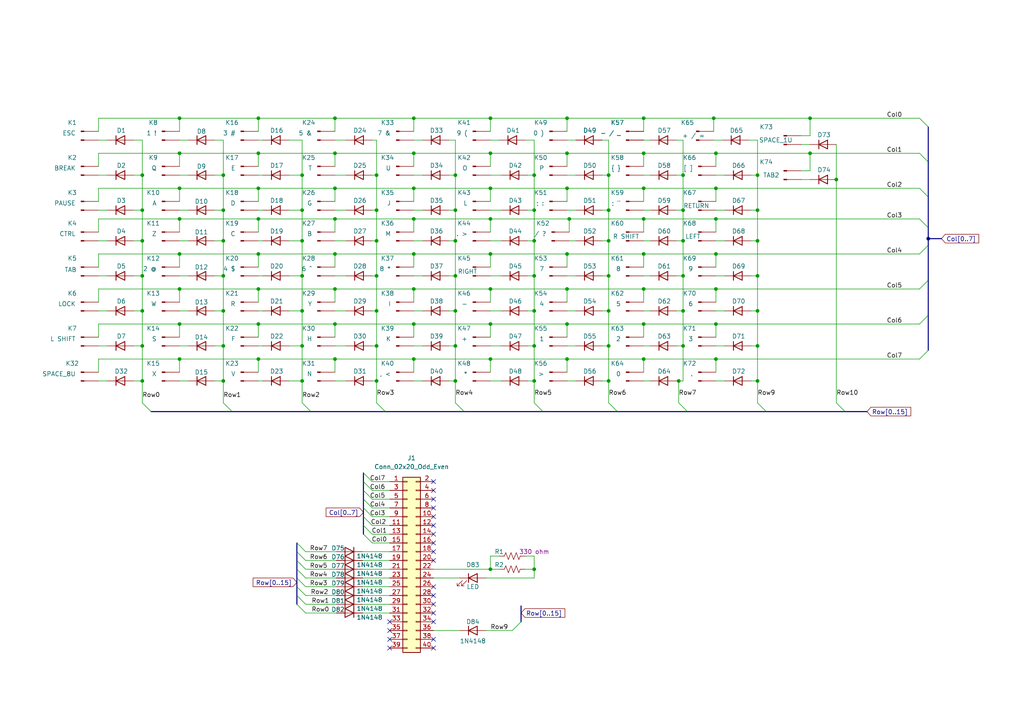
<source format=kicad_sch>
(kicad_sch (version 20230121) (generator eeschema)
  (paper "A4")
  (junction (at 176.53 90.17))
  (junction (at 176.53 69.85))
  (junction (at 74.93 73.66))
  (junction (at 97.155 73.66))
  (junction (at 242.57 52.07))
  (junction (at 87.63 80.01))
  (junction (at 74.93 104.14))
  (junction (at 219.71 100.33))
  (junction (at 97.155 93.98))
  (junction (at 164.465 104.14))
  (junction (at 120.015 93.98))
  (junction (at 154.94 90.17))
  (junction (at 142.24 83.82))
  (junction (at 109.22 69.85))
  (junction (at 196.85 110.49))
  (junction (at 74.93 83.82))
  (junction (at 186.69 73.66))
  (junction (at 186.69 44.45))
  (junction (at 219.71 80.01))
  (junction (at 52.07 93.98))
  (junction (at 64.77 110.49))
  (junction (at 52.07 63.5))
  (junction (at 132.08 80.01))
  (junction (at 164.465 34.29))
  (junction (at 207.01 34.29))
  (junction (at 74.93 54.61))
  (junction (at 207.645 73.66))
  (junction (at 64.77 90.17))
  (junction (at 97.155 54.61))
  (junction (at 198.12 100.33))
  (junction (at 207.645 63.5))
  (junction (at 120.015 54.61))
  (junction (at 186.69 34.29))
  (junction (at 186.69 104.14))
  (junction (at 198.12 60.96))
  (junction (at 87.63 50.8))
  (junction (at 87.63 100.33))
  (junction (at 142.24 54.61))
  (junction (at 64.77 69.85))
  (junction (at 97.155 63.5))
  (junction (at 97.155 83.82))
  (junction (at 198.12 80.01))
  (junction (at 219.71 90.17))
  (junction (at 186.69 93.98))
  (junction (at 120.015 73.66))
  (junction (at 132.08 50.8))
  (junction (at 164.465 93.98))
  (junction (at 120.015 34.29))
  (junction (at 164.465 83.82))
  (junction (at 234.95 34.29))
  (junction (at 154.94 100.33))
  (junction (at 176.53 60.96))
  (junction (at 219.71 60.96))
  (junction (at 52.07 73.66))
  (junction (at 41.275 110.49))
  (junction (at 52.07 83.82))
  (junction (at 120.015 63.5))
  (junction (at 207.645 83.82))
  (junction (at 207.645 44.45))
  (junction (at 165.1 63.5))
  (junction (at 198.12 50.8))
  (junction (at 176.53 80.01))
  (junction (at 52.07 54.61))
  (junction (at 132.08 60.96))
  (junction (at 154.94 50.8))
  (junction (at 74.93 63.5))
  (junction (at 109.22 90.17))
  (junction (at 64.77 50.8))
  (junction (at 207.645 104.14))
  (junction (at 41.275 60.96))
  (junction (at 132.08 110.49))
  (junction (at 132.08 100.33))
  (junction (at 109.22 50.8))
  (junction (at 120.015 83.82))
  (junction (at 269.24 69.215))
  (junction (at 52.07 34.29))
  (junction (at 64.77 60.96))
  (junction (at 154.94 69.85))
  (junction (at 52.07 104.14))
  (junction (at 87.63 60.96))
  (junction (at 154.94 60.96))
  (junction (at 120.015 44.45))
  (junction (at 154.94 110.49))
  (junction (at 142.24 93.98))
  (junction (at 87.63 110.49))
  (junction (at 87.63 90.17))
  (junction (at 164.465 73.66))
  (junction (at 74.93 93.98))
  (junction (at 109.22 60.96))
  (junction (at 219.71 50.8))
  (junction (at 207.645 54.61))
  (junction (at 109.22 80.01))
  (junction (at 142.24 73.66))
  (junction (at 97.155 34.29))
  (junction (at 207.645 93.98))
  (junction (at 176.53 110.49))
  (junction (at 164.465 44.45))
  (junction (at 219.71 69.85))
  (junction (at 97.155 44.45))
  (junction (at 41.275 90.17))
  (junction (at 109.22 110.49))
  (junction (at 52.07 44.45))
  (junction (at 186.69 63.5))
  (junction (at 198.12 69.85))
  (junction (at 234.95 44.45))
  (junction (at 219.71 110.49))
  (junction (at 142.24 165.1))
  (junction (at 176.53 50.8))
  (junction (at 186.69 54.61))
  (junction (at 41.275 50.8))
  (junction (at 109.22 100.33))
  (junction (at 176.53 100.33))
  (junction (at 120.015 104.14))
  (junction (at 64.77 100.33))
  (junction (at 74.93 44.45))
  (junction (at 132.08 90.17))
  (junction (at 186.69 83.82))
  (junction (at 198.12 90.17))
  (junction (at 41.275 80.01))
  (junction (at 41.275 69.85))
  (junction (at 97.155 104.14))
  (junction (at 142.24 34.29))
  (junction (at 142.24 104.14))
  (junction (at 41.275 100.33))
  (junction (at 74.93 34.29))
  (junction (at 164.465 54.61))
  (junction (at 87.63 69.85))
  (junction (at 154.94 80.01))
  (junction (at 142.24 63.5))
  (junction (at 64.77 80.01))
  (junction (at 132.08 69.85))
  (junction (at 154.94 165.1))
  (junction (at 142.24 44.45))
  (no_connect (at 125.73 157.48))
  (no_connect (at 125.73 152.4))
  (no_connect (at 125.73 139.7))
  (no_connect (at 125.73 177.8))
  (no_connect (at 125.73 144.78))
  (no_connect (at 125.73 187.96))
  (no_connect (at 125.73 154.94))
  (no_connect (at 113.03 180.34))
  (no_connect (at 125.73 170.18))
  (no_connect (at 125.73 185.42))
  (no_connect (at 125.73 180.34))
  (no_connect (at 125.73 162.56))
  (no_connect (at 125.73 175.26))
  (no_connect (at 113.03 185.42))
  (no_connect (at 125.73 142.24))
  (no_connect (at 125.73 149.86))
  (no_connect (at 125.73 160.02))
  (no_connect (at 125.73 147.32))
  (no_connect (at 113.03 187.96))
  (no_connect (at 125.73 172.72))
  (no_connect (at 113.03 182.88))
  (bus_entry (at 266.7 63.5) (size 2.54 2.54))
  (bus_entry (at 105.41 137.16) (size 2.54 2.54))
  (bus_entry (at 86.106 175.26) (size 2.54 2.54))
  (bus_entry (at 86.106 162.56) (size 2.54 2.54))
  (bus_entry (at 86.106 172.72) (size 2.54 2.54))
  (bus_entry (at 242.57 116.84) (size 2.54 2.54))
  (bus_entry (at 266.7 93.98) (size 2.54 -2.54))
  (bus_entry (at 109.22 116.84) (size 2.54 2.54))
  (bus_entry (at 266.7 54.61) (size 2.54 2.54))
  (bus_entry (at 86.106 167.64) (size 2.54 2.54))
  (bus_entry (at 105.41 139.7) (size 2.54 2.54))
  (bus_entry (at 154.94 116.84) (size 2.54 2.54))
  (bus_entry (at 105.41 154.94) (size 2.54 2.54))
  (bus_entry (at 64.77 116.84) (size 2.54 2.54))
  (bus_entry (at 105.41 152.4) (size 2.54 2.54))
  (bus_entry (at 266.7 73.66) (size 2.54 -2.54))
  (bus_entry (at 86.106 170.18) (size 2.54 2.54))
  (bus_entry (at 176.53 116.84) (size 2.54 2.54))
  (bus_entry (at 132.08 116.84) (size 2.54 2.54))
  (bus_entry (at 105.41 142.24) (size 2.54 2.54))
  (bus_entry (at 219.71 116.84) (size 2.54 2.54))
  (bus_entry (at 87.63 116.84) (size 2.54 2.54))
  (bus_entry (at 41.275 116.84) (size 2.54 2.54))
  (bus_entry (at 266.7 104.14) (size 2.54 -2.54))
  (bus_entry (at 86.106 157.48) (size 2.54 2.54))
  (bus_entry (at 86.106 160.02) (size 2.54 2.54))
  (bus_entry (at 266.7 44.45) (size 2.54 2.54))
  (bus_entry (at 266.7 83.82) (size 2.54 -2.54))
  (bus_entry (at 105.41 147.32) (size 2.54 2.54))
  (bus_entry (at 151.13 180.34) (size -2.54 2.54))
  (bus_entry (at 105.41 149.86) (size 2.54 2.54))
  (bus_entry (at 266.7 34.29) (size 2.54 2.54))
  (bus_entry (at 105.41 144.78) (size 2.54 2.54))
  (bus_entry (at 196.85 116.84) (size 2.54 2.54))
  (bus_entry (at 86.106 165.1) (size 2.54 2.54))
  (wire (pts (xy 207.645 93.98) (xy 266.7 93.98)))
  (wire (pts (xy 52.07 50.8) (xy 54.61 50.8)))
  (wire (pts (xy 38.735 90.17) (xy 41.275 90.17)))
  (wire (pts (xy 142.24 34.29) (xy 164.465 34.29)))
  (wire (pts (xy 52.07 83.82) (xy 74.93 83.82)))
  (wire (pts (xy 207.645 63.5) (xy 266.7 63.5)))
  (wire (pts (xy 130.175 40.64) (xy 132.08 40.64)))
  (wire (pts (xy 100.33 100.33) (xy 97.155 100.33)))
  (wire (pts (xy 107.95 157.48) (xy 113.03 157.48)))
  (wire (pts (xy 54.61 110.49) (xy 52.07 110.49)))
  (wire (pts (xy 76.2 69.85) (xy 74.93 69.85)))
  (wire (pts (xy 107.95 149.86) (xy 113.03 149.86)))
  (wire (pts (xy 28.575 54.61) (xy 52.07 54.61)))
  (wire (pts (xy 88.646 170.18) (xy 97.536 170.18)))
  (bus (pts (xy 269.24 57.15) (xy 269.24 66.04)))
  (wire (pts (xy 83.82 100.33) (xy 87.63 100.33)))
  (wire (pts (xy 186.69 73.66) (xy 207.645 73.66)))
  (wire (pts (xy 186.69 34.29) (xy 186.69 38.1)))
  (wire (pts (xy 142.24 44.45) (xy 164.465 44.45)))
  (wire (pts (xy 132.08 80.01) (xy 132.08 90.17)))
  (wire (pts (xy 174.625 80.01) (xy 176.53 80.01)))
  (wire (pts (xy 74.93 63.5) (xy 97.155 63.5)))
  (wire (pts (xy 207.645 73.66) (xy 266.7 73.66)))
  (wire (pts (xy 186.69 54.61) (xy 207.645 54.61)))
  (bus (pts (xy 269.24 69.215) (xy 269.24 71.12)))
  (wire (pts (xy 196.215 69.85) (xy 198.12 69.85)))
  (wire (pts (xy 97.155 34.29) (xy 120.015 34.29)))
  (wire (pts (xy 242.57 41.91) (xy 242.57 52.07)))
  (bus (pts (xy 43.815 119.38) (xy 67.31 119.38)))
  (wire (pts (xy 154.94 40.64) (xy 154.94 50.8)))
  (wire (pts (xy 120.015 73.66) (xy 142.24 73.66)))
  (wire (pts (xy 74.93 34.29) (xy 97.155 34.29)))
  (wire (pts (xy 186.69 93.98) (xy 207.645 93.98)))
  (wire (pts (xy 142.24 165.1) (xy 142.24 161.29)))
  (wire (pts (xy 142.24 63.5) (xy 165.1 63.5)))
  (bus (pts (xy 269.24 46.99) (xy 269.24 57.15)))
  (wire (pts (xy 186.69 73.66) (xy 186.69 77.47)))
  (wire (pts (xy 217.805 69.85) (xy 219.71 69.85)))
  (wire (pts (xy 164.465 34.29) (xy 186.69 34.29)))
  (wire (pts (xy 52.07 93.98) (xy 52.07 97.79)))
  (wire (pts (xy 153.035 80.01) (xy 154.94 80.01)))
  (bus (pts (xy 199.39 119.38) (xy 222.25 119.38)))
  (wire (pts (xy 52.07 54.61) (xy 52.07 58.42)))
  (wire (pts (xy 64.77 110.49) (xy 64.77 116.84)))
  (wire (pts (xy 207.645 54.61) (xy 207.645 58.42)))
  (wire (pts (xy 52.07 44.45) (xy 52.07 48.26)))
  (bus (pts (xy 179.07 119.38) (xy 199.39 119.38)))
  (wire (pts (xy 207.645 44.45) (xy 234.95 44.45)))
  (wire (pts (xy 207.645 80.01) (xy 210.185 80.01)))
  (wire (pts (xy 145.415 50.8) (xy 142.24 50.8)))
  (wire (pts (xy 210.185 110.49) (xy 207.645 110.49)))
  (wire (pts (xy 207.645 83.82) (xy 266.7 83.82)))
  (wire (pts (xy 105.156 165.1) (xy 113.03 165.1)))
  (wire (pts (xy 164.465 104.14) (xy 186.69 104.14)))
  (wire (pts (xy 97.155 54.61) (xy 120.015 54.61)))
  (wire (pts (xy 217.805 100.33) (xy 219.71 100.33)))
  (wire (pts (xy 38.735 80.01) (xy 41.275 80.01)))
  (wire (pts (xy 74.93 44.45) (xy 97.155 44.45)))
  (wire (pts (xy 176.53 69.85) (xy 176.53 60.96)))
  (wire (pts (xy 122.555 69.85) (xy 120.015 69.85)))
  (wire (pts (xy 28.575 44.45) (xy 52.07 44.45)))
  (wire (pts (xy 125.73 167.64) (xy 133.35 167.64)))
  (wire (pts (xy 122.555 90.17) (xy 120.015 90.17)))
  (wire (pts (xy 76.2 110.49) (xy 74.93 110.49)))
  (wire (pts (xy 100.33 60.96) (xy 97.155 60.96)))
  (wire (pts (xy 164.465 44.45) (xy 186.69 44.45)))
  (wire (pts (xy 83.82 69.85) (xy 87.63 69.85)))
  (wire (pts (xy 219.71 69.85) (xy 219.71 80.01)))
  (wire (pts (xy 219.71 110.49) (xy 219.71 100.33)))
  (bus (pts (xy 67.31 119.38) (xy 90.17 119.38)))
  (wire (pts (xy 31.115 69.85) (xy 28.575 69.85)))
  (wire (pts (xy 186.69 83.82) (xy 186.69 87.63)))
  (wire (pts (xy 142.24 104.14) (xy 142.24 107.95)))
  (wire (pts (xy 145.415 60.96) (xy 142.24 60.96)))
  (wire (pts (xy 152.4 161.29) (xy 154.94 161.29)))
  (wire (pts (xy 164.465 104.14) (xy 164.465 107.95)))
  (wire (pts (xy 122.555 60.96) (xy 120.015 60.96)))
  (wire (pts (xy 107.95 69.85) (xy 109.22 69.85)))
  (wire (pts (xy 120.015 83.82) (xy 142.24 83.82)))
  (wire (pts (xy 97.155 63.5) (xy 120.015 63.5)))
  (wire (pts (xy 97.155 93.98) (xy 120.015 93.98)))
  (wire (pts (xy 188.595 60.96) (xy 186.69 60.96)))
  (wire (pts (xy 164.465 83.82) (xy 164.465 87.63)))
  (wire (pts (xy 164.465 93.98) (xy 164.465 97.79)))
  (wire (pts (xy 196.215 90.17) (xy 198.12 90.17)))
  (wire (pts (xy 105.156 175.26) (xy 113.03 175.26)))
  (bus (pts (xy 90.17 119.38) (xy 111.76 119.38)))
  (wire (pts (xy 62.23 80.01) (xy 64.77 80.01)))
  (wire (pts (xy 74.93 54.61) (xy 97.155 54.61)))
  (wire (pts (xy 109.22 80.01) (xy 109.22 90.17)))
  (wire (pts (xy 120.015 93.98) (xy 142.24 93.98)))
  (wire (pts (xy 186.69 44.45) (xy 207.645 44.45)))
  (wire (pts (xy 107.95 144.78) (xy 113.03 144.78)))
  (wire (pts (xy 186.69 104.14) (xy 186.69 107.95)))
  (wire (pts (xy 167.005 60.96) (xy 164.465 60.96)))
  (wire (pts (xy 176.53 60.96) (xy 176.53 50.8)))
  (wire (pts (xy 88.646 177.8) (xy 97.536 177.8)))
  (bus (pts (xy 151.13 175.768) (xy 151.13 180.34)))
  (wire (pts (xy 154.94 69.85) (xy 154.94 80.01)))
  (wire (pts (xy 210.185 69.85) (xy 207.645 69.85)))
  (wire (pts (xy 100.33 69.85) (xy 97.155 69.85)))
  (wire (pts (xy 242.57 52.07) (xy 242.57 116.84)))
  (wire (pts (xy 174.625 90.17) (xy 176.53 90.17)))
  (wire (pts (xy 41.275 90.17) (xy 41.275 100.33)))
  (wire (pts (xy 174.625 110.49) (xy 176.53 110.49)))
  (wire (pts (xy 107.95 110.49) (xy 109.22 110.49)))
  (wire (pts (xy 219.71 40.64) (xy 217.17 40.64)))
  (wire (pts (xy 97.155 73.66) (xy 120.015 73.66)))
  (wire (pts (xy 140.97 167.64) (xy 154.94 167.64)))
  (wire (pts (xy 210.185 90.17) (xy 207.645 90.17)))
  (wire (pts (xy 198.12 69.85) (xy 198.12 80.01)))
  (wire (pts (xy 188.595 90.17) (xy 186.69 90.17)))
  (wire (pts (xy 207.01 34.29) (xy 207.01 38.1)))
  (wire (pts (xy 120.015 63.5) (xy 142.24 63.5)))
  (wire (pts (xy 120.015 34.29) (xy 120.015 38.1)))
  (wire (pts (xy 164.465 93.98) (xy 186.69 93.98)))
  (wire (pts (xy 122.555 40.64) (xy 120.015 40.64)))
  (wire (pts (xy 88.646 165.1) (xy 97.536 165.1)))
  (wire (pts (xy 219.71 90.17) (xy 219.71 100.33)))
  (wire (pts (xy 97.155 83.82) (xy 97.155 87.63)))
  (wire (pts (xy 188.595 69.85) (xy 186.69 69.85)))
  (wire (pts (xy 196.215 110.49) (xy 196.85 110.49)))
  (wire (pts (xy 132.08 69.85) (xy 132.08 80.01)))
  (wire (pts (xy 130.175 50.8) (xy 132.08 50.8)))
  (wire (pts (xy 198.12 40.64) (xy 196.215 40.64)))
  (bus (pts (xy 111.76 119.38) (xy 134.62 119.38)))
  (wire (pts (xy 28.575 48.26) (xy 28.575 44.45)))
  (wire (pts (xy 154.94 50.8) (xy 154.94 60.96)))
  (wire (pts (xy 176.53 90.17) (xy 176.53 80.01)))
  (wire (pts (xy 28.575 97.79) (xy 28.575 93.98)))
  (wire (pts (xy 154.94 165.1) (xy 154.94 167.64)))
  (wire (pts (xy 210.185 60.96) (xy 207.645 60.96)))
  (wire (pts (xy 105.156 170.18) (xy 113.03 170.18)))
  (bus (pts (xy 105.41 147.32) (xy 105.41 149.86)))
  (wire (pts (xy 64.77 80.01) (xy 64.77 90.17)))
  (wire (pts (xy 120.015 73.66) (xy 120.015 77.47)))
  (bus (pts (xy 269.24 36.83) (xy 269.24 46.99)))
  (wire (pts (xy 164.465 80.01) (xy 167.005 80.01)))
  (bus (pts (xy 105.41 139.7) (xy 105.41 142.24)))
  (wire (pts (xy 132.08 110.49) (xy 132.08 116.84)))
  (wire (pts (xy 152.4 165.1) (xy 154.94 165.1)))
  (wire (pts (xy 176.53 50.8) (xy 174.625 50.8)))
  (wire (pts (xy 52.07 44.45) (xy 74.93 44.45)))
  (wire (pts (xy 153.035 60.96) (xy 154.94 60.96)))
  (wire (pts (xy 64.77 100.33) (xy 64.77 110.49)))
  (wire (pts (xy 165.1 63.5) (xy 186.69 63.5)))
  (wire (pts (xy 120.015 44.45) (xy 120.015 48.26)))
  (wire (pts (xy 165.1 63.5) (xy 165.1 67.31)))
  (wire (pts (xy 188.595 110.49) (xy 186.69 110.49)))
  (wire (pts (xy 186.69 34.29) (xy 207.01 34.29)))
  (wire (pts (xy 109.22 40.64) (xy 109.22 50.8)))
  (wire (pts (xy 41.275 110.49) (xy 41.275 116.84)))
  (wire (pts (xy 196.215 100.33) (xy 198.12 100.33)))
  (wire (pts (xy 28.575 93.98) (xy 52.07 93.98)))
  (wire (pts (xy 142.24 34.29) (xy 142.24 38.1)))
  (wire (pts (xy 167.005 110.49) (xy 164.465 110.49)))
  (wire (pts (xy 176.53 90.17) (xy 176.53 100.33)))
  (wire (pts (xy 145.415 80.01) (xy 142.24 80.01)))
  (wire (pts (xy 107.95 80.01) (xy 109.22 80.01)))
  (wire (pts (xy 164.465 73.66) (xy 186.69 73.66)))
  (wire (pts (xy 122.555 110.49) (xy 120.015 110.49)))
  (wire (pts (xy 130.175 110.49) (xy 132.08 110.49)))
  (wire (pts (xy 54.61 90.17) (xy 52.07 90.17)))
  (wire (pts (xy 186.69 93.98) (xy 186.69 97.79)))
  (wire (pts (xy 153.035 50.8) (xy 154.94 50.8)))
  (wire (pts (xy 120.015 104.14) (xy 120.015 107.95)))
  (wire (pts (xy 97.155 104.14) (xy 97.155 107.95)))
  (wire (pts (xy 122.555 80.01) (xy 120.015 80.01)))
  (wire (pts (xy 142.24 93.98) (xy 142.24 97.79)))
  (wire (pts (xy 153.035 110.49) (xy 154.94 110.49)))
  (wire (pts (xy 87.63 40.64) (xy 83.82 40.64)))
  (wire (pts (xy 154.94 60.96) (xy 154.94 69.85)))
  (wire (pts (xy 234.95 39.37) (xy 234.95 34.29)))
  (wire (pts (xy 130.175 80.01) (xy 132.08 80.01)))
  (wire (pts (xy 64.77 60.96) (xy 64.77 69.85)))
  (wire (pts (xy 83.82 90.17) (xy 87.63 90.17)))
  (wire (pts (xy 109.22 90.17) (xy 109.22 100.33)))
  (wire (pts (xy 31.115 100.33) (xy 28.575 100.33)))
  (wire (pts (xy 198.12 90.17) (xy 198.12 80.01)))
  (wire (pts (xy 140.97 182.88) (xy 148.59 182.88)))
  (wire (pts (xy 153.035 69.85) (xy 154.94 69.85)))
  (wire (pts (xy 76.2 90.17) (xy 74.93 90.17)))
  (wire (pts (xy 97.155 44.45) (xy 120.015 44.45)))
  (wire (pts (xy 154.94 100.33) (xy 154.94 110.49)))
  (bus (pts (xy 269.24 81.28) (xy 269.24 91.44)))
  (wire (pts (xy 88.646 172.72) (xy 97.536 172.72)))
  (wire (pts (xy 52.07 34.29) (xy 74.93 34.29)))
  (wire (pts (xy 125.73 165.1) (xy 142.24 165.1)))
  (wire (pts (xy 142.24 93.98) (xy 164.465 93.98)))
  (wire (pts (xy 234.95 34.29) (xy 266.7 34.29)))
  (wire (pts (xy 28.575 67.31) (xy 28.575 63.5)))
  (wire (pts (xy 198.12 69.85) (xy 198.12 60.96)))
  (wire (pts (xy 83.82 50.8) (xy 87.63 50.8)))
  (wire (pts (xy 62.23 60.96) (xy 64.77 60.96)))
  (wire (pts (xy 76.2 80.01) (xy 74.93 80.01)))
  (wire (pts (xy 207.645 73.66) (xy 207.645 77.47)))
  (wire (pts (xy 142.24 63.5) (xy 142.24 67.31)))
  (wire (pts (xy 188.595 80.01) (xy 186.69 80.01)))
  (wire (pts (xy 107.95 147.32) (xy 113.03 147.32)))
  (wire (pts (xy 109.22 50.8) (xy 109.22 60.96)))
  (wire (pts (xy 186.69 54.61) (xy 186.69 58.42)))
  (wire (pts (xy 133.35 182.88) (xy 125.73 182.88)))
  (wire (pts (xy 154.94 161.29) (xy 154.94 165.1)))
  (wire (pts (xy 142.24 83.82) (xy 142.24 87.63)))
  (wire (pts (xy 196.215 80.01) (xy 198.12 80.01)))
  (wire (pts (xy 153.035 90.17) (xy 154.94 90.17)))
  (wire (pts (xy 28.575 73.66) (xy 52.07 73.66)))
  (wire (pts (xy 142.24 73.66) (xy 164.465 73.66)))
  (bus (pts (xy 105.41 149.86) (xy 105.41 152.4)))
  (wire (pts (xy 87.63 69.85) (xy 87.63 60.96)))
  (wire (pts (xy 196.215 50.8) (xy 198.12 50.8)))
  (wire (pts (xy 142.24 44.45) (xy 142.24 48.26)))
  (wire (pts (xy 97.155 83.82) (xy 120.015 83.82)))
  (wire (pts (xy 196.85 110.49) (xy 198.12 110.49)))
  (wire (pts (xy 64.77 69.85) (xy 64.77 80.01)))
  (wire (pts (xy 142.24 54.61) (xy 164.465 54.61)))
  (wire (pts (xy 74.93 83.82) (xy 97.155 83.82)))
  (wire (pts (xy 142.24 83.82) (xy 164.465 83.82)))
  (wire (pts (xy 74.93 73.66) (xy 97.155 73.66)))
  (wire (pts (xy 232.41 52.07) (xy 234.95 52.07)))
  (wire (pts (xy 74.93 83.82) (xy 74.93 87.63)))
  (wire (pts (xy 209.55 40.64) (xy 207.01 40.64)))
  (bus (pts (xy 245.11 119.38) (xy 251.46 119.38)))
  (wire (pts (xy 207.645 93.98) (xy 207.645 97.79)))
  (wire (pts (xy 109.22 69.85) (xy 109.22 80.01)))
  (wire (pts (xy 142.24 54.61) (xy 142.24 58.42)))
  (wire (pts (xy 142.24 69.85) (xy 145.415 69.85)))
  (wire (pts (xy 97.155 54.61) (xy 97.155 58.42)))
  (wire (pts (xy 28.575 58.42) (xy 28.575 54.61)))
  (wire (pts (xy 52.07 83.82) (xy 52.07 87.63)))
  (wire (pts (xy 232.41 41.91) (xy 234.95 41.91)))
  (bus (pts (xy 86.106 170.18) (xy 86.106 172.72)))
  (wire (pts (xy 167.005 50.8) (xy 164.465 50.8)))
  (wire (pts (xy 207.645 104.14) (xy 207.645 107.95)))
  (wire (pts (xy 174.625 100.33) (xy 176.53 100.33)))
  (wire (pts (xy 28.575 83.82) (xy 52.07 83.82)))
  (wire (pts (xy 207.645 54.61) (xy 266.7 54.61)))
  (wire (pts (xy 142.24 165.1) (xy 144.78 165.1)))
  (bus (pts (xy 105.41 142.24) (xy 105.41 144.78)))
  (wire (pts (xy 167.005 100.33) (xy 164.465 100.33)))
  (wire (pts (xy 107.95 100.33) (xy 109.22 100.33)))
  (bus (pts (xy 222.25 119.38) (xy 245.11 119.38)))
  (wire (pts (xy 144.78 40.64) (xy 142.24 40.64)))
  (wire (pts (xy 74.93 93.98) (xy 74.93 97.79)))
  (wire (pts (xy 132.08 100.33) (xy 132.08 110.49)))
  (wire (pts (xy 87.63 80.01) (xy 87.63 69.85)))
  (bus (pts (xy 269.24 91.44) (xy 269.24 101.6)))
  (wire (pts (xy 219.71 69.85) (xy 219.71 60.96)))
  (bus (pts (xy 269.24 66.04) (xy 269.24 69.215)))
  (wire (pts (xy 120.015 104.14) (xy 142.24 104.14)))
  (wire (pts (xy 87.63 116.84) (xy 87.63 110.49)))
  (wire (pts (xy 105.156 162.56) (xy 113.03 162.56)))
  (wire (pts (xy 54.61 80.01) (xy 52.07 80.01)))
  (wire (pts (xy 167.005 69.85) (xy 165.1 69.85)))
  (wire (pts (xy 186.69 44.45) (xy 186.69 48.26)))
  (wire (pts (xy 107.95 154.94) (xy 113.03 154.94)))
  (wire (pts (xy 38.735 60.96) (xy 41.275 60.96)))
  (bus (pts (xy 157.48 119.38) (xy 179.07 119.38)))
  (wire (pts (xy 38.735 50.8) (xy 41.275 50.8)))
  (wire (pts (xy 97.155 34.29) (xy 97.155 38.1)))
  (wire (pts (xy 198.12 50.8) (xy 198.12 40.64)))
  (wire (pts (xy 207.645 44.45) (xy 207.645 48.26)))
  (wire (pts (xy 31.115 90.17) (xy 28.575 90.17)))
  (wire (pts (xy 207.01 34.29) (xy 234.95 34.29)))
  (wire (pts (xy 120.015 54.61) (xy 120.015 58.42)))
  (wire (pts (xy 164.465 44.45) (xy 164.465 48.26)))
  (bus (pts (xy 86.106 162.56) (xy 86.106 165.1)))
  (wire (pts (xy 38.735 69.85) (xy 41.275 69.85)))
  (wire (pts (xy 107.95 139.7) (xy 113.03 139.7)))
  (wire (pts (xy 198.12 90.17) (xy 198.12 100.33)))
  (wire (pts (xy 87.63 60.96) (xy 87.63 50.8)))
  (wire (pts (xy 210.185 100.33) (xy 207.645 100.33)))
  (wire (pts (xy 154.94 80.01) (xy 154.94 90.17)))
  (wire (pts (xy 219.71 90.17) (xy 219.71 80.01)))
  (wire (pts (xy 132.08 40.64) (xy 132.08 50.8)))
  (wire (pts (xy 28.575 63.5) (xy 52.07 63.5)))
  (wire (pts (xy 219.71 50.8) (xy 219.71 40.64)))
  (wire (pts (xy 142.24 104.14) (xy 164.465 104.14)))
  (wire (pts (xy 31.115 80.01) (xy 28.575 80.01)))
  (wire (pts (xy 164.465 54.61) (xy 186.69 54.61)))
  (wire (pts (xy 188.595 100.33) (xy 186.69 100.33)))
  (wire (pts (xy 28.575 38.1) (xy 28.575 34.29)))
  (wire (pts (xy 107.95 142.24) (xy 113.03 142.24)))
  (wire (pts (xy 145.415 110.49) (xy 142.24 110.49)))
  (wire (pts (xy 198.12 60.96) (xy 198.12 50.8)))
  (wire (pts (xy 100.33 90.17) (xy 97.155 90.17)))
  (wire (pts (xy 100.33 80.01) (xy 97.155 80.01)))
  (wire (pts (xy 176.53 69.85) (xy 176.53 80.01)))
  (wire (pts (xy 62.23 40.64) (xy 64.77 40.64)))
  (wire (pts (xy 54.61 69.85) (xy 52.07 69.85)))
  (wire (pts (xy 164.465 83.82) (xy 186.69 83.82)))
  (wire (pts (xy 152.4 40.64) (xy 154.94 40.64)))
  (wire (pts (xy 186.69 83.82) (xy 207.645 83.82)))
  (wire (pts (xy 38.735 110.49) (xy 41.275 110.49)))
  (wire (pts (xy 105.156 160.02) (xy 113.03 160.02)))
  (wire (pts (xy 219.71 60.96) (xy 219.71 50.8)))
  (wire (pts (xy 62.23 69.85) (xy 64.77 69.85)))
  (wire (pts (xy 28.575 77.47) (xy 28.575 73.66)))
  (wire (pts (xy 207.645 83.82) (xy 207.645 87.63)))
  (wire (pts (xy 52.07 34.29) (xy 52.07 38.1)))
  (wire (pts (xy 74.93 104.14) (xy 97.155 104.14)))
  (wire (pts (xy 107.95 40.64) (xy 109.22 40.64)))
  (wire (pts (xy 142.24 73.66) (xy 142.24 77.47)))
  (wire (pts (xy 186.69 63.5) (xy 207.645 63.5)))
  (wire (pts (xy 130.175 60.96) (xy 132.08 60.96)))
  (wire (pts (xy 105.156 177.8) (xy 113.03 177.8)))
  (wire (pts (xy 186.69 104.14) (xy 207.645 104.14)))
  (wire (pts (xy 83.82 60.96) (xy 87.63 60.96)))
  (wire (pts (xy 174.625 60.96) (xy 176.53 60.96)))
  (bus (pts (xy 105.41 137.16) (xy 105.41 139.7)))
  (wire (pts (xy 120.015 63.5) (xy 120.015 67.31)))
  (wire (pts (xy 196.85 116.84) (xy 196.85 110.49)))
  (wire (pts (xy 28.575 87.63) (xy 28.575 83.82)))
  (wire (pts (xy 120.015 44.45) (xy 142.24 44.45)))
  (wire (pts (xy 176.53 116.84) (xy 176.53 110.49)))
  (wire (pts (xy 76.2 60.96) (xy 74.93 60.96)))
  (wire (pts (xy 76.2 100.33) (xy 74.93 100.33)))
  (wire (pts (xy 62.23 50.8) (xy 64.77 50.8)))
  (wire (pts (xy 62.23 100.33) (xy 64.77 100.33)))
  (wire (pts (xy 28.575 104.14) (xy 52.07 104.14)))
  (wire (pts (xy 122.555 100.33) (xy 120.015 100.33)))
  (wire (pts (xy 176.53 40.64) (xy 176.53 50.8)))
  (wire (pts (xy 198.12 110.49) (xy 198.12 100.33)))
  (wire (pts (xy 142.24 161.29) (xy 144.78 161.29)))
  (wire (pts (xy 154.94 110.49) (xy 154.94 116.84)))
  (bus (pts (xy 105.41 152.4) (xy 105.41 154.94)))
  (wire (pts (xy 174.625 69.85) (xy 176.53 69.85)))
  (bus (pts (xy 86.106 172.72) (xy 86.106 175.26)))
  (wire (pts (xy 74.93 73.66) (xy 74.93 77.47)))
  (bus (pts (xy 86.106 165.1) (xy 86.106 167.64)))
  (wire (pts (xy 83.82 110.49) (xy 87.63 110.49)))
  (wire (pts (xy 107.95 152.4) (xy 113.03 152.4)))
  (wire (pts (xy 97.155 104.14) (xy 120.015 104.14)))
  (wire (pts (xy 62.23 110.49) (xy 64.77 110.49)))
  (wire (pts (xy 142.24 100.33) (xy 145.415 100.33)))
  (wire (pts (xy 217.805 110.49) (xy 219.71 110.49)))
  (wire (pts (xy 153.035 100.33) (xy 154.94 100.33)))
  (wire (pts (xy 74.93 40.64) (xy 76.2 40.64)))
  (wire (pts (xy 167.005 40.64) (xy 164.465 40.64)))
  (wire (pts (xy 232.41 49.53) (xy 234.95 49.53)))
  (wire (pts (xy 130.175 90.17) (xy 132.08 90.17)))
  (bus (pts (xy 134.62 119.38) (xy 157.48 119.38)))
  (wire (pts (xy 188.595 40.64) (xy 186.69 40.64)))
  (wire (pts (xy 52.07 54.61) (xy 74.93 54.61)))
  (wire (pts (xy 109.22 100.33) (xy 109.22 110.49)))
  (wire (pts (xy 64.77 90.17) (xy 64.77 100.33)))
  (wire (pts (xy 52.07 93.98) (xy 74.93 93.98)))
  (wire (pts (xy 207.645 104.14) (xy 266.7 104.14)))
  (wire (pts (xy 41.275 50.8) (xy 41.275 60.96)))
  (wire (pts (xy 207.645 63.5) (xy 207.645 67.31)))
  (wire (pts (xy 109.22 110.49) (xy 109.22 116.84)))
  (wire (pts (xy 100.33 50.8) (xy 97.155 50.8)))
  (wire (pts (xy 64.77 50.8) (xy 64.77 60.96)))
  (wire (pts (xy 54.61 100.33) (xy 52.07 100.33)))
  (wire (pts (xy 167.005 90.17) (xy 164.465 90.17)))
  (wire (pts (xy 28.575 107.95) (xy 28.575 104.14)))
  (wire (pts (xy 120.015 83.82) (xy 120.015 87.63)))
  (wire (pts (xy 74.93 54.61) (xy 74.93 58.42)))
  (wire (pts (xy 132.08 50.8) (xy 132.08 60.96)))
  (wire (pts (xy 109.22 60.96) (xy 109.22 69.85)))
  (wire (pts (xy 174.625 40.64) (xy 176.53 40.64)))
  (wire (pts (xy 87.63 50.8) (xy 87.63 40.64)))
  (wire (pts (xy 52.07 73.66) (xy 52.07 77.47)))
  (wire (pts (xy 31.115 50.8) (xy 28.575 50.8)))
  (wire (pts (xy 41.275 60.96) (xy 41.275 69.85)))
  (wire (pts (xy 52.07 63.5) (xy 74.93 63.5)))
  (wire (pts (xy 142.24 90.17) (xy 145.415 90.17)))
  (wire (pts (xy 74.93 63.5) (xy 74.93 67.31)))
  (wire (pts (xy 62.23 90.17) (xy 64.77 90.17)))
  (wire (pts (xy 232.41 39.37) (xy 234.95 39.37)))
  (wire (pts (xy 164.465 73.66) (xy 164.465 77.47)))
  (bus (pts (xy 86.106 167.64) (xy 86.106 170.18)))
  (wire (pts (xy 154.94 90.17) (xy 154.94 100.33)))
  (wire (pts (xy 210.185 50.8) (xy 207.645 50.8)))
  (wire (pts (xy 88.646 160.02) (xy 97.536 160.02)))
  (wire (pts (xy 52.07 40.64) (xy 54.61 40.64)))
  (wire (pts (xy 31.115 110.49) (xy 28.575 110.49)))
  (wire (pts (xy 74.93 104.14) (xy 74.93 107.95)))
  (wire (pts (xy 234.95 49.53) (xy 234.95 44.45)))
  (wire (pts (xy 217.805 50.8) (xy 219.71 50.8)))
  (wire (pts (xy 41.275 69.85) (xy 41.275 80.01)))
  (wire (pts (xy 107.95 90.17) (xy 109.22 90.17)))
  (wire (pts (xy 97.155 63.5) (xy 97.155 67.31)))
  (wire (pts (xy 234.95 44.45) (xy 266.7 44.45)))
  (wire (pts (xy 217.805 80.01) (xy 219.71 80.01)))
  (bus (pts (xy 86.106 157.48) (xy 86.106 160.02)))
  (wire (pts (xy 74.93 34.29) (xy 74.93 38.1)))
  (wire (pts (xy 196.215 60.96) (xy 198.12 60.96)))
  (wire (pts (xy 164.465 54.61) (xy 164.465 58.42)))
  (wire (pts (xy 122.555 50.8) (xy 120.015 50.8)))
  (wire (pts (xy 87.63 90.17) (xy 87.63 80.01)))
  (wire (pts (xy 132.08 60.96) (xy 132.08 69.85)))
  (wire (pts (xy 217.805 60.96) (xy 219.71 60.96)))
  (wire (pts (xy 132.08 90.17) (xy 132.08 100.33)))
  (wire (pts (xy 130.175 69.85) (xy 132.08 69.85)))
  (wire (pts (xy 120.015 34.29) (xy 142.24 34.29)))
  (wire (pts (xy 107.95 50.8) (xy 109.22 50.8)))
  (wire (pts (xy 120.015 93.98) (xy 120.015 97.79)))
  (wire (pts (xy 52.07 63.5) (xy 52.07 67.31)))
  (wire (pts (xy 38.735 40.64) (xy 41.275 40.64)))
  (wire (pts (xy 52.07 73.66) (xy 74.93 73.66)))
  (wire (pts (xy 88.646 175.26) (xy 97.536 175.26)))
  (wire (pts (xy 105.156 167.64) (xy 113.03 167.64)))
  (wire (pts (xy 88.646 167.64) (xy 97.536 167.64)))
  (wire (pts (xy 54.61 60.96) (xy 52.07 60.96)))
  (wire (pts (xy 41.275 40.64) (xy 41.275 50.8)))
  (wire (pts (xy 41.275 100.33) (xy 41.275 110.49)))
  (wire (pts (xy 52.07 104.14) (xy 52.07 107.95)))
  (wire (pts (xy 31.115 60.96) (xy 28.575 60.96)))
  (wire (pts (xy 41.275 80.01) (xy 41.275 90.17)))
  (wire (pts (xy 87.63 110.49) (xy 87.63 100.33)))
  (wire (pts (xy 120.015 54.61) (xy 142.24 54.61)))
  (wire (pts (xy 188.595 50.8) (xy 186.69 50.8)))
  (wire (pts (xy 83.82 80.01) (xy 87.63 80.01)))
  (wire (pts (xy 217.805 90.17) (xy 219.71 90.17)))
  (bus (pts (xy 86.106 160.02) (xy 86.106 162.56)))
  (wire (pts (xy 28.575 34.29) (xy 52.07 34.29)))
  (wire (pts (xy 97.155 44.45) (xy 97.155 48.26)))
  (wire (pts (xy 88.646 162.56) (xy 97.536 162.56)))
  (wire (pts (xy 186.69 63.5) (xy 186.69 67.31)))
  (wire (pts (xy 76.2 50.8) (xy 74.93 50.8)))
  (bus (pts (xy 269.24 71.12) (xy 269.24 81.28)))
  (wire (pts (xy 164.465 34.29) (xy 164.465 38.1)))
  (wire (pts (xy 74.93 93.98) (xy 97.155 93.98)))
  (wire (pts (xy 74.93 44.45) (xy 74.93 48.26)))
  (bus (pts (xy 105.41 144.78) (xy 105.41 147.32)))
  (bus (pts (xy 273.05 69.215) (xy 269.24 69.215)))
  (wire (pts (xy 38.735 100.33) (xy 41.275 100.33)))
  (wire (pts (xy 107.95 60.96) (xy 109.22 60.96)))
  (wire (pts (xy 219.71 116.84) (xy 219.71 110.49)))
  (wire (pts (xy 87.63 90.17) (xy 87.63 100.33)))
  (wire (pts (xy 100.33 110.49) (xy 97.155 110.49)))
  (wire (pts (xy 64.77 40.64) (xy 64.77 50.8)))
  (wire (pts (xy 52.07 104.14) (xy 74.93 104.14)))
  (wire (pts (xy 97.155 93.98) (xy 97.155 97.79)))
  (wire (pts (xy 28.575 40.64) (xy 31.115 40.64)))
  (wire (pts (xy 105.156 172.72) (xy 113.03 172.72)))
  (wire (pts (xy 100.33 40.64) (xy 97.155 40.64)))
  (wire (pts (xy 130.175 100.33) (xy 132.08 100.33)))
  (wire (pts (xy 176.53 110.49) (xy 176.53 100.33)))
  (wire (pts (xy 97.155 73.66) (xy 97.155 77.47)))
  (label "Col4" (at 111.76 147.32 180))
  (label "Col6" (at 111.76 142.24 180))
  (label "Col6" (at 257.175 93.98 0))
  (label "Row2" (at 87.63 115.57 0))
  (label "Row5" (at 154.94 114.935 0))
  (label "Col7" (at 111.76 139.7 180))
  (label "Row3" (at 109.22 114.935 0))
  (label "Col1" (at 112.268 154.94 180))
  (label "Row1" (at 95.504 175.26 180))
  (label "Col0" (at 112.268 157.48 180))
  (label "Col2" (at 112.014 152.4 180))
  (label "Row1" (at 64.77 115.57 0))
  (label "Row7" (at 196.85 114.935 0))
  (label "Col0" (at 257.175 34.29 0))
  (label "Row2" (at 95.25 172.72 180))
  (label "Row9" (at 142.24 182.88 0))
  (label "Col7" (at 257.175 104.14 0))
  (label "Row4" (at 94.996 167.64 180))
  (label "Row10" (at 242.57 114.935 0))
  (label "Col2" (at 257.175 54.61 0))
  (label "Col5" (at 257.175 83.82 0))
  (label "Row0" (at 95.504 177.8 180))
  (label "Row4" (at 132.08 114.935 0))
  (label "Row5" (at 94.996 165.1 180))
  (label "Row6" (at 94.996 162.56 180))
  (label "Row9" (at 219.71 114.935 0))
  (label "Col3" (at 257.175 63.5 0))
  (label "Col3" (at 111.76 149.86 180))
  (label "Row0" (at 41.275 115.57 0))
  (label "Col5" (at 111.76 144.78 180))
  (label "Row7" (at 94.996 160.02 180))
  (label "Row6" (at 176.53 114.935 0))
  (label "Col4" (at 257.175 73.66 0))
  (label "Row3" (at 94.996 170.18 180))
  (label "Col1" (at 257.175 44.45 0))
  (global_label "Row[0..15]" (shape input) (at 151.13 177.8 0) (property "Intersheetrefs" "${INTERSHEET_REFS}" (effects hide)))
  (global_label "Col[0..7]" (shape input) (at 105.41 148.59 180) (property "Intersheetrefs" "${INTERSHEET_REFS}" (effects hide)))
  (global_label "Row[0..15]" (shape input) (at 86.106 168.91 180) (property "Intersheetrefs" "${INTERSHEET_REFS}" (effects hide)))
  (global_label "Col[0..7]" (shape input) (at 273.05 69.215 0) (property "Intersheetrefs" "${INTERSHEET_REFS}" (effects hide)))
  (global_label "Row[0..15]" (shape input) (at 251.46 119.38 0) (property "Intersheetrefs" "${INTERSHEET_REFS}" (effects hide)))
  (symbol (lib_id "unikbd:SW Cherry MX/Futaba 1U Style B") (at 114.935 77.47 0) (unit 1)
    (property "Reference" "K37" (at 112.395 74.93 0))
    (property "Value" "8 *" (at 113.411 77.978 0) (effects (justify right)))
    (property "Footprint" "unikbd:Key_MX" (effects hide))
    (property "Component Value" "Key" (effects hide))
    (property "Tolerance" "If applicable" (effects hide))
    (property "Manufacturer" "Cherry" (effects hide))
    (property "Manufacturer Link" "https://www.cherrymx.de/en/cherry-mx/mx-original/mx-black.html" (effects hide))
    (property "RoHS Document Link" "https://www.mouser.com/catalog/additional/Cherry_Electrical_Products_5409_RoHS_Certificate.pdf" (effects hide))
    (property "Manufacturer PN" "MX1A-11NN" (effects hide))
    (property "RoHS" "Yes" (effects hide))
    (property "Allow Substitution" "Yes" (effects hide))
    (property "Fitted" "Yes" (effects hide))
    (property "Tracking" "No" (effects hide))
    (property "Component Type" "Switch" (effects hide))
    (property "Number of Pins" "2" (effects hide))
    (property "Temp (Operating)" "-40C/+170C" (effects hide))
    (property "Temp (Soldering)" "If applicable" (effects hide))
    (property "Temp Coeff." "If applicable" (effects hide))
    (property "Power Rating" "10 mA" (effects hide))
    (property "Material" "If applicable" (effects hide))
    (property "Class" "If applicable" (effects hide))
    (property "Standards Version" "1.1" (effects hide))
  )
  (symbol (lib_id "unikbd:SW Cherry MX/Futaba 1U Style B") (at 227.33 49.53 0) (unit 1)
    (property "Reference" "K74" (at 222.25 46.99 0))
    (property "Value" "TAB2" (at 226.06 50.8 0) (effects (justify right)))
    (property "Footprint" "unikbd:Key_MX" (effects hide))
    (property "Component Value" "Key" (effects hide))
    (property "Tolerance" "If applicable" (effects hide))
    (property "Manufacturer" "Cherry" (effects hide))
    (property "Manufacturer Link" "https://www.cherrymx.de/en/cherry-mx/mx-original/mx-black.html" (effects hide))
    (property "RoHS Document Link" "https://www.mouser.com/catalog/additional/Cherry_Electrical_Products_5409_RoHS_Certificate.pdf" (effects hide))
    (property "Manufacturer PN" "MX1A-11NN" (effects hide))
    (property "RoHS" "Yes" (effects hide))
    (property "Allow Substitution" "Yes" (effects hide))
    (property "Fitted" "Yes" (effects hide))
    (property "Tracking" "No" (effects hide))
    (property "Component Type" "Switch" (effects hide))
    (property "Number of Pins" "2" (effects hide))
    (property "Temp (Operating)" "-40C/+170C" (effects hide))
    (property "Temp (Soldering)" "If applicable" (effects hide))
    (property "Temp Coeff." "If applicable" (effects hide))
    (property "Power Rating" "10 mA" (effects hide))
    (property "Material" "If applicable" (effects hide))
    (property "Class" "If applicable" (effects hide))
    (property "Standards Version" "1.1" (effects hide))
  )
  (symbol (lib_id "unikbd:diode-combined") (at 104.14 110.49 0) (unit 1)
    (property "Reference" "D31" (at 104.394 107.696 0))
    (property "Value" "diode-combined" (effects hide))
    (property "Footprint" "unikbd:diode-combined" (effects hide))
    (property "Datasheet" "https://assets.nexperia.com/documents/data-sheet/1N4148_1N4448.pdf" (effects hide))
  )
  (symbol (lib_id "unikbd:SW Cherry MX/Futaba 1U Style B") (at 92.075 87.63 0) (unit 1)
    (property "Reference" "K29" (at 89.535 85.09 0))
    (property "Value" "Y" (at 90.551 88.138 0) (effects (justify right)))
    (property "Footprint" "unikbd:Key_MX" (effects hide))
    (property "Component Value" "Key" (effects hide))
    (property "Tolerance" "If applicable" (effects hide))
    (property "Manufacturer" "Cherry" (effects hide))
    (property "Manufacturer Link" "https://www.cherrymx.de/en/cherry-mx/mx-original/mx-black.html" (effects hide))
    (property "RoHS Document Link" "https://www.mouser.com/catalog/additional/Cherry_Electrical_Products_5409_RoHS_Certificate.pdf" (effects hide))
    (property "Manufacturer PN" "MX1A-11NN" (effects hide))
    (property "RoHS" "Yes" (effects hide))
    (property "Allow Substitution" "Yes" (effects hide))
    (property "Fitted" "Yes" (effects hide))
    (property "Tracking" "No" (effects hide))
    (property "Component Type" "Switch" (effects hide))
    (property "Number of Pins" "2" (effects hide))
    (property "Temp (Operating)" "-40C/+170C" (effects hide))
    (property "Temp (Soldering)" "If applicable" (effects hide))
    (property "Temp Coeff." "If applicable" (effects hide))
    (property "Power Rating" "10 mA" (effects hide))
    (property "Material" "If applicable" (effects hide))
    (property "Class" "If applicable" (effects hide))
    (property "Standards Version" "1.1" (effects hide))
  )
  (symbol (lib_id "unikbd:diode-combined") (at 104.14 50.8 0) (unit 1)
    (property "Reference" "D25" (at 104.394 48.006 0))
    (property "Value" "diode-combined" (effects hide))
    (property "Footprint" "unikbd:diode-combined" (effects hide))
    (property "Datasheet" "https://assets.nexperia.com/documents/data-sheet/1N4148_1N4448.pdf" (effects hide))
  )
  (symbol (lib_id "unikbd:SW Cherry MX/Futaba 1U Style B") (at 181.61 107.95 0) (unit 1)
    (property "Reference" "K64" (at 179.07 105.41 0))
    (property "Value" "0" (at 180.086 108.458 0) (effects (justify right)))
    (property "Footprint" "unikbd:Key_MX" (effects hide))
    (property "Component Value" "Key" (effects hide))
    (property "Tolerance" "If applicable" (effects hide))
    (property "Manufacturer" "Cherry" (effects hide))
    (property "Manufacturer Link" "https://www.cherrymx.de/en/cherry-mx/mx-original/mx-black.html" (effects hide))
    (property "RoHS Document Link" "https://www.mouser.com/catalog/additional/Cherry_Electrical_Products_5409_RoHS_Certificate.pdf" (effects hide))
    (property "Manufacturer PN" "MX1A-11NN" (effects hide))
    (property "RoHS" "Yes" (effects hide))
    (property "Allow Substitution" "Yes" (effects hide))
    (property "Fitted" "Yes" (effects hide))
    (property "Tracking" "No" (effects hide))
    (property "Component Type" "Switch" (effects hide))
    (property "Number of Pins" "2" (effects hide))
    (property "Temp (Operating)" "-40C/+170C" (effects hide))
    (property "Temp (Soldering)" "If applicable" (effects hide))
    (property "Temp Coeff." "If applicable" (effects hide))
    (property "Power Rating" "10 mA" (effects hide))
    (property "Material" "If applicable" (effects hide))
    (property "Class" "If applicable" (effects hide))
    (property "Standards Version" "1.1" (effects hide))
  )
  (symbol (lib_id "unikbd:SW Cherry MX/Futaba 1U Style B") (at 69.85 77.47 0) (unit 1)
    (property "Reference" "K20" (at 67.31 74.93 0))
    (property "Value" "4 $" (at 68.326 77.978 0) (effects (justify right)))
    (property "Footprint" "unikbd:Key_MX" (effects hide))
    (property "Component Value" "Key" (effects hide))
    (property "Tolerance" "If applicable" (effects hide))
    (property "Manufacturer" "Cherry" (effects hide))
    (property "Manufacturer Link" "https://www.cherrymx.de/en/cherry-mx/mx-original/mx-black.html" (effects hide))
    (property "RoHS Document Link" "https://www.mouser.com/catalog/additional/Cherry_Electrical_Products_5409_RoHS_Certificate.pdf" (effects hide))
    (property "Manufacturer PN" "MX1A-11NN" (effects hide))
    (property "RoHS" "Yes" (effects hide))
    (property "Allow Substitution" "Yes" (effects hide))
    (property "Fitted" "Yes" (effects hide))
    (property "Tracking" "No" (effects hide))
    (property "Component Type" "Switch" (effects hide))
    (property "Number of Pins" "2" (effects hide))
    (property "Temp (Operating)" "-40C/+170C" (effects hide))
    (property "Temp (Soldering)" "If applicable" (effects hide))
    (property "Temp Coeff." "If applicable" (effects hide))
    (property "Power Rating" "10 mA" (effects hide))
    (property "Material" "If applicable" (effects hide))
    (property "Class" "If applicable" (effects hide))
    (property "Standards Version" "1.1" (effects hide))
  )
  (symbol (lib_id "unikbd:diode-combined") (at 104.14 40.64 0) (unit 1)
    (property "Reference" "D24" (at 104.394 37.846 0))
    (property "Value" "diode-combined" (effects hide))
    (property "Footprint" "unikbd:diode-combined" (effects hide))
    (property "Datasheet" "https://assets.nexperia.com/documents/data-sheet/1N4148_1N4448.pdf" (effects hide))
  )
  (symbol (lib_id "unikbd:SW Cherry MX/Futaba 1U Style B") (at 69.85 58.42 0) (unit 1)
    (property "Reference" "K18" (at 67.31 55.88 0))
    (property "Value" "D" (at 68.326 58.928 0) (effects (justify right)))
    (property "Footprint" "unikbd:Key_MX" (effects hide))
    (property "Component Value" "Key" (effects hide))
    (property "Tolerance" "If applicable" (effects hide))
    (property "Manufacturer" "Cherry" (effects hide))
    (property "Manufacturer Link" "https://www.cherrymx.de/en/cherry-mx/mx-original/mx-black.html" (effects hide))
    (property "RoHS Document Link" "https://www.mouser.com/catalog/additional/Cherry_Electrical_Products_5409_RoHS_Certificate.pdf" (effects hide))
    (property "Manufacturer PN" "MX1A-11NN" (effects hide))
    (property "RoHS" "Yes" (effects hide))
    (property "Allow Substitution" "Yes" (effects hide))
    (property "Fitted" "Yes" (effects hide))
    (property "Tracking" "No" (effects hide))
    (property "Component Type" "Switch" (effects hide))
    (property "Number of Pins" "2" (effects hide))
    (property "Temp (Operating)" "-40C/+170C" (effects hide))
    (property "Temp (Soldering)" "If applicable" (effects hide))
    (property "Temp Coeff." "If applicable" (effects hide))
    (property "Power Rating" "10 mA" (effects hide))
    (property "Material" "If applicable" (effects hide))
    (property "Class" "If applicable" (effects hide))
    (property "Standards Version" "1.1" (effects hide))
  )
  (symbol (lib_id "unikbd:SW Cherry MX/Futaba 1U Style B") (at 69.85 87.63 0) (unit 1)
    (property "Reference" "K21" (at 67.31 85.09 0))
    (property "Value" "R" (at 68.326 88.138 0) (effects (justify right)))
    (property "Footprint" "unikbd:Key_MX" (effects hide))
    (property "Component Value" "Key" (effects hide))
    (property "Tolerance" "If applicable" (effects hide))
    (property "Manufacturer" "Cherry" (effects hide))
    (property "Manufacturer Link" "https://www.cherrymx.de/en/cherry-mx/mx-original/mx-black.html" (effects hide))
    (property "RoHS Document Link" "https://www.mouser.com/catalog/additional/Cherry_Electrical_Products_5409_RoHS_Certificate.pdf" (effects hide))
    (property "Manufacturer PN" "MX1A-11NN" (effects hide))
    (property "RoHS" "Yes" (effects hide))
    (property "Allow Substitution" "Yes" (effects hide))
    (property "Fitted" "Yes" (effects hide))
    (property "Tracking" "No" (effects hide))
    (property "Component Type" "Switch" (effects hide))
    (property "Number of Pins" "2" (effects hide))
    (property "Temp (Operating)" "-40C/+170C" (effects hide))
    (property "Temp (Soldering)" "If applicable" (effects hide))
    (property "Temp Coeff." "If applicable" (effects hide))
    (property "Power Rating" "10 mA" (effects hide))
    (property "Material" "If applicable" (effects hide))
    (property "Class" "If applicable" (effects hide))
    (property "Standards Version" "1.1" (effects hide))
  )
  (symbol (lib_id "unikbd:SW Cherry MX/Futaba 1U Style B") (at 114.935 67.31 0) (unit 1)
    (property "Reference" "K36" (at 112.395 64.77 0))
    (property "Value" "M" (at 113.411 67.818 0) (effects (justify right)))
    (property "Footprint" "unikbd:Key_MX" (effects hide))
    (property "Component Value" "Key" (effects hide))
    (property "Tolerance" "If applicable" (effects hide))
    (property "Manufacturer" "Cherry" (effects hide))
    (property "Manufacturer Link" "https://www.cherrymx.de/en/cherry-mx/mx-original/mx-black.html" (effects hide))
    (property "RoHS Document Link" "https://www.mouser.com/catalog/additional/Cherry_Electrical_Products_5409_RoHS_Certificate.pdf" (effects hide))
    (property "Manufacturer PN" "MX1A-11NN" (effects hide))
    (property "RoHS" "Yes" (effects hide))
    (property "Allow Substitution" "Yes" (effects hide))
    (property "Fitted" "Yes" (effects hide))
    (property "Tracking" "No" (effects hide))
    (property "Component Type" "Switch" (effects hide))
    (property "Number of Pins" "2" (effects hide))
    (property "Temp (Operating)" "-40C/+170C" (effects hide))
    (property "Temp (Soldering)" "If applicable" (effects hide))
    (property "Temp Coeff." "If applicable" (effects hide))
    (property "Power Rating" "10 mA" (effects hide))
    (property "Material" "If applicable" (effects hide))
    (property "Class" "If applicable" (effects hide))
    (property "Standards Version" "1.1" (effects hide))
  )
  (symbol (lib_id "unikbd:SW Cherry MX/Futaba 1U Style B") (at 202.565 77.47 0) (unit 1)
    (property "Reference" "K69" (at 200.025 74.93 0))
    (property "Value" "9" (at 201.041 77.978 0) (effects (justify right)))
    (property "Footprint" "unikbd:Key_MX" (effects hide))
    (property "Component Value" "Key" (effects hide))
    (property "Tolerance" "If applicable" (effects hide))
    (property "Manufacturer" "Cherry" (effects hide))
    (property "Manufacturer Link" "https://www.cherrymx.de/en/cherry-mx/mx-original/mx-black.html" (effects hide))
    (property "RoHS Document Link" "https://www.mouser.com/catalog/additional/Cherry_Electrical_Products_5409_RoHS_Certificate.pdf" (effects hide))
    (property "Manufacturer PN" "MX1A-11NN" (effects hide))
    (property "RoHS" "Yes" (effects hide))
    (property "Allow Substitution" "Yes" (effects hide))
    (property "Fitted" "Yes" (effects hide))
    (property "Tracking" "No" (effects hide))
    (property "Component Type" "Switch" (effects hide))
    (property "Number of Pins" "2" (effects hide))
    (property "Temp (Operating)" "-40C/+170C" (effects hide))
    (property "Temp (Soldering)" "If applicable" (effects hide))
    (property "Temp Coeff." "If applicable" (effects hide))
    (property "Power Rating" "10 mA" (effects hide))
    (property "Material" "If applicable" (effects hide))
    (property "Class" "If applicable" (effects hide))
    (property "Standards Version" "1.1" (effects hide))
  )
  (symbol (lib_id "unikbd:diode-combined") (at 80.01 90.17 0) (unit 1)
    (property "Reference" "D21" (at 80.264 87.376 0))
    (property "Value" "diode-combined" (effects hide))
    (property "Footprint" "unikbd:diode-combined" (effects hide))
    (property "Datasheet" "https://assets.nexperia.com/documents/data-sheet/1N4148_1N4448.pdf" (effects hide))
  )
  (symbol (lib_id "unikbd:diode-combined") (at 192.405 110.49 0) (unit 1)
    (property "Reference" "D64" (at 192.659 107.696 0))
    (property "Value" "diode-combined" (effects hide))
    (property "Footprint" "unikbd:diode-combined" (effects hide))
    (property "Datasheet" "https://assets.nexperia.com/documents/data-sheet/1N4148_1N4448.pdf" (effects hide))
  )
  (symbol (lib_id "unikbd:diode-combined") (at 170.815 80.01 0) (unit 1)
    (property "Reference" "D53" (at 171.069 77.216 0))
    (property "Value" "diode-combined" (effects hide))
    (property "Footprint" "unikbd:diode-combined" (effects hide))
    (property "Datasheet" "https://assets.nexperia.com/documents/data-sheet/1N4148_1N4448.pdf" (effects hide))
  )
  (symbol (lib_id "unikbd:diode-combined") (at 58.42 110.49 0) (unit 1)
    (property "Reference" "D15" (at 58.42 107.95 0))
    (property "Value" "diode-combined" (effects hide))
    (property "Footprint" "unikbd:diode-combined" (effects hide))
    (property "Datasheet" "https://assets.nexperia.com/documents/data-sheet/1N4148_1N4448.pdf" (effects hide))
  )
  (symbol (lib_id "unikbd:diode-combined") (at 34.925 110.49 0) (unit 1)
    (property "Reference" "D32" (at 35.179 107.696 0))
    (property "Value" "diode-combined" (effects hide))
    (property "Footprint" "unikbd:diode-combined" (effects hide))
    (property "Datasheet" "https://assets.nexperia.com/documents/data-sheet/1N4148_1N4448.pdf" (effects hide))
  )
  (symbol (lib_id "unikbd:diode-combined") (at 170.815 50.8 0) (unit 1)
    (property "Reference" "D50" (at 171.069 48.006 0))
    (property "Value" "diode-combined" (effects hide))
    (property "Footprint" "unikbd:diode-combined" (effects hide))
    (property "Datasheet" "https://assets.nexperia.com/documents/data-sheet/1N4148_1N4448.pdf" (effects hide))
  )
  (symbol (lib_id "unikbd:diode-combined") (at 58.42 90.17 0) (unit 1)
    (property "Reference" "D13" (at 58.42 87.63 0))
    (property "Value" "diode-combined" (effects hide))
    (property "Footprint" "unikbd:diode-combined" (effects hide))
    (property "Datasheet" "https://assets.nexperia.com/documents/data-sheet/1N4148_1N4448.pdf" (effects hide))
  )
  (symbol (lib_id "unikbd:diode-combined") (at 34.925 69.85 0) (unit 1)
    (property "Reference" "D4" (at 35.179 67.056 0))
    (property "Value" "diode-combined" (effects hide))
    (property "Footprint" "unikbd:diode-combined" (effects hide))
    (property "Datasheet" "https://assets.nexperia.com/documents/data-sheet/1N4148_1N4448.pdf" (effects hide))
  )
  (symbol (lib_id "unikbd:diode-combined") (at 192.405 69.85 0) (unit 1)
    (property "Reference" "D60" (at 192.659 67.056 0))
    (property "Value" "diode-combined" (effects hide))
    (property "Footprint" "unikbd:diode-combined" (effects hide))
    (property "Datasheet" "https://assets.nexperia.com/documents/data-sheet/1N4148_1N4448.pdf" (effects hide))
  )
  (symbol (lib_id "Connector_Generic:Conn_02x20_Odd_Even") (at 118.11 162.56 0) (unit 1)
    (property "Reference" "J1" (at 119.38 132.842 0))
    (property "Value" "Conn_02x20_Odd_Even" (at 119.38 135.382 0))
    (property "Footprint" "Connector_PinHeader_2.54mm:PinHeader_2x20_P2.54mm_Vertical" (effects hide))
  )
  (symbol (lib_id "unikbd:SW Cherry MX/Futaba 2U Style B") (at 23.495 97.79 0) (unit 1)
    (property "Reference" "K7" (at 20.955 95.25 0))
    (property "Value" "L SHIFT" (at 21.971 98.298 0) (effects (justify right)))
    (property "Footprint" "unikbd:Key_MX_2u" (effects hide))
    (property "Component Value" "Key" (effects hide))
    (property "Tolerance" "If applicable" (effects hide))
    (property "Manufacturer" "Cherry" (effects hide))
    (property "Manufacturer Link" "https://www.cherrymx.de/en/cherry-mx/mx-original/mx-black.html" (effects hide))
    (property "RoHS Document Link" "https://www.mouser.com/catalog/additional/Cherry_Electrical_Products_5409_RoHS_Certificate.pdf" (effects hide))
    (property "Manufacturer PN" "MX1A-11NN" (effects hide))
    (property "RoHS" "Yes" (effects hide))
    (property "Allow Substitution" "Yes" (effects hide))
    (property "Fitted" "Yes" (effects hide))
    (property "Tracking" "No" (effects hide))
    (property "BOM Comment" "2.25U" (effects hide))
    (property "Component Type" "Switch" (effects hide))
    (property "Number of Pins" "2" (effects hide))
    (property "Temp (Operating)" "-40C/+170C" (effects hide))
    (property "Temp (Soldering)" "If applicable" (effects hide))
    (property "Temp Coeff." "If applicable" (effects hide))
    (property "Power Rating" "10 mA" (effects hide))
    (property "Material" "If applicable" (effects hide))
    (property "Class" "If applicable" (effects hide))
    (property "Standards Version" "1.1" (effects hide))
  )
  (symbol (lib_id "unikbd:SW Cherry MX/Futaba 1U Style B") (at 181.61 77.47 0) (unit 1)
    (property "Reference" "K61" (at 179.07 74.93 0))
    (property "Value" "8" (at 180.086 77.978 0) (effects (justify right)))
    (property "Footprint" "unikbd:Key_MX" (effects hide))
    (property "Component Value" "Key" (effects hide))
    (property "Tolerance" "If applicable" (effects hide))
    (property "Manufacturer" "Cherry" (effects hide))
    (property "Manufacturer Link" "https://www.cherrymx.de/en/cherry-mx/mx-original/mx-black.html" (effects hide))
    (property "RoHS Document Link" "https://www.mouser.com/catalog/additional/Cherry_Electrical_Products_5409_RoHS_Certificate.pdf" (effects hide))
    (property "Manufacturer PN" "MX1A-11NN" (effects hide))
    (property "RoHS" "Yes" (effects hide))
    (property "Allow Substitution" "Yes" (effects hide))
    (property "Fitted" "Yes" (effects hide))
    (property "Tracking" "No" (effects hide))
    (property "Component Type" "Switch" (effects hide))
    (property "Number of Pins" "2" (effects hide))
    (property "Temp (Operating)" "-40C/+170C" (effects hide))
    (property "Temp (Soldering)" "If applicable" (effects hide))
    (property "Temp Coeff." "If applicable" (effects hide))
    (property "Power Rating" "10 mA" (effects hide))
    (property "Material" "If applicable" (effects hide))
    (property "Class" "If applicable" (effects hide))
    (property "Standards Version" "1.1" (effects hide))
  )
  (symbol (lib_id "unikbd:SW Cherry MX/Futaba 1U Style B") (at 137.16 58.42 0) (unit 1)
    (property "Reference" "K43" (at 134.62 55.88 0))
    (property "Value" "L" (at 135.636 58.928 0) (effects (justify right)))
    (property "Footprint" "unikbd:Key_MX" (effects hide))
    (property "Component Value" "Key" (effects hide))
    (property "Tolerance" "If applicable" (effects hide))
    (property "Manufacturer" "Cherry" (effects hide))
    (property "Manufacturer Link" "https://www.cherrymx.de/en/cherry-mx/mx-original/mx-black.html" (effects hide))
    (property "RoHS Document Link" "https://www.mouser.com/catalog/additional/Cherry_Electrical_Products_5409_RoHS_Certificate.pdf" (effects hide))
    (property "Manufacturer PN" "MX1A-11NN" (effects hide))
    (property "RoHS" "Yes" (effects hide))
    (property "Allow Substitution" "Yes" (effects hide))
    (property "Fitted" "Yes" (effects hide))
    (property "Tracking" "No" (effects hide))
    (property "Component Type" "Switch" (effects hide))
    (property "Number of Pins" "2" (effects hide))
    (property "Temp (Operating)" "-40C/+170C" (effects hide))
    (property "Temp (Soldering)" "If applicable" (effects hide))
    (property "Temp Coeff." "If applicable" (effects hide))
    (property "Power Rating" "10 mA" (effects hide))
    (property "Material" "If applicable" (effects hide))
    (property "Class" "If applicable" (effects hide))
    (property "Standards Version" "1.1" (effects hide))
  )
  (symbol (lib_id "unikbd:SW Cherry MX/Futaba 1U Style B") (at 159.385 107.95 0) (unit 1)
    (property "Reference" "K56" (at 156.845 105.41 0))
    (property "Value" ">" (at 157.861 108.458 0) (effects (justify right)))
    (property "Footprint" "unikbd:Key_MX" (effects hide))
    (property "Component Value" "Key" (effects hide))
    (property "Tolerance" "If applicable" (effects hide))
    (property "Manufacturer" "Cherry" (effects hide))
    (property "Manufacturer Link" "https://www.cherrymx.de/en/cherry-mx/mx-original/mx-black.html" (effects hide))
    (property "RoHS Document Link" "https://www.mouser.com/catalog/additional/Cherry_Electrical_Products_5409_RoHS_Certificate.pdf" (effects hide))
    (property "Manufacturer PN" "MX1A-11NN" (effects hide))
    (property "RoHS" "Yes" (effects hide))
    (property "Allow Substitution" "Yes" (effects hide))
    (property "Fitted" "Yes" (effects hide))
    (property "Tracking" "No" (effects hide))
    (property "Component Type" "Switch" (effects hide))
    (property "Number of Pins" "2" (effects hide))
    (property "Temp (Operating)" "-40C/+170C" (effects hide))
    (property "Temp (Soldering)" "If applicable" (effects hide))
    (property "Temp Coeff." "If applicable" (effects hide))
    (property "Power Rating" "10 mA" (effects hide))
    (property "Material" "If applicable" (effects hide))
    (property "Class" "If applicable" (effects hide))
    (property "Standards Version" "1.1" (effects hide))
  )
  (symbol (lib_id "unikbd:diode-combined") (at 34.925 100.33 0) (unit 1)
    (property "Reference" "D7" (at 35.179 97.536 0))
    (property "Value" "diode-combined" (effects hide))
    (property "Footprint" "unikbd:diode-combined" (effects hide))
    (property "Datasheet" "https://assets.nexperia.com/documents/data-sheet/1N4148_1N4448.pdf" (effects hide))
  )
  (symbol (lib_id "unikbd:diode-combined") (at 104.14 80.01 0) (unit 1)
    (property "Reference" "D28" (at 104.394 77.216 0))
    (property "Value" "diode-combined" (effects hide))
    (property "Footprint" "unikbd:diode-combined" (effects hide))
    (property "Datasheet" "https://assets.nexperia.com/documents/data-sheet/1N4148_1N4448.pdf" (effects hide))
  )
  (symbol (lib_id "unikbd:SW Cherry MX/Futaba 1U Style B") (at 92.075 77.47 0) (unit 1)
    (property "Reference" "K28" (at 89.535 74.93 0))
    (property "Value" "6 ^" (at 90.551 77.978 0) (effects (justify right)))
    (property "Footprint" "unikbd:Key_MX" (effects hide))
    (property "Component Value" "Key" (effects hide))
    (property "Tolerance" "If applicable" (effects hide))
    (property "Manufacturer" "Cherry" (effects hide))
    (property "Manufacturer Link" "https://www.cherrymx.de/en/cherry-mx/mx-original/mx-black.html" (effects hide))
    (property "RoHS Document Link" "https://www.mouser.com/catalog/additional/Cherry_Electrical_Products_5409_RoHS_Certificate.pdf" (effects hide))
    (property "Manufacturer PN" "MX1A-11NN" (effects hide))
    (property "RoHS" "Yes" (effects hide))
    (property "Allow Substitution" "Yes" (effects hide))
    (property "Fitted" "Yes" (effects hide))
    (property "Tracking" "No" (effects hide))
    (property "Component Type" "Switch" (effects hide))
    (property "Number of Pins" "2" (effects hide))
    (property "Temp (Operating)" "-40C/+170C" (effects hide))
    (property "Temp (Soldering)" "If applicable" (effects hide))
    (property "Temp Coeff." "If applicable" (effects hide))
    (property "Power Rating" "10 mA" (effects hide))
    (property "Material" "If applicable" (effects hide))
    (property "Class" "If applicable" (effects hide))
    (property "Standards Version" "1.1" (effects hide))
  )
  (symbol (lib_id "unikbd:diode-combined") (at 126.365 90.17 0) (unit 1)
    (property "Reference" "D38" (at 126.619 87.376 0))
    (property "Value" "diode-combined" (effects hide))
    (property "Footprint" "unikbd:diode-combined" (effects hide))
    (property "Datasheet" "https://assets.nexperia.com/documents/data-sheet/1N4148_1N4448.pdf" (effects hide))
  )
  (symbol (lib_id "unikbd:diode-combined") (at 238.76 41.91 0) (unit 1)
    (property "Reference" "D73" (at 239.014 39.116 0))
    (property "Value" "diode-combined" (effects hide))
    (property "Footprint" "unikbd:diode-combined" (effects hide))
    (property "Datasheet" "https://assets.nexperia.com/documents/data-sheet/1N4148_1N4448.pdf" (effects hide))
  )
  (symbol (lib_id "unikbd:SW Cherry MX/Futaba 1U Style B") (at 181.61 97.79 0) (unit 1)
    (property "Reference" "K63" (at 179.07 95.25 0))
    (property "Value" "2" (at 180.086 98.298 0) (effects (justify right)))
    (property "Footprint" "unikbd:Key_MX" (effects hide))
    (property "Component Value" "Key" (effects hide))
    (property "Tolerance" "If applicable" (effects hide))
    (property "Manufacturer" "Cherry" (effects hide))
    (property "Manufacturer Link" "https://www.cherrymx.de/en/cherry-mx/mx-original/mx-black.html" (effects hide))
    (property "RoHS Document Link" "https://www.mouser.com/catalog/additional/Cherry_Electrical_Products_5409_RoHS_Certificate.pdf" (effects hide))
    (property "Manufacturer PN" "MX1A-11NN" (effects hide))
    (property "RoHS" "Yes" (effects hide))
    (property "Allow Substitution" "Yes" (effects hide))
    (property "Fitted" "Yes" (effects hide))
    (property "Tracking" "No" (effects hide))
    (property "Component Type" "Switch" (effects hide))
    (property "Number of Pins" "2" (effects hide))
    (property "Temp (Operating)" "-40C/+170C" (effects hide))
    (property "Temp (Soldering)" "If applicable" (effects hide))
    (property "Temp Coeff." "If applicable" (effects hide))
    (property "Power Rating" "10 mA" (effects hide))
    (property "Material" "If applicable" (effects hide))
    (property "Class" "If applicable" (effects hide))
    (property "Standards Version" "1.1" (effects hide))
  )
  (symbol (lib_id "unikbd:SW Cherry MX/Futaba 1U Style B") (at 202.565 107.95 0) (unit 1)
    (property "Reference" "K72" (at 200.025 105.41 0))
    (property "Value" "." (at 201.041 108.458 0) (effects (justify right)))
    (property "Footprint" "unikbd:Key_MX" (effects hide))
    (property "Component Value" "Key" (effects hide))
    (property "Tolerance" "If applicable" (effects hide))
    (property "Manufacturer" "Cherry" (effects hide))
    (property "Manufacturer Link" "https://www.cherrymx.de/en/cherry-mx/mx-original/mx-black.html" (effects hide))
    (property "RoHS Document Link" "https://www.mouser.com/catalog/additional/Cherry_Electrical_Products_5409_RoHS_Certificate.pdf" (effects hide))
    (property "Manufacturer PN" "MX1A-11NN" (effects hide))
    (property "RoHS" "Yes" (effects hide))
    (property "Allow Substitution" "Yes" (effects hide))
    (property "Fitted" "Yes" (effects hide))
    (property "Tracking" "No" (effects hide))
    (property "Component Type" "Switch" (effects hide))
    (property "Number of Pins" "2" (effects hide))
    (property "Temp (Operating)" "-40C/+170C" (effects hide))
    (property "Temp (Soldering)" "If applicable" (effects hide))
    (property "Temp Coeff." "If applicable" (effects hide))
    (property "Power Rating" "10 mA" (effects hide))
    (property "Material" "If applicable" (effects hide))
    (property "Class" "If applicable" (effects hide))
    (property "Standards Version" "1.1" (effects hide))
  )
  (symbol (lib_id "unikbd:SW Cherry MX/Futaba 1U Style B") (at 92.075 97.79 0) (unit 1)
    (property "Reference" "K30" (at 89.535 95.25 0))
    (property "Value" "H" (at 90.551 98.298 0) (effects (justify right)))
    (property "Footprint" "unikbd:Key_MX" (effects hide))
    (property "Component Value" "Key" (effects hide))
    (property "Tolerance" "If applicable" (effects hide))
    (property "Manufacturer" "Cherry" (effects hide))
    (property "Manufacturer Link" "https://www.cherrymx.de/en/cherry-mx/mx-original/mx-black.html" (effects hide))
    (property "RoHS Document Link" "https://www.mouser.com/catalog/additional/Cherry_Electrical_Products_5409_RoHS_Certificate.pdf" (effects hide))
    (property "Manufacturer PN" "MX1A-11NN" (effects hide))
    (property "RoHS" "Yes" (effects hide))
    (property "Allow Substitution" "Yes" (effects hide))
    (property "Fitted" "Yes" (effects hide))
    (property "Tracking" "No" (effects hide))
    (property "Component Type" "Switch" (effects hide))
    (property "Number of Pins" "2" (effects hide))
    (property "Temp (Operating)" "-40C/+170C" (effects hide))
    (property "Temp (Soldering)" "If applicable" (effects hide))
    (property "Temp Coeff." "If applicable" (effects hide))
    (property "Power Rating" "10 mA" (effects hide))
    (property "Material" "If applicable" (effects hide))
    (property "Class" "If applicable" (effects hide))
    (property "Standards Version" "1.1" (effects hide))
  )
  (symbol (lib_id "unikbd:diode-combined") (at 213.36 40.64 0) (unit 1)
    (property "Reference" "D65" (at 213.614 37.846 0))
    (property "Value" "diode-combined" (effects hide))
    (property "Footprint" "unikbd:diode-combined" (effects hide))
    (property "Datasheet" "https://assets.nexperia.com/documents/data-sheet/1N4148_1N4448.pdf" (effects hide))
  )
  (symbol (lib_id "unikbd:diode-combined") (at 149.225 100.33 0) (unit 1)
    (property "Reference" "D47" (at 149.479 97.536 0))
    (property "Value" "diode-combined" (effects hide))
    (property "Footprint" "unikbd:diode-combined" (effects hide))
    (property "Datasheet" "https://assets.nexperia.com/documents/data-sheet/1N4148_1N4448.pdf" (effects hide))
  )
  (symbol (lib_id "unikbd:SW Cherry MX/Futaba 1U Style B") (at 92.075 58.42 0) (unit 1)
    (property "Reference" "K26" (at 89.535 55.88 0))
    (property "Value" "G" (at 90.551 58.928 0) (effects (justify right)))
    (property "Footprint" "unikbd:Key_MX" (effects hide))
    (property "Component Value" "Key" (effects hide))
    (property "Tolerance" "If applicable" (effects hide))
    (property "Manufacturer" "Cherry" (effects hide))
    (property "Manufacturer Link" "https://www.cherrymx.de/en/cherry-mx/mx-original/mx-black.html" (effects hide))
    (property "RoHS Document Link" "https://www.mouser.com/catalog/additional/Cherry_Electrical_Products_5409_RoHS_Certificate.pdf" (effects hide))
    (property "Manufacturer PN" "MX1A-11NN" (effects hide))
    (property "RoHS" "Yes" (effects hide))
    (property "Allow Substitution" "Yes" (effects hide))
    (property "Fitted" "Yes" (effects hide))
    (property "Tracking" "No" (effects hide))
    (property "Component Type" "Switch" (effects hide))
    (property "Number of Pins" "2" (effects hide))
    (property "Temp (Operating)" "-40C/+170C" (effects hide))
    (property "Temp (Soldering)" "If applicable" (effects hide))
    (property "Temp Coeff." "If applicable" (effects hide))
    (property "Power Rating" "10 mA" (effects hide))
    (property "Material" "If applicable" (effects hide))
    (property "Class" "If applicable" (effects hide))
    (property "Standards Version" "1.1" (effects hide))
  )
  (symbol (lib_id "unikbd:diode-combined") (at 104.14 60.96 0) (unit 1)
    (property "Reference" "D26" (at 104.394 58.166 0))
    (property "Value" "diode-combined" (effects hide))
    (property "Footprint" "unikbd:diode-combined" (effects hide))
    (property "Datasheet" "https://assets.nexperia.com/documents/data-sheet/1N4148_1N4448.pdf" (effects hide))
  )
  (symbol (lib_id "unikbd:diode-combined") (at 80.01 50.8 0) (unit 1)
    (property "Reference" "D17" (at 80.264 48.006 0))
    (property "Value" "diode-combined" (effects hide))
    (property "Footprint" "unikbd:diode-combined" (effects hide))
    (property "Datasheet" "https://assets.nexperia.com/documents/data-sheet/1N4148_1N4448.pdf" (effects hide))
  )
  (symbol (lib_id "unikbd:diode-combined") (at 170.815 90.17 0) (unit 1)
    (property "Reference" "D54" (at 171.069 87.376 0))
    (property "Value" "diode-combined" (effects hide))
    (property "Footprint" "unikbd:diode-combined" (effects hide))
    (property "Datasheet" "https://assets.nexperia.com/documents/data-sheet/1N4148_1N4448.pdf" (effects hide))
  )
  (symbol (lib_id "unikbd:diode-combined") (at 80.01 60.96 0) (unit 1)
    (property "Reference" "D18" (at 80.264 58.166 0))
    (property "Value" "diode-combined" (effects hide))
    (property "Footprint" "unikbd:diode-combined" (effects hide))
    (property "Datasheet" "https://assets.nexperia.com/documents/data-sheet/1N4148_1N4448.pdf" (effects hide))
  )
  (symbol (lib_id "unikbd:SW Cherry MX/Futaba 1U Style B") (at 23.495 58.42 0) (unit 1)
    (property "Reference" "K3" (at 20.955 55.88 0))
    (property "Value" "PAUSE" (at 21.971 58.928 0) (effects (justify right)))
    (property "Footprint" "unikbd:Key_MX" (effects hide))
    (property "Component Value" "Key" (effects hide))
    (property "Tolerance" "If applicable" (effects hide))
    (property "Manufacturer" "Cherry" (effects hide))
    (property "Manufacturer Link" "https://www.cherrymx.de/en/cherry-mx/mx-original/mx-black.html" (effects hide))
    (property "RoHS Document Link" "https://www.mouser.com/catalog/additional/Cherry_Electrical_Products_5409_RoHS_Certificate.pdf" (effects hide))
    (property "Manufacturer PN" "MX1A-11NN" (effects hide))
    (property "RoHS" "Yes" (effects hide))
    (property "Allow Substitution" "Yes" (effects hide))
    (property "Fitted" "Yes" (effects hide))
    (property "Tracking" "No" (effects hide))
    (property "Component Type" "Switch" (effects hide))
    (property "Number of Pins" "2" (effects hide))
    (property "Temp (Operating)" "-40C/+170C" (effects hide))
    (property "Temp (Soldering)" "If applicable" (effects hide))
    (property "Temp Coeff." "If applicable" (effects hide))
    (property "Power Rating" "10 mA" (effects hide))
    (property "Material" "If applicable" (effects hide))
    (property "Class" "If applicable" (effects hide))
    (property "Standards Version" "1.1" (effects hide))
  )
  (symbol (lib_id "Diode:1N4148") (at 101.346 175.26 180) (unit 1)
    (property "Reference" "D81" (at 98.044 174.244 0))
    (property "Value" "1N4148" (at 107.188 176.53 0))
    (property "Footprint" "unikbd:diode-combined" (effects hide))
    (property "Datasheet" "https://assets.nexperia.com/documents/data-sheet/1N4148_1N4448.pdf" (effects hide))
  )
  (symbol (lib_id "unikbd:SW Cherry MX/Futaba 1U Style B") (at 137.16 77.47 0) (unit 1)
    (property "Reference" "K45" (at 134.62 74.93 0))
    (property "Value" "RIGHT" (at 138.43 78.74 0) (effects (justify right)))
    (property "Footprint" "unikbd:Key_MX" (effects hide))
    (property "Component Value" "Key" (effects hide))
    (property "Tolerance" "If applicable" (effects hide))
    (property "Manufacturer" "Cherry" (effects hide))
    (property "Manufacturer Link" "https://www.cherrymx.de/en/cherry-mx/mx-original/mx-black.html" (effects hide))
    (property "RoHS Document Link" "https://www.mouser.com/catalog/additional/Cherry_Electrical_Products_5409_RoHS_Certificate.pdf" (effects hide))
    (property "Manufacturer PN" "MX1A-11NN" (effects hide))
    (property "RoHS" "Yes" (effects hide))
    (property "Allow Substitution" "Yes" (effects hide))
    (property "Fitted" "Yes" (effects hide))
    (property "Tracking" "No" (effects hide))
    (property "Component Type" "Switch" (effects hide))
    (property "Number of Pins" "2" (effects hide))
    (property "Temp (Operating)" "-40C/+170C" (effects hide))
    (property "Temp (Soldering)" "If applicable" (effects hide))
    (property "Temp Coeff." "If applicable" (effects hide))
    (property "Power Rating" "10 mA" (effects hide))
    (property "Material" "If applicable" (effects hide))
    (property "Class" "If applicable" (effects hide))
    (property "Standards Version" "1.1" (effects hide))
  )
  (symbol (lib_id "unikbd:diode-combined") (at 213.995 110.49 0) (unit 1)
    (property "Reference" "D72" (at 214.249 107.696 0))
    (property "Value" "diode-combined" (effects hide))
    (property "Footprint" "unikbd:diode-combined" (effects hide))
    (property "Datasheet" "https://assets.nexperia.com/documents/data-sheet/1N4148_1N4448.pdf" (effects hide))
  )
  (symbol (lib_id "unikbd:diode-combined") (at 126.365 50.8 0) (unit 1)
    (property "Reference" "D34" (at 126.619 48.006 0))
    (property "Value" "diode-combined" (effects hide))
    (property "Footprint" "unikbd:diode-combined" (effects hide))
    (property "Datasheet" "https://assets.nexperia.com/documents/data-sheet/1N4148_1N4448.pdf" (effects hide))
  )
  (symbol (lib_id "unikbd:SW Cherry MX/Futaba 8U Spacebar Style B") (at 23.495 107.95 0) (unit 1)
    (property "Reference" "K32" (at 20.955 105.41 0))
    (property "Value" "SPACE_8U" (at 21.971 108.458 0) (effects (justify right)))
    (property "Footprint" "unikbd:Key_MX_Spacebar_5.25" (effects hide))
    (property "Component Value" "Key" (effects hide))
    (property "Tolerance" "If applicable" (effects hide))
    (property "Manufacturer" "Cherry" (effects hide))
    (property "Manufacturer Link" "https://www.cherrymx.de/en/cherry-mx/mx-original/mx-black.html" (effects hide))
    (property "RoHS Document Link" "https://www.mouser.com/catalog/additional/Cherry_Electrical_Products_5409_RoHS_Certificate.pdf" (effects hide))
    (property "Manufacturer PN" "MX1A-11NN" (effects hide))
    (property "RoHS" "Yes" (effects hide))
    (property "Allow Substitution" "Yes" (effects hide))
    (property "Fitted" "Yes" (effects hide))
    (property "Tracking" "No" (effects hide))
    (property "Component Type" "Switch" (effects hide))
    (property "Number of Pins" "2" (effects hide))
    (property "Temp (Operating)" "-40C/+170C" (effects hide))
    (property "Temp (Soldering)" "If applicable" (effects hide))
    (property "Temp Coeff." "If applicable" (effects hide))
    (property "Power Rating" "10 mA" (effects hide))
    (property "Material" "If applicable" (effects hide))
    (property "Class" "If applicable" (effects hide))
    (property "Standards Version" "1.1" (effects hide))
  )
  (symbol (lib_id "unikbd:SW Cherry MX/Futaba 1U Style B") (at 23.495 48.26 0) (unit 1)
    (property "Reference" "K2" (at 20.955 45.72 0))
    (property "Value" "BREAK" (at 21.971 48.768 0) (effects (justify right)))
    (property "Footprint" "unikbd:Key_MX" (effects hide))
    (property "Component Value" "Key" (effects hide))
    (property "Tolerance" "If applicable" (effects hide))
    (property "Manufacturer" "Cherry" (effects hide))
    (property "Manufacturer Link" "https://www.cherrymx.de/en/cherry-mx/mx-original/mx-black.html" (effects hide))
    (property "RoHS Document Link" "https://www.mouser.com/catalog/additional/Cherry_Electrical_Products_5409_RoHS_Certificate.pdf" (effects hide))
    (property "Manufacturer PN" "MX1A-11NN" (effects hide))
    (property "RoHS" "Yes" (effects hide))
    (property "Allow Substitution" "Yes" (effects hide))
    (property "Fitted" "Yes" (effects hide))
    (property "Tracking" "No" (effects hide))
    (property "Component Type" "Switch" (effects hide))
    (property "Number of Pins" "2" (effects hide))
    (property "Temp (Operating)" "-40C/+170C" (effects hide))
    (property "Temp (Soldering)" "If applicable" (effects hide))
    (property "Temp Coeff." "If applicable" (effects hide))
    (property "Power Rating" "10 mA" (effects hide))
    (property "Material" "If applicable" (effects hide))
    (property "Class" "If applicable" (effects hide))
    (property "Standards Version" "1.1" (effects hide))
  )
  (symbol (lib_id "unikbd:SW Cherry MX/Futaba 1U Style B") (at 69.85 38.1 0) (unit 1)
    (property "Reference" "K16" (at 67.31 35.56 0))
    (property "Value" "3 #" (at 68.326 38.608 0) (effects (justify right)))
    (property "Footprint" "unikbd:Key_MX" (effects hide))
    (property "Component Value" "Key" (effects hide))
    (property "Tolerance" "If applicable" (effects hide))
    (property "Manufacturer" "Cherry" (effects hide))
    (property "Manufacturer Link" "https://www.cherrymx.de/en/cherry-mx/mx-original/mx-black.html" (effects hide))
    (property "RoHS Document Link" "https://www.mouser.com/catalog/additional/Cherry_Electrical_Products_5409_RoHS_Certificate.pdf" (effects hide))
    (property "Manufacturer PN" "MX1A-11NN" (effects hide))
    (property "RoHS" "Yes" (effects hide))
    (property "Allow Substitution" "Yes" (effects hide))
    (property "Fitted" "Yes" (effects hide))
    (property "Tracking" "No" (effects hide))
    (property "Component Type" "Switch" (effects hide))
    (property "Number of Pins" "2" (effects hide))
    (property "Temp (Operating)" "-40C/+170C" (effects hide))
    (property "Temp (Soldering)" "If applicable" (effects hide))
    (property "Temp Coeff." "If applicable" (effects hide))
    (property "Power Rating" "10 mA" (effects hide))
    (property "Material" "If applicable" (effects hide))
    (property "Class" "If applicable" (effects hide))
    (property "Standards Version" "1.1" (effects hide))
  )
  (symbol (lib_id "unikbd:SW Cherry MX/Futaba 1U Style B") (at 202.565 97.79 0) (unit 1)
    (property "Reference" "K71" (at 200.025 95.25 0))
    (property "Value" "3" (at 201.041 98.298 0) (effects (justify right)))
    (property "Footprint" "unikbd:Key_MX" (effects hide))
    (property "Component Value" "Key" (effects hide))
    (property "Tolerance" "If applicable" (effects hide))
    (property "Manufacturer" "Cherry" (effects hide))
    (property "Manufacturer Link" "https://www.cherrymx.de/en/cherry-mx/mx-original/mx-black.html" (effects hide))
    (property "RoHS Document Link" "https://www.mouser.com/catalog/additional/Cherry_Electrical_Products_5409_RoHS_Certificate.pdf" (effects hide))
    (property "Manufacturer PN" "MX1A-11NN" (effects hide))
    (property "RoHS" "Yes" (effects hide))
    (property "Allow Substitution" "Yes" (effects hide))
    (property "Fitted" "Yes" (effects hide))
    (property "Tracking" "No" (effects hide))
    (property "Component Type" "Switch" (effects hide))
    (property "Number of Pins" "2" (effects hide))
    (property "Temp (Operating)" "-40C/+170C" (effects hide))
    (property "Temp (Soldering)" "If applicable" (effects hide))
    (property "Temp Coeff." "If applicable" (effects hide))
    (property "Power Rating" "10 mA" (effects hide))
    (property "Material" "If applicable" (effects hide))
    (property "Class" "If applicable" (effects hide))
    (property "Standards Version" "1.1" (effects hide))
  )
  (symbol (lib_id "unikbd:diode-combined") (at 170.815 60.96 0) (unit 1)
    (property "Reference" "D51" (at 171.069 58.166 0))
    (property "Value" "diode-combined" (effects hide))
    (property "Footprint" "unikbd:diode-combined" (effects hide))
    (property "Datasheet" "https://assets.nexperia.com/documents/data-sheet/1N4148_1N4448.pdf" (effects hide))
  )
  (symbol (lib_id "unikbd:diode-combined") (at 192.405 100.33 0) (unit 1)
    (property "Reference" "D63" (at 192.659 97.536 0))
    (property "Value" "diode-combined" (effects hide))
    (property "Footprint" "unikbd:diode-combined" (effects hide))
    (property "Datasheet" "https://assets.nexperia.com/documents/data-sheet/1N4148_1N4448.pdf" (effects hide))
  )
  (symbol (lib_id "unikbd:SW Cherry MX/Futaba 1U Style B") (at 159.385 77.47 0) (unit 1)
    (property "Reference" "K53" (at 156.845 74.93 0))
    (property "Value" "7" (at 157.861 77.978 0) (effects (justify right)))
    (property "Footprint" "unikbd:Key_MX" (effects hide))
    (property "Component Value" "Key" (effects hide))
    (property "Tolerance" "If applicable" (effects hide))
    (property "Manufacturer" "Cherry" (effects hide))
    (property "Manufacturer Link" "https://www.cherrymx.de/en/cherry-mx/mx-original/mx-black.html" (effects hide))
    (property "RoHS Document Link" "https://www.mouser.com/catalog/additional/Cherry_Electrical_Products_5409_RoHS_Certificate.pdf" (effects hide))
    (property "Manufacturer PN" "MX1A-11NN" (effects hide))
    (property "RoHS" "Yes" (effects hide))
    (property "Allow Substitution" "Yes" (effects hide))
    (property "Fitted" "Yes" (effects hide))
    (property "Tracking" "No" (effects hide))
    (property "Component Type" "Switch" (effects hide))
    (property "Number of Pins" "2" (effects hide))
    (property "Temp (Operating)" "-40C/+170C" (effects hide))
    (property "Temp (Soldering)" "If applicable" (effects hide))
    (property "Temp Coeff." "If applicable" (effects hide))
    (property "Power Rating" "10 mA" (effects hide))
    (property "Material" "If applicable" (effects hide))
    (property "Class" "If applicable" (effects hide))
    (property "Standards Version" "1.1" (effects hide))
  )
  (symbol (lib_id "unikbd:SW Cherry MX/Futaba 1U Style B") (at 114.935 107.95 0) (unit 1)
    (property "Reference" "K40" (at 112.395 105.41 0))
    (property "Value" ", <" (at 113.411 108.458 0) (effects (justify right)))
    (property "Footprint" "unikbd:Key_MX" (effects hide))
    (property "Component Value" "Key" (effects hide))
    (property "Tolerance" "If applicable" (effects hide))
    (property "Manufacturer" "Cherry" (effects hide))
    (property "Manufacturer Link" "https://www.cherrymx.de/en/cherry-mx/mx-original/mx-black.html" (effects hide))
    (property "RoHS Document Link" "https://www.mouser.com/catalog/additional/Cherry_Electrical_Products_5409_RoHS_Certificate.pdf" (effects hide))
    (property "Manufacturer PN" "MX1A-11NN" (effects hide))
    (property "RoHS" "Yes" (effects hide))
    (property "Allow Substitution" "Yes" (effects hide))
    (property "Fitted" "Yes" (effects hide))
    (property "Tracking" "No" (effects hide))
    (property "Component Type" "Switch" (effects hide))
    (property "Number of Pins" "2" (effects hide))
    (property "Temp (Operating)" "-40C/+170C" (effects hide))
    (property "Temp (Soldering)" "If applicable" (effects hide))
    (property "Temp Coeff." "If applicable" (effects hide))
    (property "Power Rating" "10 mA" (effects hide))
    (property "Material" "If applicable" (effects hide))
    (property "Class" "If applicable" (effects hide))
    (property "Standards Version" "1.1" (effects hide))
  )
  (symbol (lib_id "unikbd:diode-combined") (at 58.42 60.96 0) (unit 1)
    (property "Reference" "D10" (at 58.42 58.42 0))
    (property "Value" "diode-combined" (effects hide))
    (property "Footprint" "unikbd:diode-combined" (effects hide))
    (property "Datasheet" "https://assets.nexperia.com/documents/data-sheet/1N4148_1N4448.pdf" (effects hide))
  )
  (symbol (lib_id "unikbd:SW Cherry MX/Futaba 1U Style B") (at 202.565 67.31 0) (unit 1)
    (property "Reference" "K68" (at 200.025 64.77 0))
    (property "Value" "LEFT" (at 203.2 68.58 0) (effects (justify right)))
    (property "Footprint" "unikbd:Key_MX" (effects hide))
    (property "BOM comment" "2.25U" (effects hide))
    (property "Component Value" "Key" (effects hide))
    (property "Tolerance" "If applicable" (effects hide))
    (property "Manufacturer" "Cherry" (effects hide))
    (property "Manufacturer Link" "https://www.cherrymx.de/en/cherry-mx/mx-original/mx-black.html" (effects hide))
    (property "RoHS Document Link" "https://www.mouser.com/catalog/additional/Cherry_Electrical_Products_5409_RoHS_Certificate.pdf" (effects hide))
    (property "Manufacturer PN" "MX1A-11NN" (effects hide))
    (property "RoHS" "Yes" (effects hide))
    (property "Allow Substitution" "Yes" (effects hide))
    (property "Fitted" "Yes" (effects hide))
    (property "Tracking" "No" (effects hide))
    (property "BOM Comment" "1.25U" (effects hide))
    (property "Component Type" "Switch" (effects hide))
    (property "Number of Pins" "2" (effects hide))
    (property "Temp (Operating)" "-40C/+170C" (effects hide))
    (property "Temp (Soldering)" "If applicable" (effects hide))
    (property "Temp Coeff." "If applicable" (effects hide))
    (property "Power Rating" "10 mA" (effects hide))
    (property "Material" "If applicable" (effects hide))
    (property "Class" "If applicable" (effects hide))
    (property "Standards Version" "1.1" (effects hide))
  )
  (symbol (lib_id "unikbd:SW Cherry MX/Futaba 1U Style B") (at 114.935 48.26 0) (unit 1)
    (property "Reference" "K34" (at 112.395 45.72 0))
    (property "Value" "U" (at 113.411 48.768 0) (effects (justify right)))
    (property "Footprint" "unikbd:Key_MX" (effects hide))
    (property "Component Value" "Key" (effects hide))
    (property "Tolerance" "If applicable" (effects hide))
    (property "Manufacturer" "Cherry" (effects hide))
    (property "Manufacturer Link" "https://www.cherrymx.de/en/cherry-mx/mx-original/mx-black.html" (effects hide))
    (property "RoHS Document Link" "https://www.mouser.com/catalog/additional/Cherry_Electrical_Products_5409_RoHS_Certificate.pdf" (effects hide))
    (property "Manufacturer PN" "MX1A-11NN" (effects hide))
    (property "RoHS" "Yes" (effects hide))
    (property "Allow Substitution" "Yes" (effects hide))
    (property "Fitted" "Yes" (effects hide))
    (property "Tracking" "No" (effects hide))
    (property "Component Type" "Switch" (effects hide))
    (property "Number of Pins" "2" (effects hide))
    (property "Temp (Operating)" "-40C/+170C" (effects hide))
    (property "Temp (Soldering)" "If applicable" (effects hide))
    (property "Temp Coeff." "If applicable" (effects hide))
    (property "Power Rating" "10 mA" (effects hide))
    (property "Material" "If applicable" (effects hide))
    (property "Class" "If applicable" (effects hide))
    (property "Standards Version" "1.1" (effects hide))
  )
  (symbol (lib_id "unikbd:SW Cherry MX/Futaba 1U Style B") (at 69.85 107.95 0) (unit 1)
    (property "Reference" "K23" (at 67.31 105.41 0))
    (property "Value" "V" (at 68.326 108.458 0) (effects (justify right)))
    (property "Footprint" "unikbd:Key_MX" (effects hide))
    (property "Component Value" "Key" (effects hide))
    (property "Tolerance" "If applicable" (effects hide))
    (property "Manufacturer" "Cherry" (effects hide))
    (property "Manufacturer Link" "https://www.cherrymx.de/en/cherry-mx/mx-original/mx-black.html" (effects hide))
    (property "RoHS Document Link" "https://www.mouser.com/catalog/additional/Cherry_Electrical_Products_5409_RoHS_Certificate.pdf" (effects hide))
    (property "Manufacturer PN" "MX1A-11NN" (effects hide))
    (property "RoHS" "Yes" (effects hide))
    (property "Allow Substitution" "Yes" (effects hide))
    (property "Fitted" "Yes" (effects hide))
    (property "Tracking" "No" (effects hide))
    (property "Component Type" "Switch" (effects hide))
    (property "Number of Pins" "2" (effects hide))
    (property "Temp (Operating)" "-40C/+170C" (effects hide))
    (property "Temp (Soldering)" "If applicable" (effects hide))
    (property "Temp Coeff." "If applicable" (effects hide))
    (property "Power Rating" "10 mA" (effects hide))
    (property "Material" "If applicable" (effects hide))
    (property "Class" "If applicable" (effects hide))
    (property "Standards Version" "1.1" (effects hide))
  )
  (symbol (lib_id "unikbd:diode-combined") (at 34.925 50.8 0) (unit 1)
    (property "Reference" "D2" (at 35.179 48.006 0))
    (property "Value" "diode-combined" (effects hide))
    (property "Footprint" "unikbd:diode-combined" (effects hide))
    (property "Datasheet" "https://assets.nexperia.com/documents/data-sheet/1N4148_1N4448.pdf" (effects hide))
  )
  (symbol (lib_id "unikbd:diode-combined") (at 192.405 50.8 0) (unit 1)
    (property "Reference" "D58" (at 192.659 48.006 0))
    (property "Value" "diode-combined" (effects hide))
    (property "Footprint" "unikbd:diode-combined" (effects hide))
    (property "Datasheet" "https://assets.nexperia.com/documents/data-sheet/1N4148_1N4448.pdf" (effects hide))
  )
  (symbol (lib_id "unikbd:SW Cherry MX/Futaba 1U Style B") (at 201.93 38.1 0) (unit 1)
    (property "Reference" "K65" (at 199.39 35.56 0))
    (property "Value" "+ / =" (at 204.47 39.37 0) (effects (justify right)))
    (property "Footprint" "unikbd:Key_MX" (effects hide))
    (property "Component Value" "Key" (effects hide))
    (property "Tolerance" "If applicable" (effects hide))
    (property "Manufacturer" "Cherry" (effects hide))
    (property "Manufacturer Link" "https://www.cherrymx.de/en/cherry-mx/mx-original/mx-black.html" (effects hide))
    (property "RoHS Document Link" "https://www.mouser.com/catalog/additional/Cherry_Electrical_Products_5409_RoHS_Certificate.pdf" (effects hide))
    (property "Manufacturer PN" "MX1A-11NN" (effects hide))
    (property "RoHS" "Yes" (effects hide))
    (property "Allow Substitution" "Yes" (effects hide))
    (property "Fitted" "Yes" (effects hide))
    (property "Tracking" "No" (effects hide))
    (property "Component Type" "Switch" (effects hide))
    (property "Number of Pins" "2" (effects hide))
    (property "Temp (Operating)" "-40C/+170C" (effects hide))
    (property "Temp (Soldering)" "If applicable" (effects hide))
    (property "Temp Coeff." "If applicable" (effects hide))
    (property "Power Rating" "10 mA" (effects hide))
    (property "Material" "If applicable" (effects hide))
    (property "Class" "If applicable" (effects hide))
    (property "Standards Version" "1.1" (effects hide))
  )
  (symbol (lib_id "unikbd:SW Cherry MX/Futaba 1U Style B") (at 46.99 107.95 0) (unit 1)
    (property "Reference" "K15" (at 44.45 105.41 0))
    (property "Value" "X" (at 45.466 108.458 0) (effects (justify right)))
    (property "Footprint" "unikbd:Key_MX" (effects hide))
    (property "Component Value" "Key" (effects hide))
    (property "Tolerance" "If applicable" (effects hide))
    (property "Manufacturer" "Cherry" (effects hide))
    (property "Manufacturer Link" "https://www.cherrymx.de/en/cherry-mx/mx-original/mx-black.html" (effects hide))
    (property "RoHS Document Link" "https://www.mouser.com/catalog/additional/Cherry_Electrical_Products_5409_RoHS_Certificate.pdf" (effects hide))
    (property "Manufacturer PN" "MX1A-11NN" (effects hide))
    (property "RoHS" "Yes" (effects hide))
    (property "Allow Substitution" "Yes" (effects hide))
    (property "Fitted" "Yes" (effects hide))
    (property "Tracking" "No" (effects hide))
    (property "Component Type" "Switch" (effects hide))
    (property "Number of Pins" "2" (effects hide))
    (property "Temp (Operating)" "-40C/+170C" (effects hide))
    (property "Temp (Soldering)" "If applicable" (effects hide))
    (property "Temp Coeff." "If applicable" (effects hide))
    (property "Power Rating" "10 mA" (effects hide))
    (property "Material" "If applicable" (effects hide))
    (property "Class" "If applicable" (effects hide))
    (property "Standards Version" "1.1" (effects hide))
  )
  (symbol (lib_id "unikbd:SW Cherry MX/Futaba 1U Style B") (at 227.33 39.37 0) (unit 1)
    (property "Reference" "K73" (at 222.25 36.83 0))
    (property "Value" "SPACE_1U" (at 229.87 40.64 0) (effects (justify right)))
    (property "Footprint" "unikbd:Key_MX" (effects hide))
    (property "Component Value" "Key" (effects hide))
    (property "Tolerance" "If applicable" (effects hide))
    (property "Manufacturer" "Cherry" (effects hide))
    (property "Manufacturer Link" "https://www.cherrymx.de/en/cherry-mx/mx-original/mx-black.html" (effects hide))
    (property "RoHS Document Link" "https://www.mouser.com/catalog/additional/Cherry_Electrical_Products_5409_RoHS_Certificate.pdf" (effects hide))
    (property "Manufacturer PN" "MX1A-11NN" (effects hide))
    (property "RoHS" "Yes" (effects hide))
    (property "Allow Substitution" "Yes" (effects hide))
    (property "Fitted" "Yes" (effects hide))
    (property "Tracking" "No" (effects hide))
    (property "Component Type" "Switch" (effects hide))
    (property "Number of Pins" "2" (effects hide))
    (property "Temp (Operating)" "-40C/+170C" (effects hide))
    (property "Temp (Soldering)" "If applicable" (effects hide))
    (property "Temp Coeff." "If applicable" (effects hide))
    (property "Power Rating" "10 mA" (effects hide))
    (property "Material" "If applicable" (effects hide))
    (property "Class" "If applicable" (effects hide))
    (property "Standards Version" "1.1" (effects hide))
  )
  (symbol (lib_id "unikbd:SW Cherry MX/Futaba 1U Style B") (at 137.16 38.1 0) (unit 1)
    (property "Reference" "K41" (at 134.62 35.56 0))
    (property "Value" "9 (" (at 135.636 38.608 0) (effects (justify right)))
    (property "Footprint" "unikbd:Key_MX" (effects hide))
    (property "Component Value" "Key" (effects hide))
    (property "Tolerance" "If applicable" (effects hide))
    (property "Manufacturer" "Cherry" (effects hide))
    (property "Manufacturer Link" "https://www.cherrymx.de/en/cherry-mx/mx-original/mx-black.html" (effects hide))
    (property "RoHS Document Link" "https://www.mouser.com/catalog/additional/Cherry_Electrical_Products_5409_RoHS_Certificate.pdf" (effects hide))
    (property "Manufacturer PN" "MX1A-11NN" (effects hide))
    (property "RoHS" "Yes" (effects hide))
    (property "Allow Substitution" "Yes" (effects hide))
    (property "Fitted" "Yes" (effects hide))
    (property "Tracking" "No" (effects hide))
    (property "Component Type" "Switch" (effects hide))
    (property "Number of Pins" "2" (effects hide))
    (property "Temp (Operating)" "-40C/+170C" (effects hide))
    (property "Temp (Soldering)" "If applicable" (effects hide))
    (property "Temp Coeff." "If applicable" (effects hide))
    (property "Power Rating" "10 mA" (effects hide))
    (property "Material" "If applicable" (effects hide))
    (property "Class" "If applicable" (effects hide))
    (property "Standards Version" "1.1" (effects hide))
  )
  (symbol (lib_id "unikbd:diode-combined") (at 149.225 69.85 0) (unit 1)
    (property "Reference" "D44" (at 149.479 67.056 0))
    (property "Value" "diode-combined" (effects hide))
    (property "Footprint" "unikbd:diode-combined" (effects hide))
    (property "Datasheet" "https://assets.nexperia.com/documents/data-sheet/1N4148_1N4448.pdf" (effects hide))
  )
  (symbol (lib_id "unikbd:SW Cherry MX/Futaba 1U Style B") (at 181.61 67.31 0) (unit 1)
    (property "Reference" "K60" (at 179.07 64.77 0))
    (property "Value" "R SHIFT" (at 185.42 68.58 0) (effects (justify right)))
    (property "Footprint" "unikbd:Key_MX_2u" (effects hide))
    (property "Component Value" "Key" (effects hide))
    (property "Tolerance" "If applicable" (effects hide))
    (property "Manufacturer" "Cherry" (effects hide))
    (property "Manufacturer Link" "https://www.cherrymx.de/en/cherry-mx/mx-original/mx-black.html" (effects hide))
    (property "RoHS Document Link" "https://www.mouser.com/catalog/additional/Cherry_Electrical_Products_5409_RoHS_Certificate.pdf" (effects hide))
    (property "Manufacturer PN" "MX1A-11NN" (effects hide))
    (property "RoHS" "Yes" (effects hide))
    (property "Allow Substitution" "Yes" (effects hide))
    (property "Fitted" "Yes" (effects hide))
    (property "Tracking" "No" (effects hide))
    (property "BOM Comment" "2U" (effects hide))
    (property "Component Type" "Switch" (effects hide))
    (property "Number of Pins" "2" (effects hide))
    (property "Temp (Operating)" "-40C/+170C" (effects hide))
    (property "Temp (Soldering)" "If applicable" (effects hide))
    (property "Temp Coeff." "If applicable" (effects hide))
    (property "Power Rating" "10 mA" (effects hide))
    (property "Material" "If applicable" (effects hide))
    (property "Class" "If applicable" (effects hide))
    (property "Standards Version" "1.1" (effects hide))
  )
  (symbol (lib_id "unikbd:SW Cherry MX/Futaba 1U Style B") (at 23.495 77.47 0) (unit 1)
    (property "Reference" "K5" (at 20.955 74.93 0))
    (property "Value" "TAB" (at 22.225 78.232 0) (effects (justify right)))
    (property "Footprint" "unikbd:Key_MX" (effects hide))
    (property "Component Value" "Key" (effects hide))
    (property "Tolerance" "If applicable" (effects hide))
    (property "Manufacturer" "Cherry" (effects hide))
    (property "Manufacturer Link" "https://www.cherrymx.de/en/cherry-mx/mx-original/mx-black.html" (effects hide))
    (property "RoHS Document Link" "https://www.mouser.com/catalog/additional/Cherry_Electrical_Products_5409_RoHS_Certificate.pdf" (effects hide))
    (property "Manufacturer PN" "MX1A-11NN" (effects hide))
    (property "RoHS" "Yes" (effects hide))
    (property "Allow Substitution" "Yes" (effects hide))
    (property "Fitted" "Yes" (effects hide))
    (property "Tracking" "No" (effects hide))
    (property "BOM Comment" "1.5U" (effects hide))
    (property "Component Type" "Switch" (effects hide))
    (property "Number of Pins" "2" (effects hide))
    (property "Temp (Operating)" "-40C/+170C" (effects hide))
    (property "Temp (Soldering)" "If applicable" (effects hide))
    (property "Temp Coeff." "If applicable" (effects hide))
    (property "Power Rating" "10 mA" (effects hide))
    (property "Material" "If applicable" (effects hide))
    (property "Class" "If applicable" (effects hide))
    (property "Standards Version" "1.1" (effects hide))
  )
  (symbol (lib_id "unikbd:diode-combined") (at 238.76 52.07 0) (unit 1)
    (property "Reference" "D74" (at 239.014 49.276 0))
    (property "Value" "diode-combined" (effects hide))
    (property "Footprint" "unikbd:diode-combined" (effects hide))
    (property "Datasheet" "https://assets.nexperia.com/documents/data-sheet/1N4148_1N4448.pdf" (effects hide))
  )
  (symbol (lib_id "Diode:1N4148") (at 101.346 167.64 180) (unit 1)
    (property "Reference" "D78" (at 98.044 166.624 0))
    (property "Value" "1N4148" (at 107.188 168.91 0))
    (property "Footprint" "unikbd:diode-combined" (effects hide))
    (property "Datasheet" "https://assets.nexperia.com/documents/data-sheet/1N4148_1N4448.pdf" (effects hide))
  )
  (symbol (lib_id "unikbd:SW Cherry MX/Futaba 1U Style B") (at 137.16 48.26 0) (unit 1)
    (property "Reference" "K42" (at 134.62 45.72 0))
    (property "Value" "O" (at 135.636 48.768 0) (effects (justify right)))
    (property "Footprint" "unikbd:Key_MX" (effects hide))
    (property "Component Value" "Key" (effects hide))
    (property "Tolerance" "If applicable" (effects hide))
    (property "Manufacturer" "Cherry" (effects hide))
    (property "Manufacturer Link" "https://www.cherrymx.de/en/cherry-mx/mx-original/mx-black.html" (effects hide))
    (property "RoHS Document Link" "https://www.mouser.com/catalog/additional/Cherry_Electrical_Products_5409_RoHS_Certificate.pdf" (effects hide))
    (property "Manufacturer PN" "MX1A-11NN" (effects hide))
    (property "RoHS" "Yes" (effects hide))
    (property "Allow Substitution" "Yes" (effects hide))
    (property "Fitted" "Yes" (effects hide))
    (property "Tracking" "No" (effects hide))
    (property "Component Type" "Switch" (effects hide))
    (property "Number of Pins" "2" (effects hide))
    (property "Temp (Operating)" "-40C/+170C" (effects hide))
    (property "Temp (Soldering)" "If applicable" (effects hide))
    (property "Temp Coeff." "If applicable" (effects hide))
    (property "Power Rating" "10 mA" (effects hide))
    (property "Material" "If applicable" (effects hide))
    (property "Class" "If applicable" (effects hide))
    (property "Standards Version" "1.1" (effects hide))
  )
  (symbol (lib_id "unikbd:SW Cherry MX/Futaba 1U Style B") (at 114.935 87.63 0) (unit 1)
    (property "Reference" "K38" (at 112.395 85.09 0))
    (property "Value" "I" (at 113.411 88.138 0) (effects (justify right)))
    (property "Footprint" "unikbd:Key_MX" (effects hide))
    (property "Component Value" "Key" (effects hide))
    (property "Tolerance" "If applicable" (effects hide))
    (property "Manufacturer" "Cherry" (effects hide))
    (property "Manufacturer Link" "https://www.cherrymx.de/en/cherry-mx/mx-original/mx-black.html" (effects hide))
    (property "RoHS Document Link" "https://www.mouser.com/catalog/additional/Cherry_Electrical_Products_5409_RoHS_Certificate.pdf" (effects hide))
    (property "Manufacturer PN" "MX1A-11NN" (effects hide))
    (property "RoHS" "Yes" (effects hide))
    (property "Allow Substitution" "Yes" (effects hide))
    (property "Fitted" "Yes" (effects hide))
    (property "Tracking" "No" (effects hide))
    (property "Component Type" "Switch" (effects hide))
    (property "Number of Pins" "2" (effects hide))
    (property "Temp (Operating)" "-40C/+170C" (effects hide))
    (property "Temp (Soldering)" "If applicable" (effects hide))
    (property "Temp Coeff." "If applicable" (effects hide))
    (property "Power Rating" "10 mA" (effects hide))
    (property "Material" "If applicable" (effects hide))
    (property "Class" "If applicable" (effects hide))
    (property "Standards Version" "1.1" (effects hide))
  )
  (symbol (lib_id "unikbd:SW Cherry MX/Futaba 1U Style B") (at 114.935 38.1 0) (unit 1)
    (property "Reference" "K33" (at 112.395 35.56 0))
    (property "Value" "7 &" (at 113.411 38.608 0) (effects (justify right)))
    (property "Footprint" "unikbd:Key_MX" (effects hide))
    (property "Component Value" "Key" (effects hide))
    (property "Tolerance" "If applicable" (effects hide))
    (property "Manufacturer" "Cherry" (effects hide))
    (property "Manufacturer Link" "https://www.cherrymx.de/en/cherry-mx/mx-original/mx-black.html" (effects hide))
    (property "RoHS Document Link" "https://www.mouser.com/catalog/additional/Cherry_Electrical_Products_5409_RoHS_Certificate.pdf" (effects hide))
    (property "Manufacturer PN" "MX1A-11NN" (effects hide))
    (property "RoHS" "Yes" (effects hide))
    (property "Allow Substitution" "Yes" (effects hide))
    (property "Fitted" "Yes" (effects hide))
    (property "Tracking" "No" (effects hide))
    (property "Component Type" "Switch" (effects hide))
    (property "Number of Pins" "2" (effects hide))
    (property "Temp (Operating)" "-40C/+170C" (effects hide))
    (property "Temp (Soldering)" "If applicable" (effects hide))
    (property "Temp Coeff." "If applicable" (effects hide))
    (property "Power Rating" "10 mA" (effects hide))
    (property "Material" "If applicable" (effects hide))
    (property "Class" "If applicable" (effects hide))
    (property "Standards Version" "1.1" (effects hide))
  )
  (symbol (lib_id "unikbd:SW Cherry MX/Futaba 1U Style B") (at 92.075 48.26 0) (unit 1)
    (property "Reference" "K25" (at 89.535 45.72 0))
    (property "Value" "T" (at 90.551 48.768 0) (effects (justify right)))
    (property "Footprint" "unikbd:Key_MX" (effects hide))
    (property "Component Value" "Key" (effects hide))
    (property "Tolerance" "If applicable" (effects hide))
    (property "Manufacturer" "Cherry" (effects hide))
    (property "Manufacturer Link" "https://www.cherrymx.de/en/cherry-mx/mx-original/mx-black.html" (effects hide))
    (property "RoHS Document Link" "https://www.mouser.com/catalog/additional/Cherry_Electrical_Products_5409_RoHS_Certificate.pdf" (effects hide))
    (property "Manufacturer PN" "MX1A-11NN" (effects hide))
    (property "RoHS" "Yes" (effects hide))
    (property "Allow Substitution" "Yes" (effects hide))
    (property "Fitted" "Yes" (effects hide))
    (property "Tracking" "No" (effects hide))
    (property "Component Type" "Switch" (effects hide))
    (property "Number of Pins" "2" (effects hide))
    (property "Temp (Operating)" "-40C/+170C" (effects hide))
    (property "Temp (Soldering)" "If applicable" (effects hide))
    (property "Temp Coeff." "If applicable" (effects hide))
    (property "Power Rating" "10 mA" (effects hide))
    (property "Material" "If applicable" (effects hide))
    (property "Class" "If applicable" (effects hide))
    (property "Standards Version" "1.1" (effects hide))
  )
  (symbol (lib_id "unikbd:SW Cherry MX/Futaba 1U Style B") (at 46.99 58.42 0) (unit 1)
    (property "Reference" "K10" (at 44.45 55.88 0))
    (property "Value" "A" (at 45.466 58.928 0) (effects (justify right)))
    (property "Footprint" "unikbd:Key_MX" (effects hide))
    (property "Component Value" "Key" (effects hide))
    (property "Tolerance" "If applicable" (effects hide))
    (property "Manufacturer" "Cherry" (effects hide))
    (property "Manufacturer Link" "https://www.cherrymx.de/en/cherry-mx/mx-original/mx-black.html" (effects hide))
    (property "RoHS Document Link" "https://www.mouser.com/catalog/additional/Cherry_Electrical_Products_5409_RoHS_Certificate.pdf" (effects hide))
    (property "Manufacturer PN" "MX1A-11NN" (effects hide))
    (property "RoHS" "Yes" (effects hide))
    (property "Allow Substitution" "Yes" (effects hide))
    (property "Fitted" "Yes" (effects hide))
    (property "Tracking" "No" (effects hide))
    (property "Component Type" "Switch" (effects hide))
    (property "Number of Pins" "2" (effects hide))
    (property "Temp (Operating)" "-40C/+170C" (effects hide))
    (property "Temp (Soldering)" "If applicable" (effects hide))
    (property "Temp Coeff." "If applicable" (effects hide))
    (property "Power Rating" "10 mA" (effects hide))
    (property "Material" "If applicable" (effects hide))
    (property "Class" "If applicable" (effects hide))
    (property "Standards Version" "1.1" (effects hide))
  )
  (symbol (lib_id "unikbd:SW Cherry MX/Futaba 1U Style B") (at 137.16 107.95 0) (unit 1)
    (property "Reference" "K48" (at 134.62 105.41 0))
    (property "Value" "*" (at 135.636 108.458 0) (effects (justify right)))
    (property "Footprint" "unikbd:Key_MX" (effects hide))
    (property "Component Value" "Key" (effects hide))
    (property "Tolerance" "If applicable" (effects hide))
    (property "Manufacturer" "Cherry" (effects hide))
    (property "Manufacturer Link" "https://www.cherrymx.de/en/cherry-mx/mx-original/mx-black.html" (effects hide))
    (property "RoHS Document Link" "https://www.mouser.com/catalog/additional/Cherry_Electrical_Products_5409_RoHS_Certificate.pdf" (effects hide))
    (property "Manufacturer PN" "MX1A-11NN" (effects hide))
    (property "RoHS" "Yes" (effects hide))
    (property "Allow Substitution" "Yes" (effects hide))
    (property "Fitted" "Yes" (effects hide))
    (property "Tracking" "No" (effects hide))
    (property "Component Type" "Switch" (effects hide))
    (property "Number of Pins" "2" (effects hide))
    (property "Temp (Operating)" "-40C/+170C" (effects hide))
    (property "Temp (Soldering)" "If applicable" (effects hide))
    (property "Temp Coeff." "If applicable" (effects hide))
    (property "Power Rating" "10 mA" (effects hide))
    (property "Material" "If applicable" (effects hide))
    (property "Class" "If applicable" (effects hide))
    (property "Standards Version" "1.1" (effects hide))
  )
  (symbol (lib_id "unikbd:SW Cherry MX/Futaba 1U Style B") (at 202.565 58.42 0) (unit 1)
    (property "Reference" "K67" (at 200.025 55.88 0))
    (property "Value" "RETURN" (at 205.74 59.69 0) (effects (justify right)))
    (property "Footprint" "unikbd:Key_MX" (effects hide))
    (property "Component Value" "Key" (effects hide))
    (property "Tolerance" "If applicable" (effects hide))
    (property "Manufacturer" "Cherry" (effects hide))
    (property "Manufacturer Link" "https://www.cherrymx.de/en/cherry-mx/mx-original/mx-black.html" (effects hide))
    (property "RoHS Document Link" "https://www.mouser.com/catalog/additional/Cherry_Electrical_Products_5409_RoHS_Certificate.pdf" (effects hide))
    (property "Manufacturer PN" "MX1A-11NN" (effects hide))
    (property "RoHS" "Yes" (effects hide))
    (property "Allow Substitution" "Yes" (effects hide))
    (property "Fitted" "Yes" (effects hide))
    (property "Tracking" "No" (effects hide))
    (property "BOM Comment" "1.5U" (effects hide))
    (property "Component Type" "Switch" (effects hide))
    (property "Number of Pins" "2" (effects hide))
    (property "Temp (Operating)" "-40C/+170C" (effects hide))
    (property "Temp (Soldering)" "If applicable" (effects hide))
    (property "Temp Coeff." "If applicable" (effects hide))
    (property "Power Rating" "10 mA" (effects hide))
    (property "Material" "If applicable" (effects hide))
    (property "Class" "If applicable" (effects hide))
    (property "Standards Version" "1.1" (effects hide))
  )
  (symbol (lib_id "unikbd:SW Cherry MX/Futaba 1U Style B") (at 159.385 58.42 0) (unit 1)
    (property "Reference" "K51" (at 156.845 55.88 0))
    (property "Value" "; :" (at 157.861 58.928 0) (effects (justify right)))
    (property "Footprint" "unikbd:Key_MX" (effects hide))
    (property "Component Value" "Key" (effects hide))
    (property "Tolerance" "If applicable" (effects hide))
    (property "Manufacturer" "Cherry" (effects hide))
    (property "Manufacturer Link" "https://www.cherrymx.de/en/cherry-mx/mx-original/mx-black.html" (effects hide))
    (property "RoHS Document Link" "https://www.mouser.com/catalog/additional/Cherry_Electrical_Products_5409_RoHS_Certificate.pdf" (effects hide))
    (property "Manufacturer PN" "MX1A-11NN" (effects hide))
    (property "RoHS" "Yes" (effects hide))
    (property "Allow Substitution" "Yes" (effects hide))
    (property "Fitted" "Yes" (effects hide))
    (property "Tracking" "No" (effects hide))
    (property "Component Type" "Switch" (effects hide))
    (property "Number of Pins" "2" (effects hide))
    (property "Temp (Operating)" "-40C/+170C" (effects hide))
    (property "Temp (Soldering)" "If applicable" (effects hide))
    (property "Temp Coeff." "If applicable" (effects hide))
    (property "Power Rating" "10 mA" (effects hide))
    (property "Material" "If applicable" (effects hide))
    (property "Class" "If applicable" (effects hide))
    (property "Standards Version" "1.1" (effects hide))
  )
  (symbol (lib_id "unikbd:diode-combined") (at 213.995 60.96 0) (unit 1)
    (property "Reference" "D67" (at 214.249 58.166 0))
    (property "Value" "diode-combined" (effects hide))
    (property "Footprint" "unikbd:diode-combined" (effects hide))
    (property "Datasheet" "https://assets.nexperia.com/documents/data-sheet/1N4148_1N4448.pdf" (effects hide))
  )
  (symbol (lib_id "unikbd:SW Cherry MX/Futaba 1U Style B") (at 23.495 38.1 0) (unit 1)
    (property "Reference" "K1" (at 20.955 35.56 0))
    (property "Value" "ESC" (at 21.971 38.608 0) (effects (justify right)))
    (property "Footprint" "unikbd:Key_MX" (effects hide))
    (property "Component Value" "Key" (effects hide))
    (property "Tolerance" "If applicable" (effects hide))
    (property "Manufacturer" "Cherry" (effects hide))
    (property "Manufacturer Link" "https://www.cherrymx.de/en/cherry-mx/mx-original/mx-black.html" (effects hide))
    (property "RoHS Document Link" "https://www.mouser.com/catalog/additional/Cherry_Electrical_Products_5409_RoHS_Certificate.pdf" (effects hide))
    (property "Manufacturer PN" "MX1A-11NN" (effects hide))
    (property "RoHS" "Yes" (effects hide))
    (property "Allow Substitution" "Yes" (effects hide))
    (property "Fitted" "Yes" (effects hide))
    (property "Tracking" "No" (effects hide))
    (property "Component Type" "Switch" (effects hide))
    (property "Number of Pins" "2" (effects hide))
    (property "Temp (Operating)" "-40C/+170C" (effects hide))
    (property "Temp (Soldering)" "If applicable" (effects hide))
    (property "Temp Coeff." "If applicable" (effects hide))
    (property "Power Rating" "10 mA" (effects hide))
    (property "Material" "If applicable" (effects hide))
    (property "Class" "If applicable" (effects hide))
    (property "Standards Version" "1.1" (effects hide))
  )
  (symbol (lib_id "unikbd:diode-combined") (at 149.225 110.49 0) (unit 1)
    (property "Reference" "D48" (at 149.479 107.696 0))
    (property "Value" "diode-combined" (effects hide))
    (property "Footprint" "unikbd:diode-combined" (effects hide))
    (property "Datasheet" "https://assets.nexperia.com/documents/data-sheet/1N4148_1N4448.pdf" (effects hide))
  )
  (symbol (lib_id "unikbd:SW Cherry MX/Futaba 1U Style B") (at 69.85 67.31 0) (unit 1)
    (property "Reference" "K19" (at 67.31 64.77 0))
    (property "Value" "C" (at 68.326 67.818 0) (effects (justify right)))
    (property "Footprint" "unikbd:Key_MX" (effects hide))
    (property "Component Value" "Key" (effects hide))
    (property "Tolerance" "If applicable" (effects hide))
    (property "Manufacturer" "Cherry" (effects hide))
    (property "Manufacturer Link" "https://www.cherrymx.de/en/cherry-mx/mx-original/mx-black.html" (effects hide))
    (property "RoHS Document Link" "https://www.mouser.com/catalog/additional/Cherry_Electrical_Products_5409_RoHS_Certificate.pdf" (effects hide))
    (property "Manufacturer PN" "MX1A-11NN" (effects hide))
    (property "RoHS" "Yes" (effects hide))
    (property "Allow Substitution" "Yes" (effects hide))
    (property "Fitted" "Yes" (effects hide))
    (property "Tracking" "No" (effects hide))
    (property "Component Type" "Switch" (effects hide))
    (property "Number of Pins" "2" (effects hide))
    (property "Temp (Operating)" "-40C/+170C" (effects hide))
    (property "Temp (Soldering)" "If applicable" (effects hide))
    (property "Temp Coeff." "If applicable" (effects hide))
    (property "Power Rating" "10 mA" (effects hide))
    (property "Material" "If applicable" (effects hide))
    (property "Class" "If applicable" (effects hide))
    (property "Standards Version" "1.1" (effects hide))
  )
  (symbol (lib_id "unikbd:diode-combined") (at 170.815 69.85 0) (unit 1)
    (property "Reference" "D52" (at 171.069 67.056 0))
    (property "Value" "diode-combined" (effects hide))
    (property "Footprint" "unikbd:diode-combined" (effects hide))
    (property "Datasheet" "https://assets.nexperia.com/documents/data-sheet/1N4148_1N4448.pdf" (effects hide))
  )
  (symbol (lib_id "unikbd:SW Cherry MX/Futaba 1U Style B") (at 202.565 87.63 0) (unit 1)
    (property "Reference" "K70" (at 200.025 85.09 0))
    (property "Value" "6" (at 201.041 88.138 0) (effects (justify right)))
    (property "Footprint" "unikbd:Key_MX" (effects hide))
    (property "Component Value" "Key" (effects hide))
    (property "Tolerance" "If applicable" (effects hide))
    (property "Manufacturer" "Cherry" (effects hide))
    (property "Manufacturer Link" "https://www.cherrymx.de/en/cherry-mx/mx-original/mx-black.html" (effects hide))
    (property "RoHS Document Link" "https://www.mouser.com/catalog/additional/Cherry_Electrical_Products_5409_RoHS_Certificate.pdf" (effects hide))
    (property "Manufacturer PN" "MX1A-11NN" (effects hide))
    (property "RoHS" "Yes" (effects hide))
    (property "Allow Substitution" "Yes" (effects hide))
    (property "Fitted" "Yes" (effects hide))
    (property "Tracking" "No" (effects hide))
    (property "Component Type" "Switch" (effects hide))
    (property "Number of Pins" "2" (effects hide))
    (property "Temp (Operating)" "-40C/+170C" (effects hide))
    (property "Temp (Soldering)" "If applicable" (effects hide))
    (property "Temp Coeff." "If applicable" (effects hide))
    (property "Power Rating" "10 mA" (effects hide))
    (property "Material" "If applicable" (effects hide))
    (property "Class" "If applicable" (effects hide))
    (property "Standards Version" "1.1" (effects hide))
  )
  (symbol (lib_id "Diode:1N4148") (at 101.346 162.56 180) (unit 1)
    (property "Reference" "D76" (at 98.044 161.544 0))
    (property "Value" "1N4148" (at 107.188 163.83 0))
    (property "Footprint" "unikbd:diode-combined" (effects hide))
    (property "Datasheet" "https://assets.nexperia.com/documents/data-sheet/1N4148_1N4448.pdf" (effects hide))
  )
  (symbol (lib_id "unikbd:diode-combined") (at 58.42 50.8 0) (unit 1)
    (property "Reference" "D9" (at 58.42 48.26 0))
    (property "Value" "diode-combined" (effects hide))
    (property "Footprint" "unikbd:diode-combined" (effects hide))
    (property "Datasheet" "https://assets.nexperia.com/documents/data-sheet/1N4148_1N4448.pdf" (effects hide))
  )
  (symbol (lib_id "unikbd:SW Cherry MX/Futaba 1U Style B") (at 181.61 48.26 0) (unit 1)
    (property "Reference" "K58" (at 179.07 45.72 0))
    (property "Value" "{ }" (at 180.086 48.768 0) (effects (justify right)))
    (property "Footprint" "unikbd:Key_MX" (effects hide))
    (property "Component Value" "Key" (effects hide))
    (property "Tolerance" "If applicable" (effects hide))
    (property "Manufacturer" "Cherry" (effects hide))
    (property "Manufacturer Link" "https://www.cherrymx.de/en/cherry-mx/mx-original/mx-black.html" (effects hide))
    (property "RoHS Document Link" "https://www.mouser.com/catalog/additional/Cherry_Electrical_Products_5409_RoHS_Certificate.pdf" (effects hide))
    (property "Manufacturer PN" "MX1A-11NN" (effects hide))
    (property "RoHS" "Yes" (effects hide))
    (property "Allow Substitution" "Yes" (effects hide))
    (property "Fitted" "Yes" (effects hide))
    (property "Tracking" "No" (effects hide))
    (property "Component Type" "Switch" (effects hide))
    (property "Number of Pins" "2" (effects hide))
    (property "Temp (Operating)" "-40C/+170C" (effects hide))
    (property "Temp (Soldering)" "If applicable" (effects hide))
    (property "Temp Coeff." "If applicable" (effects hide))
    (property "Power Rating" "10 mA" (effects hide))
    (property "Material" "If applicable" (effects hide))
    (property "Class" "If applicable" (effects hide))
    (property "Standards Version" "1.1" (effects hide))
  )
  (symbol (lib_id "unikbd:diode-combined") (at 213.995 80.01 0) (unit 1)
    (property "Reference" "D69" (at 214.249 77.216 0))
    (property "Value" "diode-combined" (effects hide))
    (property "Footprint" "unikbd:diode-combined" (effects hide))
    (property "Datasheet" "https://assets.nexperia.com/documents/data-sheet/1N4148_1N4448.pdf" (effects hide))
  )
  (symbol (lib_id "unikbd:diode-combined") (at 192.405 60.96 0) (unit 1)
    (property "Reference" "D59" (at 192.659 58.166 0))
    (property "Value" "diode-combined" (effects hide))
    (property "Footprint" "unikbd:diode-combined" (effects hide))
    (property "Datasheet" "https://assets.nexperia.com/documents/data-sheet/1N4148_1N4448.pdf" (effects hide))
  )
  (symbol (lib_id "unikbd:diode-combined") (at 149.225 60.96 0) (unit 1)
    (property "Reference" "D43" (at 149.479 58.166 0))
    (property "Value" "diode-combined" (effects hide))
    (property "Footprint" "unikbd:diode-combined" (effects hide))
    (property "Datasheet" "https://assets.nexperia.com/documents/data-sheet/1N4148_1N4448.pdf" (effects hide))
  )
  (symbol (lib_id "unikbd:SW Cherry MX/Futaba 1U Style B") (at 69.85 97.79 0) (unit 1)
    (property "Reference" "K22" (at 67.31 95.25 0))
    (property "Value" "F" (at 68.326 98.298 0) (effects (justify right)))
    (property "Footprint" "unikbd:Key_MX" (effects hide))
    (property "Component Value" "Key" (effects hide))
    (property "Tolerance" "If applicable" (effects hide))
    (property "Manufacturer" "Cherry" (effects hide))
    (property "Manufacturer Link" "https://www.cherrymx.de/en/cherry-mx/mx-original/mx-black.html" (effects hide))
    (property "RoHS Document Link" "https://www.mouser.com/catalog/additional/Cherry_Electrical_Products_5409_RoHS_Certificate.pdf" (effects hide))
    (property "Manufacturer PN" "MX1A-11NN" (effects hide))
    (property "RoHS" "Yes" (effects hide))
    (property "Allow Substitution" "Yes" (effects hide))
    (property "Fitted" "Yes" (effects hide))
    (property "Tracking" "No" (effects hide))
    (property "Component Type" "Switch" (effects hide))
    (property "Number of Pins" "2" (effects hide))
    (property "Temp (Operating)" "-40C/+170C" (effects hide))
    (property "Temp (Soldering)" "If applicable" (effects hide))
    (property "Temp Coeff." "If applicable" (effects hide))
    (property "Power Rating" "10 mA" (effects hide))
    (property "Material" "If applicable" (effects hide))
    (property "Class" "If applicable" (effects hide))
    (property "Standards Version" "1.1" (effects hide))
  )
  (symbol (lib_id "Diode:1N4148") (at 101.346 170.18 180) (unit 1)
    (property "Reference" "D79" (at 98.044 169.164 0))
    (property "Value" "1N4148" (at 107.188 171.45 0))
    (property "Footprint" "unikbd:diode-combined" (effects hide))
    (property "Datasheet" "https://assets.nexperia.com/documents/data-sheet/1N4148_1N4448.pdf" (effects hide))
  )
  (symbol (lib_id "unikbd:diode-combined") (at 80.01 100.33 0) (unit 1)
    (property "Reference" "D22" (at 80.264 97.536 0))
    (property "Value" "diode-combined" (effects hide))
    (property "Footprint" "unikbd:diode-combined" (effects hide))
    (property "Datasheet" "https://assets.nexperia.com/documents/data-sheet/1N4148_1N4448.pdf" (effects hide))
  )
  (symbol (lib_id "unikbd:diode-combined") (at 213.995 90.17 0) (unit 1)
    (property "Reference" "D70" (at 214.249 87.376 0))
    (property "Value" "diode-combined" (effects hide))
    (property "Footprint" "unikbd:diode-combined" (effects hide))
    (property "Datasheet" "https://assets.nexperia.com/documents/data-sheet/1N4148_1N4448.pdf" (effects hide))
  )
  (symbol (lib_id "unikbd:SW Cherry MX/Futaba 1U Style B") (at 46.99 87.63 0) (unit 1)
    (property "Reference" "K13" (at 44.45 85.09 0))
    (property "Value" "W" (at 45.466 88.138 0) (effects (justify right)))
    (property "Footprint" "unikbd:Key_MX" (effects hide))
    (property "Component Value" "Key" (effects hide))
    (property "Tolerance" "If applicable" (effects hide))
    (property "Manufacturer" "Cherry" (effects hide))
    (property "Manufacturer Link" "https://www.cherrymx.de/en/cherry-mx/mx-original/mx-black.html" (effects hide))
    (property "RoHS Document Link" "https://www.mouser.com/catalog/additional/Cherry_Electrical_Products_5409_RoHS_Certificate.pdf" (effects hide))
    (property "Manufacturer PN" "MX1A-11NN" (effects hide))
    (property "RoHS" "Yes" (effects hide))
    (property "Allow Substitution" "Yes" (effects hide))
    (property "Fitted" "Yes" (effects hide))
    (property "Tracking" "No" (effects hide))
    (property "Component Type" "Switch" (effects hide))
    (property "Number of Pins" "2" (effects hide))
    (property "Temp (Operating)" "-40C/+170C" (effects hide))
    (property "Temp (Soldering)" "If applicable" (effects hide))
    (property "Temp Coeff." "If applicable" (effects hide))
    (property "Power Rating" "10 mA" (effects hide))
    (property "Material" "If applicable" (effects hide))
    (property "Class" "If applicable" (effects hide))
    (property "Standards Version" "1.1" (effects hide))
  )
  (symbol (lib_id "Diode:1N4148") (at 137.16 182.88 0) (mirror x) (unit 1)
    (property "Reference" "D84" (at 137.16 180.34 0))
    (property "Value" "1N4148" (at 137.16 185.928 0))
    (property "Footprint" "unikbd:diode-combined" (effects hide))
    (property "Datasheet" "https://assets.nexperia.com/documents/data-sheet/1N4148_1N4448.pdf" (effects hide))
  )
  (symbol (lib_id "unikbd:SW Cherry MX/Futaba 1U Style B") (at 181.61 87.63 0) (unit 1)
    (property "Reference" "K62" (at 179.07 85.09 0))
    (property "Value" "5" (at 180.086 88.138 0) (effects (justify right)))
    (property "Footprint" "unikbd:Key_MX" (effects hide))
    (property "Component Value" "Key" (effects hide))
    (property "Tolerance" "If applicable" (effects hide))
    (property "Manufacturer" "Cherry" (effects hide))
    (property "Manufacturer Link" "https://www.cherrymx.de/en/cherry-mx/mx-original/mx-black.html" (effects hide))
    (property "RoHS Document Link" "https://www.mouser.com/catalog/additional/Cherry_Electrical_Products_5409_RoHS_Certificate.pdf" (effects hide))
    (property "Manufacturer PN" "MX1A-11NN" (effects hide))
    (property "RoHS" "Yes" (effects hide))
    (property "Allow Substitution" "Yes" (effects hide))
    (property "Fitted" "Yes" (effects hide))
    (property "Tracking" "No" (effects hide))
    (property "Component Type" "Switch" (effects hide))
    (property "Number of Pins" "2" (effects hide))
    (property "Temp (Operating)" "-40C/+170C" (effects hide))
    (property "Temp (Soldering)" "If applicable" (effects hide))
    (property "Temp Coeff." "If applicable" (effects hide))
    (property "Power Rating" "10 mA" (effects hide))
    (property "Material" "If applicable" (effects hide))
    (property "Class" "If applicable" (effects hide))
    (property "Standards Version" "1.1" (effects hide))
  )
  (symbol (lib_id "unikbd:diode-combined") (at 126.365 110.49 0) (unit 1)
    (property "Reference" "D40" (at 126.619 107.696 0))
    (property "Value" "diode-combined" (effects hide))
    (property "Footprint" "unikbd:diode-combined" (effects hide))
    (property "Datasheet" "https://assets.nexperia.com/documents/data-sheet/1N4148_1N4448.pdf" (effects hide))
  )
  (symbol (lib_id "unikbd:SW Cherry MX/Futaba 1U Style B") (at 114.935 97.79 0) (unit 1)
    (property "Reference" "K39" (at 112.395 95.25 0))
    (property "Value" "K" (at 113.411 98.298 0) (effects (justify right)))
    (property "Footprint" "unikbd:Key_MX" (effects hide))
    (property "Component Value" "Key" (effects hide))
    (property "Tolerance" "If applicable" (effects hide))
    (property "Manufacturer" "Cherry" (effects hide))
    (property "Manufacturer Link" "https://www.cherrymx.de/en/cherry-mx/mx-original/mx-black.html" (effects hide))
    (property "RoHS Document Link" "https://www.mouser.com/catalog/additional/Cherry_Electrical_Products_5409_RoHS_Certificate.pdf" (effects hide))
    (property "Manufacturer PN" "MX1A-11NN" (effects hide))
    (property "RoHS" "Yes" (effects hide))
    (property "Allow Substitution" "Yes" (effects hide))
    (property "Fitted" "Yes" (effects hide))
    (property "Tracking" "No" (effects hide))
    (property "Component Type" "Switch" (effects hide))
    (property "Number of Pins" "2" (effects hide))
    (property "Temp (Operating)" "-40C/+170C" (effects hide))
    (property "Temp (Soldering)" "If applicable" (effects hide))
    (property "Temp Coeff." "If applicable" (effects hide))
    (property "Power Rating" "10 mA" (effects hide))
    (property "Material" "If applicable" (effects hide))
    (property "Class" "If applicable" (effects hide))
    (property "Standards Version" "1.1" (effects hide))
  )
  (symbol (lib_id "unikbd:SW Cherry MX/Futaba 1U Style B") (at 159.385 48.26 0) (unit 1)
    (property "Reference" "K50" (at 156.845 45.72 0))
    (property "Value" "P" (at 157.861 48.768 0) (effects (justify right)))
    (property "Footprint" "unikbd:Key_MX" (effects hide))
    (property "Component Value" "Key" (effects hide))
    (property "Tolerance" "If applicable" (effects hide))
    (property "Manufacturer" "Cherry" (effects hide))
    (property "Manufacturer Link" "https://www.cherrymx.de/en/cherry-mx/mx-original/mx-black.html" (effects hide))
    (property "RoHS Document Link" "https://www.mouser.com/catalog/additional/Cherry_Electrical_Products_5409_RoHS_Certificate.pdf" (effects hide))
    (property "Manufacturer PN" "MX1A-11NN" (effects hide))
    (property "RoHS" "Yes" (effects hide))
    (property "Allow Substitution" "Yes" (effects hide))
    (property "Fitted" "Yes" (effects hide))
    (property "Tracking" "No" (effects hide))
    (property "Component Type" "Switch" (effects hide))
    (property "Number of Pins" "2" (effects hide))
    (property "Temp (Operating)" "-40C/+170C" (effects hide))
    (property "Temp (Soldering)" "If applicable" (effects hide))
    (property "Temp Coeff." "If applicable" (effects hide))
    (property "Power Rating" "10 mA" (effects hide))
    (property "Material" "If applicable" (effects hide))
    (property "Class" "If applicable" (effects hide))
    (property "Standards Version" "1.1" (effects hide))
  )
  (symbol (lib_id "unikbd:diode-combined") (at 192.405 40.64 0) (unit 1)
    (property "Reference" "D57" (at 192.659 37.846 0))
    (property "Value" "diode-combined" (effects hide))
    (property "Footprint" "unikbd:diode-combined" (effects hide))
    (property "Datasheet" "https://assets.nexperia.com/documents/data-sheet/1N4148_1N4448.pdf" (effects hide))
  )
  (symbol (lib_id "unikbd:diode-combined") (at 149.225 90.17 0) (unit 1)
    (property "Reference" "D46" (at 149.479 87.376 0))
    (property "Value" "diode-combined" (effects hide))
    (property "Footprint" "unikbd:diode-combined" (effects hide))
    (property "Datasheet" "https://assets.nexperia.com/documents/data-sheet/1N4148_1N4448.pdf" (effects hide))
  )
  (symbol (lib_id "unikbd:diode-combined") (at 80.01 69.85 0) (unit 1)
    (property "Reference" "D19" (at 80.264 67.056 0))
    (property "Value" "diode-combined" (effects hide))
    (property "Footprint" "unikbd:diode-combined" (effects hide))
    (property "Datasheet" "https://assets.nexperia.com/documents/data-sheet/1N4148_1N4448.pdf" (effects hide))
  )
  (symbol (lib_id "unikbd:diode-combined") (at 104.14 69.85 0) (unit 1)
    (property "Reference" "D27" (at 104.394 67.056 0))
    (property "Value" "diode-combined" (effects hide))
    (property "Footprint" "unikbd:diode-combined" (effects hide))
    (property "Datasheet" "https://assets.nexperia.com/documents/data-sheet/1N4148_1N4448.pdf" (effects hide))
  )
  (symbol (lib_id "unikbd:SW Cherry MX/Futaba 1U Style B") (at 92.075 107.95 0) (unit 1)
    (property "Reference" "K31" (at 89.535 105.41 0))
    (property "Value" "N" (at 90.551 108.458 0) (effects (justify right)))
    (property "Footprint" "unikbd:Key_MX" (effects hide))
    (property "Component Value" "Key" (effects hide))
    (property "Tolerance" "If applicable" (effects hide))
    (property "Manufacturer" "Cherry" (effects hide))
    (property "Manufacturer Link" "https://www.cherrymx.de/en/cherry-mx/mx-original/mx-black.html" (effects hide))
    (property "RoHS Document Link" "https://www.mouser.com/catalog/additional/Cherry_Electrical_Products_5409_RoHS_Certificate.pdf" (effects hide))
    (property "Manufacturer PN" "MX1A-11NN" (effects hide))
    (property "RoHS" "Yes" (effects hide))
    (property "Allow Substitution" "Yes" (effects hide))
    (property "Fitted" "Yes" (effects hide))
    (property "Tracking" "No" (effects hide))
    (property "Component Type" "Switch" (effects hide))
    (property "Number of Pins" "2" (effects hide))
    (property "Temp (Operating)" "-40C/+170C" (effects hide))
    (property "Temp (Soldering)" "If applicable" (effects hide))
    (property "Temp Coeff." "If applicable" (effects hide))
    (property "Power Rating" "10 mA" (effects hide))
    (property "Material" "If applicable" (effects hide))
    (property "Class" "If applicable" (effects hide))
    (property "Standards Version" "1.1" (effects hide))
  )
  (symbol (lib_id "unikbd:SW Cherry MX/Futaba 1U Style B") (at 92.075 67.31 0) (unit 1)
    (property "Reference" "K27" (at 89.535 64.77 0))
    (property "Value" "B" (at 90.551 67.818 0) (effects (justify right)))
    (property "Footprint" "unikbd:Key_MX" (effects hide))
    (property "Component Value" "Key" (effects hide))
    (property "Tolerance" "If applicable" (effects hide))
    (property "Manufacturer" "Cherry" (effects hide))
    (property "Manufacturer Link" "https://www.cherrymx.de/en/cherry-mx/mx-original/mx-black.html" (effects hide))
    (property "RoHS Document Link" "https://www.mouser.com/catalog/additional/Cherry_Electrical_Products_5409_RoHS_Certificate.pdf" (effects hide))
    (property "Manufacturer PN" "MX1A-11NN" (effects hide))
    (property "RoHS" "Yes" (effects hide))
    (property "Allow Substitution" "Yes" (effects hide))
    (property "Fitted" "Yes" (effects hide))
    (property "Tracking" "No" (effects hide))
    (property "Component Type" "Switch" (effects hide))
    (property "Number of Pins" "2" (effects hide))
    (property "Temp (Operating)" "-40C/+170C" (effects hide))
    (property "Temp (Soldering)" "If applicable" (effects hide))
    (property "Temp Coeff." "If applicable" (effects hide))
    (property "Power Rating" "10 mA" (effects hide))
    (property "Material" "If applicable" (effects hide))
    (property "Class" "If applicable" (effects hide))
    (property "Standards Version" "1.1" (effects hide))
  )
  (symbol (lib_id "unikbd:diode-combined") (at 148.59 40.64 0) (unit 1)
    (property "Reference" "D41" (at 148.844 37.846 0))
    (property "Value" "diode-combined" (effects hide))
    (property "Footprint" "unikbd:diode-combined" (effects hide))
    (property "Datasheet" "https://assets.nexperia.com/documents/data-sheet/1N4148_1N4448.pdf" (effects hide))
  )
  (symbol (lib_id "unikbd:diode-combined") (at 126.365 100.33 0) (unit 1)
    (property "Reference" "D39" (at 126.619 97.536 0))
    (property "Value" "diode-combined" (effects hide))
    (property "Footprint" "unikbd:diode-combined" (effects hide))
    (property "Datasheet" "https://assets.nexperia.com/documents/data-sheet/1N4148_1N4448.pdf" (effects hide))
  )
  (symbol (lib_id "unikbd:diode-combined") (at 126.365 40.64 0) (unit 1)
    (property "Reference" "D33" (at 126.619 37.846 0))
    (property "Value" "diode-combined" (effects hide))
    (property "Footprint" "unikbd:diode-combined" (effects hide))
    (property "Datasheet" "https://assets.nexperia.com/documents/data-sheet/1N4148_1N4448.pdf" (effects hide))
  )
  (symbol (lib_id "unikbd:RES 330 ohm 1% MLCC 0805 Yageo") (at 148.59 165.1 0) (unit 1)
    (property "Reference" "R2" (at 144.78 163.83 0))
    (property "Value" "RES 330 ohm 1% MLCC 0805 Yageo" (effects hide))
    (property "Footprint" "Resistor_SMD:R_0805_2012Metric" (effects hide))
    (property "Datasheet" "https://www.yageo.com/upload/media/product/productsearch/datasheet/rchip/PYu-RC_Group_51_RoHS_L_12.pdf" (effects hide))
    (property "Component Value" "330 ohm" (effects hide))
    (property "Tolerance" "1%" (effects hide))
    (property "Manufacturer" "Yageo" (effects hide))
    (property "Manufacturer Link" "https://www.yageo.com/en/Home" (effects hide))
    (property "RoHS Document Link" "https://www.mouser.com/catalog/additional/Yageo_6012_R_Chip_RoHS_Certificate.pdf" (effects hide))
    (property "Manufacturer PN" " RC0805FR-07330RL" (effects hide))
    (property "RoHS" "Yes" (effects hide))
    (property "Allow Substitution" "Yes" (effects hide))
    (property "Fitted" "Yes" (effects hide))
    (property "Tracking" "No" (effects hide))
    (property "Component Type" "Resistor" (effects hide))
    (property "Package Type" "SMT 0805" (effects hide))
    (property "Number of Pins" "2" (effects hide))
    (property "Temp (Storage)" "If applicable" (effects hide))
    (property "Temp (Operating)" "-55C / +155C" (effects hide))
    (property "Temp (Soldering)" "If applicable" (effects hide))
    (property "Temp Coeff." "+50ppm/C" (effects hide))
    (property "Power Rating" "125 mW" (effects hide))
    (property "Material" "Thin Film" (effects hide))
    (property "Standards Version" "1.1" (effects hide))
  )
  (symbol (lib_id "unikbd:diode-combined") (at 104.14 100.33 0) (unit 1)
    (property "Reference" "D30" (at 104.394 97.536 0))
    (property "Value" "diode-combined" (effects hide))
    (property "Footprint" "unikbd:diode-combined" (effects hide))
    (property "Datasheet" "https://assets.nexperia.com/documents/data-sheet/1N4148_1N4448.pdf" (effects hide))
  )
  (symbol (lib_id "unikbd:diode-combined") (at 126.365 60.96 0) (unit 1)
    (property "Reference" "D35" (at 126.619 58.166 0))
    (property "Value" "diode-combined" (effects hide))
    (property "Footprint" "unikbd:diode-combined" (effects hide))
    (property "Datasheet" "https://assets.nexperia.com/documents/data-sheet/1N4148_1N4448.pdf" (effects hide))
  )
  (symbol (lib_id "unikbd:diode-combined") (at 126.365 69.85 0) (unit 1)
    (property "Reference" "D36" (at 126.619 67.056 0))
    (property "Value" "diode-combined" (effects hide))
    (property "Footprint" "unikbd:diode-combined" (effects hide))
    (property "Datasheet" "https://assets.nexperia.com/documents/data-sheet/1N4148_1N4448.pdf" (effects hide))
  )
  (symbol (lib_id "unikbd:SW Cherry MX/Futaba 1U Style B") (at 46.99 97.79 0) (unit 1)
    (property "Reference" "K14" (at 44.45 95.25 0))
    (property "Value" "S" (at 45.466 98.298 0) (effects (justify right)))
    (property "Footprint" "unikbd:Key_MX" (effects hide))
    (property "Component Value" "Key" (effects hide))
    (property "Tolerance" "If applicable" (effects hide))
    (property "Manufacturer" "Cherry" (effects hide))
    (property "Manufacturer Link" "https://www.cherrymx.de/en/cherry-mx/mx-original/mx-black.html" (effects hide))
    (property "RoHS Document Link" "https://www.mouser.com/catalog/additional/Cherry_Electrical_Products_5409_RoHS_Certificate.pdf" (effects hide))
    (property "Manufacturer PN" "MX1A-11NN" (effects hide))
    (property "RoHS" "Yes" (effects hide))
    (property "Allow Substitution" "Yes" (effects hide))
    (property "Fitted" "Yes" (effects hide))
    (property "Tracking" "No" (effects hide))
    (property "Component Type" "Switch" (effects hide))
    (property "Number of Pins" "2" (effects hide))
    (property "Temp (Operating)" "-40C/+170C" (effects hide))
    (property "Temp (Soldering)" "If applicable" (effects hide))
    (property "Temp Coeff." "If applicable" (effects hide))
    (property "Power Rating" "10 mA" (effects hide))
    (property "Material" "If applicable" (effects hide))
    (property "Class" "If applicable" (effects hide))
    (property "Standards Version" "1.1" (effects hide))
  )
  (symbol (lib_id "Device:LED") (at 137.16 167.64 0) (unit 1)
    (property "Reference" "D83" (at 137.16 163.83 0))
    (property "Value" "LED" (at 137.16 170.18 0))
    (property "Footprint" "LED_THT:LED_D3.0mm" (effects hide))
  )
  (symbol (lib_id "unikbd:diode-combined") (at 58.42 69.85 0) (unit 1)
    (property "Reference" "D11" (at 58.42 67.31 0))
    (property "Value" "diode-combined" (effects hide))
    (property "Footprint" "unikbd:diode-combined" (effects hide))
    (property "Datasheet" "https://assets.nexperia.com/documents/data-sheet/1N4148_1N4448.pdf" (effects hide))
  )
  (symbol (lib_id "unikbd:diode-combined") (at 170.815 110.49 0) (unit 1)
    (property "Reference" "D56" (at 171.069 107.696 0))
    (property "Value" "diode-combined" (effects hide))
    (property "Footprint" "unikbd:diode-combined" (effects hide))
    (property "Datasheet" "https://assets.nexperia.com/documents/data-sheet/1N4148_1N4448.pdf" (effects hide))
  )
  (symbol (lib_id "unikbd:SW Cherry MX/Futaba 1U Style B") (at 46.99 48.26 0) (unit 1)
    (property "Reference" "K9" (at 44.45 45.72 0))
    (property "Value" "Q" (at 45.466 48.768 0) (effects (justify right)))
    (property "Footprint" "unikbd:Key_MX" (effects hide))
    (property "Component Value" "Key" (effects hide))
    (property "Tolerance" "If applicable" (effects hide))
    (property "Manufacturer" "Cherry" (effects hide))
    (property "Manufacturer Link" "https://www.cherrymx.de/en/cherry-mx/mx-original/mx-black.html" (effects hide))
    (property "RoHS Document Link" "https://www.mouser.com/catalog/additional/Cherry_Electrical_Products_5409_RoHS_Certificate.pdf" (effects hide))
    (property "Manufacturer PN" "MX1A-11NN" (effects hide))
    (property "RoHS" "Yes" (effects hide))
    (property "Allow Substitution" "Yes" (effects hide))
    (property "Fitted" "Yes" (effects hide))
    (property "Tracking" "No" (effects hide))
    (property "Component Type" "Switch" (effects hide))
    (property "Number of Pins" "2" (effects hide))
    (property "Temp (Operating)" "-40C/+170C" (effects hide))
    (property "Temp (Soldering)" "If applicable" (effects hide))
    (property "Temp Coeff." "If applicable" (effects hide))
    (property "Power Rating" "10 mA" (effects hide))
    (property "Material" "If applicable" (effects hide))
    (property "Class" "If applicable" (effects hide))
    (property "Standards Version" "1.1" (effects hide))
  )
  (symbol (lib_id "unikbd:diode-combined") (at 58.42 80.01 0) (unit 1)
    (property "Reference" "D12" (at 58.42 77.47 0))
    (property "Value" "diode-combined" (effects hide))
    (property "Footprint" "unikbd:diode-combined" (effects hide))
    (property "Datasheet" "https://assets.nexperia.com/documents/data-sheet/1N4148_1N4448.pdf" (effects hide))
  )
  (symbol (lib_id "unikbd:SW Cherry MX/Futaba 1U Style B") (at 92.075 38.1 0) (unit 1)
    (property "Reference" "K24" (at 89.535 35.56 0))
    (property "Value" "5 &" (at 90.551 38.608 0) (effects (justify right)))
    (property "Footprint" "unikbd:Key_MX" (effects hide))
    (property "Component Value" "Key" (effects hide))
    (property "Tolerance" "If applicable" (effects hide))
    (property "Manufacturer" "Cherry" (effects hide))
    (property "Manufacturer Link" "https://www.cherrymx.de/en/cherry-mx/mx-original/mx-black.html" (effects hide))
    (property "RoHS Document Link" "https://www.mouser.com/catalog/additional/Cherry_Electrical_Products_5409_RoHS_Certificate.pdf" (effects hide))
    (property "Manufacturer PN" "MX1A-11NN" (effects hide))
    (property "RoHS" "Yes" (effects hide))
    (property "Allow Substitution" "Yes" (effects hide))
    (property "Fitted" "Yes" (effects hide))
    (property "Tracking" "No" (effects hide))
    (property "Component Type" "Switch" (effects hide))
    (property "Number of Pins" "2" (effects hide))
    (property "Temp (Operating)" "-40C/+170C" (effects hide))
    (property "Temp (Soldering)" "If applicable" (effects hide))
    (property "Temp Coeff." "If applicable" (effects hide))
    (property "Power Rating" "10 mA" (effects hide))
    (property "Material" "If applicable" (effects hide))
    (property "Class" "If applicable" (effects hide))
    (property "Standards Version" "1.1" (effects hide))
  )
  (symbol (lib_id "unikbd:diode-combined") (at 213.995 50.8 0) (unit 1)
    (property "Reference" "D66" (at 214.249 48.006 0))
    (property "Value" "diode-combined" (effects hide))
    (property "Footprint" "unikbd:diode-combined" (effects hide))
    (property "Datasheet" "https://assets.nexperia.com/documents/data-sheet/1N4148_1N4448.pdf" (effects hide))
  )
  (symbol (lib_id "Diode:1N4148") (at 101.346 165.1 180) (unit 1)
    (property "Reference" "D77" (at 98.044 164.084 0))
    (property "Value" "1N4148" (at 107.188 166.37 0))
    (property "Footprint" "unikbd:diode-combined" (effects hide))
    (property "Datasheet" "https://assets.nexperia.com/documents/data-sheet/1N4148_1N4448.pdf" (effects hide))
  )
  (symbol (lib_id "unikbd:diode-combined") (at 149.225 50.8 0) (unit 1)
    (property "Reference" "D42" (at 149.479 48.006 0))
    (property "Value" "diode-combined" (effects hide))
    (property "Footprint" "unikbd:diode-combined" (effects hide))
    (property "Datasheet" "https://assets.nexperia.com/documents/data-sheet/1N4148_1N4448.pdf" (effects hide))
  )
  (symbol (lib_id "unikbd:diode-combined") (at 80.01 40.64 0) (unit 1)
    (property "Reference" "D16" (at 80.264 37.846 0))
    (property "Value" "diode-combined" (effects hide))
    (property "Footprint" "unikbd:diode-combined" (effects hide))
    (property "Datasheet" "https://assets.nexperia.com/documents/data-sheet/1N4148_1N4448.pdf" (effects hide))
  )
  (symbol (lib_id "unikbd:diode-combined") (at 170.815 100.33 0) (unit 1)
    (property "Reference" "D55" (at 171.069 97.536 0))
    (property "Value" "diode-combined" (effects hide))
    (property "Footprint" "unikbd:diode-combined" (effects hide))
    (property "Datasheet" "https://assets.nexperia.com/documents/data-sheet/1N4148_1N4448.pdf" (effects hide))
  )
  (symbol (lib_id "unikbd:SW Cherry MX/Futaba 1U Style B") (at 181.61 58.42 0) (unit 1)
    (property "Reference" "K59" (at 179.07 55.88 0))
    (property "Value" "; \"" (at 180.086 58.928 0) (effects (justify right)))
    (property "Footprint" "unikbd:Key_MX" (effects hide))
    (property "Component Value" "Key" (effects hide))
    (property "Tolerance" "If applicable" (effects hide))
    (property "Manufacturer" "Cherry" (effects hide))
    (property "Manufacturer Link" "https://www.cherrymx.de/en/cherry-mx/mx-original/mx-black.html" (effects hide))
    (property "RoHS Document Link" "https://www.mouser.com/catalog/additional/Cherry_Electrical_Products_5409_RoHS_Certificate.pdf" (effects hide))
    (property "Manufacturer PN" "MX1A-11NN" (effects hide))
    (property "RoHS" "Yes" (effects hide))
    (property "Allow Substitution" "Yes" (effects hide))
    (property "Fitted" "Yes" (effects hide))
    (property "Tracking" "No" (effects hide))
    (property "Component Type" "Switch" (effects hide))
    (property "Number of Pins" "2" (effects hide))
    (property "Temp (Operating)" "-40C/+170C" (effects hide))
    (property "Temp (Soldering)" "If applicable" (effects hide))
    (property "Temp Coeff." "If applicable" (effects hide))
    (property "Power Rating" "10 mA" (effects hide))
    (property "Material" "If applicable" (effects hide))
    (property "Class" "If applicable" (effects hide))
    (property "Standards Version" "1.1" (effects hide))
  )
  (symbol (lib_id "unikbd:diode-combined") (at 58.42 100.33 0) (unit 1)
    (property "Reference" "D14" (at 58.42 97.79 0))
    (property "Value" "diode-combined" (effects hide))
    (property "Footprint" "unikbd:diode-combined" (effects hide))
    (property "Datasheet" "https://assets.nexperia.com/documents/data-sheet/1N4148_1N4448.pdf" (effects hide))
  )
  (symbol (lib_id "Diode:1N4148") (at 101.346 177.8 180) (unit 1)
    (property "Reference" "D82" (at 98.044 176.784 0))
    (property "Value" "1N4148" (at 107.188 179.07 0))
    (property "Footprint" "unikbd:diode-combined" (effects hide))
    (property "Datasheet" "https://assets.nexperia.com/documents/data-sheet/1N4148_1N4448.pdf" (effects hide))
  )
  (symbol (lib_id "unikbd:diode-combined") (at 34.925 90.17 0) (unit 1)
    (property "Reference" "D6" (at 35.179 87.376 0))
    (property "Value" "diode-combined" (effects hide))
    (property "Footprint" "unikbd:diode-combined" (effects hide))
    (property "Datasheet" "https://assets.nexperia.com/documents/data-sheet/1N4148_1N4448.pdf" (effects hide))
  )
  (symbol (lib_id "unikbd:diode-combined") (at 192.405 80.01 0) (unit 1)
    (property "Reference" "D61" (at 192.659 77.216 0))
    (property "Value" "diode-combined" (effects hide))
    (property "Footprint" "unikbd:diode-combined" (effects hide))
    (property "Datasheet" "https://assets.nexperia.com/documents/data-sheet/1N4148_1N4448.pdf" (effects hide))
  )
  (symbol (lib_id "unikbd:SW Cherry MX/Futaba 1U Style B") (at 137.16 67.31 0) (unit 1)
    (property "Reference" "K44" (at 134.62 64.77 0))
    (property "Value" ". >" (at 135.636 67.818 0) (effects (justify right)))
    (property "Footprint" "unikbd:Key_MX" (effects hide))
    (property "Component Value" "Key" (effects hide))
    (property "Tolerance" "If applicable" (effects hide))
    (property "Manufacturer" "Cherry" (effects hide))
    (property "Manufacturer Link" "https://www.cherrymx.de/en/cherry-mx/mx-original/mx-black.html" (effects hide))
    (property "RoHS Document Link" "https://www.mouser.com/catalog/additional/Cherry_Electrical_Products_5409_RoHS_Certificate.pdf" (effects hide))
    (property "Manufacturer PN" "MX1A-11NN" (effects hide))
    (property "RoHS" "Yes" (effects hide))
    (property "Allow Substitution" "Yes" (effects hide))
    (property "Fitted" "Yes" (effects hide))
    (property "Tracking" "No" (effects hide))
    (property "Component Type" "Switch" (effects hide))
    (property "Number of Pins" "2" (effects hide))
    (property "Temp (Operating)" "-40C/+170C" (effects hide))
    (property "Temp (Soldering)" "If applicable" (effects hide))
    (property "Temp Coeff." "If applicable" (effects hide))
    (property "Power Rating" "10 mA" (effects hide))
    (property "Material" "If applicable" (effects hide))
    (property "Class" "If applicable" (effects hide))
    (property "Standards Version" "1.1" (effects hide))
  )
  (symbol (lib_id "unikbd:SW Cherry MX/Futaba 1U Style B") (at 114.935 58.42 0) (unit 1)
    (property "Reference" "K35" (at 112.395 55.88 0))
    (property "Value" "J" (at 113.411 58.928 0) (effects (justify right)))
    (property "Footprint" "unikbd:Key_MX" (effects hide))
    (property "Component Value" "Key" (effects hide))
    (property "Tolerance" "If applicable" (effects hide))
    (property "Manufacturer" "Cherry" (effects hide))
    (property "Manufacturer Link" "https://www.cherrymx.de/en/cherry-mx/mx-original/mx-black.html" (effects hide))
    (property "RoHS Document Link" "https://www.mouser.com/catalog/additional/Cherry_Electrical_Products_5409_RoHS_Certificate.pdf" (effects hide))
    (property "Manufacturer PN" "MX1A-11NN" (effects hide))
    (property "RoHS" "Yes" (effects hide))
    (property "Allow Substitution" "Yes" (effects hide))
    (property "Fitted" "Yes" (effects hide))
    (property "Tracking" "No" (effects hide))
    (property "Component Type" "Switch" (effects hide))
    (property "Number of Pins" "2" (effects hide))
    (property "Temp (Operating)" "-40C/+170C" (effects hide))
    (property "Temp (Soldering)" "If applicable" (effects hide))
    (property "Temp Coeff." "If applicable" (effects hide))
    (property "Power Rating" "10 mA" (effects hide))
    (property "Material" "If applicable" (effects hide))
    (property "Class" "If applicable" (effects hide))
    (property "Standards Version" "1.1" (effects hide))
  )
  (symbol (lib_id "unikbd:diode-combined") (at 34.925 80.01 0) (unit 1)
    (property "Reference" "D5" (at 35.179 77.216 0))
    (property "Value" "diode-combined" (effects hide))
    (property "Footprint" "unikbd:diode-combined" (effects hide))
    (property "Datasheet" "https://assets.nexperia.com/documents/data-sheet/1N4148_1N4448.pdf" (effects hide))
  )
  (symbol (lib_id "unikbd:SW Cherry MX/Futaba 1U Style B") (at 46.99 77.47 0) (unit 1)
    (property "Reference" "K12" (at 44.45 74.93 0))
    (property "Value" "2 @" (at 45.466 77.978 0) (effects (justify right)))
    (property "Footprint" "unikbd:Key_MX" (effects hide))
    (property "Component Value" "Key" (effects hide))
    (property "Tolerance" "If applicable" (effects hide))
    (property "Manufacturer" "Cherry" (effects hide))
    (property "Manufacturer Link" "https://www.cherrymx.de/en/cherry-mx/mx-original/mx-black.html" (effects hide))
    (property "RoHS Document Link" "https://www.mouser.com/catalog/additional/Cherry_Electrical_Products_5409_RoHS_Certificate.pdf" (effects hide))
    (property "Manufacturer PN" "MX1A-11NN" (effects hide))
    (property "RoHS" "Yes" (effects hide))
    (property "Allow Substitution" "Yes" (effects hide))
    (property "Fitted" "Yes" (effects hide))
    (property "Tracking" "No" (effects hide))
    (property "Component Type" "Switch" (effects hide))
    (property "Number of Pins" "2" (effects hide))
    (property "Temp (Operating)" "-40C/+170C" (effects hide))
    (property "Temp (Soldering)" "If applicable" (effects hide))
    (property "Temp Coeff." "If applicable" (effects hide))
    (property "Power Rating" "10 mA" (effects hide))
    (property "Material" "If applicable" (effects hide))
    (property "Class" "If applicable" (effects hide))
    (property "Standards Version" "1.1" (effects hide))
  )
  (symbol (lib_id "unikbd:SW Cherry MX/Futaba 1U Style B") (at 202.565 48.26 0) (unit 1)
    (property "Reference" "K66" (at 200.025 45.72 0))
    (property "Value" "[ ]" (at 201.041 48.768 0) (effects (justify right)))
    (property "Footprint" "unikbd:Key_MX" (effects hide))
    (property "Component Value" "Key" (effects hide))
    (property "Tolerance" "If applicable" (effects hide))
    (property "Manufacturer" "Cherry" (effects hide))
    (property "Manufacturer Link" "https://www.cherrymx.de/en/cherry-mx/mx-original/mx-black.html" (effects hide))
    (property "RoHS Document Link" "https://www.mouser.com/catalog/additional/Cherry_Electrical_Products_5409_RoHS_Certificate.pdf" (effects hide))
    (property "Manufacturer PN" "MX1A-11NN" (effects hide))
    (property "RoHS" "Yes" (effects hide))
    (property "Allow Substitution" "Yes" (effects hide))
    (property "Fitted" "Yes" (effects hide))
    (property "Tracking" "No" (effects hide))
    (property "BOM Comment" "1.75U" (effects hide))
    (property "Component Type" "Switch" (effects hide))
    (property "Number of Pins" "2" (effects hide))
    (property "Temp (Operating)" "-40C/+170C" (effects hide))
    (property "Temp (Soldering)" "If applicable" (effects hide))
    (property "Temp Coeff." "If applicable" (effects hide))
    (property "Power Rating" "10 mA" (effects hide))
    (property "Material" "If applicable" (effects hide))
    (property "Class" "If applicable" (effects hide))
    (property "Standards Version" "1.1" (effects hide))
  )
  (symbol (lib_id "unikbd:diode-combined") (at 80.01 80.01 0) (unit 1)
    (property "Reference" "D20" (at 80.264 77.216 0))
    (property "Value" "diode-combined" (effects hide))
    (property "Footprint" "unikbd:diode-combined" (effects hide))
    (property "Datasheet" "https://assets.nexperia.com/documents/data-sheet/1N4148_1N4448.pdf" (effects hide))
  )
  (symbol (lib_id "unikbd:SW Cherry MX/Futaba 1U Style B") (at 159.385 97.79 0) (unit 1)
    (property "Reference" "K55" (at 156.845 95.25 0))
    (property "Value" "1" (at 157.861 98.298 0) (effects (justify right)))
    (property "Footprint" "unikbd:Key_MX" (effects hide))
    (property "Component Value" "Key" (effects hide))
    (property "Tolerance" "If applicable" (effects hide))
    (property "Manufacturer" "Cherry" (effects hide))
    (property "Manufacturer Link" "https://www.cherrymx.de/en/cherry-mx/mx-original/mx-black.html" (effects hide))
    (property "RoHS Document Link" "https://www.mouser.com/catalog/additional/Cherry_Electrical_Products_5409_RoHS_Certificate.pdf" (effects hide))
    (property "Manufacturer PN" "MX1A-11NN" (effects hide))
    (property "RoHS" "Yes" (effects hide))
    (property "Allow Substitution" "Yes" (effects hide))
    (property "Fitted" "Yes" (effects hide))
    (property "Tracking" "No" (effects hide))
    (property "Component Type" "Switch" (effects hide))
    (property "Number of Pins" "2" (effects hide))
    (property "Temp (Operating)" "-40C/+170C" (effects hide))
    (property "Temp (Soldering)" "If applicable" (effects hide))
    (property "Temp Coeff." "If applicable" (effects hide))
    (property "Power Rating" "10 mA" (effects hide))
    (property "Material" "If applicable" (effects hide))
    (property "Class" "If applicable" (effects hide))
    (property "Standards Version" "1.1" (effects hide))
  )
  (symbol (lib_id "unikbd:SW Cherry MX/Futaba 1U Style B") (at 46.99 38.1 0) (unit 1)
    (property "Reference" "K8" (at 44.45 35.56 0))
    (property "Value" "1 !" (at 45.466 38.608 0) (effects (justify right)))
    (property "Footprint" "unikbd:Key_MX" (effects hide))
    (property "Component Value" "Key" (effects hide))
    (property "Tolerance" "If applicable" (effects hide))
    (property "Manufacturer" "Cherry" (effects hide))
    (property "Manufacturer Link" "https://www.cherrymx.de/en/cherry-mx/mx-original/mx-black.html" (effects hide))
    (property "RoHS Document Link" "https://www.mouser.com/catalog/additional/Cherry_Electrical_Products_5409_RoHS_Certificate.pdf" (effects hide))
    (property "Manufacturer PN" "MX1A-11NN" (effects hide))
    (property "RoHS" "Yes" (effects hide))
    (property "Allow Substitution" "Yes" (effects hide))
    (property "Fitted" "Yes" (effects hide))
    (property "Tracking" "No" (effects hide))
    (property "Component Type" "Switch" (effects hide))
    (property "Number of Pins" "2" (effects hide))
    (property "Temp (Operating)" "-40C/+170C" (effects hide))
    (property "Temp (Soldering)" "If applicable" (effects hide))
    (property "Temp Coeff." "If applicable" (effects hide))
    (property "Power Rating" "10 mA" (effects hide))
    (property "Material" "If applicable" (effects hide))
    (property "Class" "If applicable" (effects hide))
    (property "Standards Version" "1.1" (effects hide))
  )
  (symbol (lib_id "unikbd:SW Cherry MX/Futaba 1U Style B") (at 159.385 38.1 0) (unit 1)
    (property "Reference" "K49" (at 156.845 35.56 0))
    (property "Value" "0 )" (at 157.861 38.608 0) (effects (justify right)))
    (property "Footprint" "unikbd:Key_MX" (effects hide))
    (property "Component Value" "Key" (effects hide))
    (property "Tolerance" "If applicable" (effects hide))
    (property "Manufacturer" "Cherry" (effects hide))
    (property "Manufacturer Link" "https://www.cherrymx.de/en/cherry-mx/mx-original/mx-black.html" (effects hide))
    (property "RoHS Document Link" "https://www.mouser.com/catalog/additional/Cherry_Electrical_Products_5409_RoHS_Certificate.pdf" (effects hide))
    (property "Manufacturer PN" "MX1A-11NN" (effects hide))
    (property "RoHS" "Yes" (effects hide))
    (property "Allow Substitution" "Yes" (effects hide))
    (property "Fitted" "Yes" (effects hide))
    (property "Tracking" "No" (effects hide))
    (property "Component Type" "Switch" (effects hide))
    (property "Number of Pins" "2" (effects hide))
    (property "Temp (Operating)" "-40C/+170C" (effects hide))
    (property "Temp (Soldering)" "If applicable" (effects hide))
    (property "Temp Coeff." "If applicable" (effects hide))
    (property "Power Rating" "10 mA" (effects hide))
    (property "Material" "If applicable" (effects hide))
    (property "Class" "If applicable" (effects hide))
    (property "Standards Version" "1.1" (effects hide))
  )
  (symbol (lib_id "unikbd:diode-combined") (at 58.42 40.64 0) (unit 1)
    (property "Reference" "D8" (at 58.42 38.1 0))
    (property "Value" "diode-combined" (effects hide))
    (property "Footprint" "unikbd:diode-combined" (effects hide))
    (property "Datasheet" "https://assets.nexperia.com/documents/data-sheet/1N4148_1N4448.pdf" (effects hide))
  )
  (symbol (lib_id "Diode:1N4148") (at 101.346 160.02 180) (unit 1)
    (property "Reference" "D75" (at 98.044 159.004 0))
    (property "Value" "1N4148" (at 107.188 161.29 0))
    (property "Footprint" "unikbd:diode-combined" (effects hide))
    (property "Datasheet" "https://assets.nexperia.com/documents/data-sheet/1N4148_1N4448.pdf" (effects hide))
  )
  (symbol (lib_id "unikbd:SW Cherry MX/Futaba 1U Style B") (at 23.495 67.31 0) (unit 1)
    (property "Reference" "K4" (at 20.955 64.77 0))
    (property "Value" "CTRL" (at 21.971 67.818 0) (effects (justify right)))
    (property "Footprint" "unikbd:Key_MX" (effects hide))
    (property "Component Value" "Key" (effects hide))
    (property "Tolerance" "If applicable" (effects hide))
    (property "Manufacturer" "Cherry" (effects hide))
    (property "Manufacturer Link" "https://www.cherrymx.de/en/cherry-mx/mx-original/mx-black.html" (effects hide))
    (property "RoHS Document Link" "https://www.mouser.com/catalog/additional/Cherry_Electrical_Products_5409_RoHS_Certificate.pdf" (effects hide))
    (property "Manufacturer PN" "MX1A-11NN" (effects hide))
    (property "RoHS" "Yes" (effects hide))
    (property "Allow Substitution" "Yes" (effects hide))
    (property "Fitted" "Yes" (effects hide))
    (property "Tracking" "No" (effects hide))
    (property "Component Type" "Switch" (effects hide))
    (property "Number of Pins" "2" (effects hide))
    (property "Temp (Operating)" "-40C/+170C" (effects hide))
    (property "Temp (Soldering)" "If applicable" (effects hide))
    (property "Temp Coeff." "If applicable" (effects hide))
    (property "Power Rating" "10 mA" (effects hide))
    (property "Material" "If applicable" (effects hide))
    (property "Class" "If applicable" (effects hide))
    (property "Standards Version" "1.1" (effects hide))
  )
  (symbol (lib_id "unikbd:SW Cherry MX/Futaba 1U Style B") (at 69.85 48.26 0) (unit 1)
    (property "Reference" "K17" (at 67.31 45.72 0))
    (property "Value" "E" (at 68.326 48.768 0) (effects (justify right)))
    (property "Footprint" "unikbd:Key_MX" (effects hide))
    (property "Component Value" "Key" (effects hide))
    (property "Tolerance" "If applicable" (effects hide))
    (property "Manufacturer" "Cherry" (effects hide))
    (property "Manufacturer Link" "https://www.cherrymx.de/en/cherry-mx/mx-original/mx-black.html" (effects hide))
    (property "RoHS Document Link" "https://www.mouser.com/catalog/additional/Cherry_Electrical_Products_5409_RoHS_Certificate.pdf" (effects hide))
    (property "Manufacturer PN" "MX1A-11NN" (effects hide))
    (property "RoHS" "Yes" (effects hide))
    (property "Allow Substitution" "Yes" (effects hide))
    (property "Fitted" "Yes" (effects hide))
    (property "Tracking" "No" (effects hide))
    (property "Component Type" "Switch" (effects hide))
    (property "Number of Pins" "2" (effects hide))
    (property "Temp (Operating)" "-40C/+170C" (effects hide))
    (property "Temp (Soldering)" "If applicable" (effects hide))
    (property "Temp Coeff." "If applicable" (effects hide))
    (property "Power Rating" "10 mA" (effects hide))
    (property "Material" "If applicable" (effects hide))
    (property "Class" "If applicable" (effects hide))
    (property "Standards Version" "1.1" (effects hide))
  )
  (symbol (lib_id "unikbd:diode-combined") (at 126.365 80.01 0) (unit 1)
    (property "Reference" "D37" (at 126.619 77.216 0))
    (property "Value" "diode-combined" (effects hide))
    (property "Footprint" "unikbd:diode-combined" (effects hide))
    (property "Datasheet" "https://assets.nexperia.com/documents/data-sheet/1N4148_1N4448.pdf" (effects hide))
  )
  (symbol (lib_id "unikbd:SW Cherry MX/Futaba 1U Style B") (at 137.16 87.63 0) (unit 1)
    (property "Reference" "K46" (at 134.62 85.09 0))
    (property "Value" "-" (at 135.636 88.138 0) (effects (justify right)))
    (property "Footprint" "unikbd:Key_MX" (effects hide))
    (property "Component Value" "Key" (effects hide))
    (property "Tolerance" "If applicable" (effects hide))
    (property "Manufacturer" "Cherry" (effects hide))
    (property "Manufacturer Link" "https://www.cherrymx.de/en/cherry-mx/mx-original/mx-black.html" (effects hide))
    (property "RoHS Document Link" "https://www.mouser.com/catalog/additional/Cherry_Electrical_Products_5409_RoHS_Certificate.pdf" (effects hide))
    (property "Manufacturer PN" "MX1A-11NN" (effects hide))
    (property "RoHS" "Yes" (effects hide))
    (property "Allow Substitution" "Yes" (effects hide))
    (property "Fitted" "Yes" (effects hide))
    (property "Tracking" "No" (effects hide))
    (property "Component Type" "Switch" (effects hide))
    (property "Number of Pins" "2" (effects hide))
    (property "Temp (Operating)" "-40C/+170C" (effects hide))
    (property "Temp (Soldering)" "If applicable" (effects hide))
    (property "Temp Coeff." "If applicable" (effects hide))
    (property "Power Rating" "10 mA" (effects hide))
    (property "Material" "If applicable" (effects hide))
    (property "Class" "If applicable" (effects hide))
    (property "Standards Version" "1.1" (effects hide))
  )
  (symbol (lib_id "unikbd:diode-combined") (at 104.14 90.17 0) (unit 1)
    (property "Reference" "D29" (at 104.394 87.376 0))
    (property "Value" "diode-combined" (effects hide))
    (property "Footprint" "unikbd:diode-combined" (effects hide))
    (property "Datasheet" "https://assets.nexperia.com/documents/data-sheet/1N4148_1N4448.pdf" (effects hide))
  )
  (symbol (lib_id "unikbd:diode-combined") (at 80.01 110.49 0) (unit 1)
    (property "Reference" "D23" (at 80.264 107.696 0))
    (property "Value" "diode-combined" (effects hide))
    (property "Footprint" "unikbd:diode-combined" (effects hide))
    (property "Datasheet" "https://assets.nexperia.com/documents/data-sheet/1N4148_1N4448.pdf" (effects hide))
  )
  (symbol (lib_id "unikbd:SW Cherry MX/Futaba 1U Style B") (at 46.99 67.31 0) (unit 1)
    (property "Reference" "K11" (at 44.45 64.77 0))
    (property "Value" "Z" (at 45.466 67.818 0) (effects (justify right)))
    (property "Footprint" "unikbd:Key_MX" (effects hide))
    (property "Component Value" "Key" (effects hide))
    (property "Tolerance" "If applicable" (effects hide))
    (property "Manufacturer" "Cherry" (effects hide))
    (property "Manufacturer Link" "https://www.cherrymx.de/en/cherry-mx/mx-original/mx-black.html" (effects hide))
    (property "RoHS Document Link" "https://www.mouser.com/catalog/additional/Cherry_Electrical_Products_5409_RoHS_Certificate.pdf" (effects hide))
    (property "Manufacturer PN" "MX1A-11NN" (effects hide))
    (property "RoHS" "Yes" (effects hide))
    (property "Allow Substitution" "Yes" (effects hide))
    (property "Fitted" "Yes" (effects hide))
    (property "Tracking" "No" (effects hide))
    (property "Component Type" "Switch" (effects hide))
    (property "Number of Pins" "2" (effects hide))
    (property "Temp (Operating)" "-40C/+170C" (effects hide))
    (property "Temp (Soldering)" "If applicable" (effects hide))
    (property "Temp Coeff." "If applicable" (effects hide))
    (property "Power Rating" "10 mA" (effects hide))
    (property "Material" "If applicable" (effects hide))
    (property "Class" "If applicable" (effects hide))
    (property "Standards Version" "1.1" (effects hide))
  )
  (symbol (lib_id "unikbd:SW Cherry MX/Futaba 1U Style B") (at 181.61 38.1 0) (unit 1)
    (property "Reference" "K57" (at 179.07 35.56 0))
    (property "Value" "- / _" (at 180.086 38.608 0) (effects (justify right)))
    (property "Footprint" "unikbd:Key_MX" (effects hide))
    (property "Component Value" "Key" (effects hide))
    (property "Tolerance" "If applicable" (effects hide))
    (property "Manufacturer" "Cherry" (effects hide))
    (property "Manufacturer Link" "https://www.cherrymx.de/en/cherry-mx/mx-original/mx-black.html" (effects hide))
    (property "RoHS Document Link" "https://www.mouser.com/catalog/additional/Cherry_Electrical_Products_5409_RoHS_Certificate.pdf" (effects hide))
    (property "Manufacturer PN" "MX1A-11NN" (effects hide))
    (property "RoHS" "Yes" (effects hide))
    (property "Allow Substitution" "Yes" (effects hide))
    (property "Fitted" "Yes" (effects hide))
    (property "Tracking" "No" (effects hide))
    (property "Component Type" "Switch" (effects hide))
    (property "Number of Pins" "2" (effects hide))
    (property "Temp (Operating)" "-40C/+170C" (effects hide))
    (property "Temp (Soldering)" "If applicable" (effects hide))
    (property "Temp Coeff." "If applicable" (effects hide))
    (property "Power Rating" "10 mA" (effects hide))
    (property "Material" "If applicable" (effects hide))
    (property "Class" "If applicable" (effects hide))
    (property "Standards Version" "1.1" (effects hide))
  )
  (symbol (lib_id "unikbd:RES 330 ohm 1% metal film.Yageo") (at 148.59 161.29 0) (unit 1)
    (property "Reference" "R1" (at 144.78 160.02 0))
    (property "Value" "330 ohms" (effects hide))
    (property "Footprint" "Resistor_THT:R_Axial_DIN0207_L6.3mm_D2.5mm_P7.62mm_Horizontal" (effects hide))
    (property "Datasheet" "https://www.yageo.com/upload/media/product/productsearch/datasheet/lr/YAGEO%20MFR_datasheet_2022v2.pdf" (effects hide))
    (property "Component Value" "330 ohm" (at 154.94 160.02 0))
    (property "Tolerance" "1%" (effects hide))
    (property "Manufacturer" "Yageo" (effects hide))
    (property "Manufacturer Link" "https://yageo.com" (effects hide))
    (property "RoHS Document Link" "https://4donline.ihs.com/images/VipMasterIC/IC/YAGO/YAGO-E-A0009164361/YAGO-E-A0009164361-1.pdf?hkey=6D0214268300F1406B835FE51CB13195" (effects hide))
    (property "Manufacturer PN" "MFR-25FTE52-330R" (effects hide))
    (property "RoHS" "yes" (effects hide))
    (property "Allow Substitution" "Yes" (effects hide))
    (property "Fitted" "Yes" (effects hide))
    (property "Tracking" "No" (effects hide))
    (property "Component Type" "Resistor" (effects hide))
    (property "Package Type" "Through hole axial" (effects hide))
    (property "Number of Pins" "2" (effects hide))
    (property "Temp (Storage)" "If applicable" (effects hide))
    (property "Temp (Operating)" "-55C/155C" (effects hide))
    (property "Temp (Soldering)" "If applicable" (effects hide))
    (property "Temp Coeff." "50 ppm / C" (effects hide))
    (property "Power Rating" "1/4 W" (effects hide))
    (property "Material" "metal film" (effects hide))
    (property "Class" "If applicable" (effects hide))
    (property "Standards Version" "1.1" (effects hide))
  )
  (symbol (lib_id "unikbd:diode-combined") (at 213.995 100.33 0) (unit 1)
    (property "Reference" "D71" (at 214.249 97.536 0))
    (property "Value" "diode-combined" (effects hide))
    (property "Footprint" "unikbd:diode-combined" (effects hide))
    (property "Datasheet" "https://assets.nexperia.com/documents/data-sheet/1N4148_1N4448.pdf" (effects hide))
  )
  (symbol (lib_id "unikbd:diode-combined") (at 192.405 90.17 0) (unit 1)
    (property "Reference" "D62" (at 192.659 87.376 0))
    (property "Value" "diode-combined" (effects hide))
    (property "Footprint" "unikbd:diode-combined" (effects hide))
    (property "Datasheet" "https://assets.nexperia.com/documents/data-sheet/1N4148_1N4448.pdf" (effects hide))
  )
  (symbol (lib_id "unikbd:SW Cherry MX/Futaba 1U Style B") (at 137.16 97.79 0) (unit 1)
    (property "Reference" "K47" (at 134.62 95.25 0))
    (property "Value" "+" (at 135.636 98.298 0) (effects (justify right)))
    (property "Footprint" "unikbd:Key_MX" (effects hide))
    (property "Component Value" "Key" (effects hide))
    (property "Tolerance" "If applicable" (effects hide))
    (property "Manufacturer" "Cherry" (effects hide))
    (property "Manufacturer Link" "https://www.cherrymx.de/en/cherry-mx/mx-original/mx-black.html" (effects hide))
    (property "RoHS Document Link" "https://www.mouser.com/catalog/additional/Cherry_Electrical_Products_5409_RoHS_Certificate.pdf" (effects hide))
    (property "Manufacturer PN" "MX1A-11NN" (effects hide))
    (property "RoHS" "Yes" (effects hide))
    (property "Allow Substitution" "Yes" (effects hide))
    (property "Fitted" "Yes" (effects hide))
    (property "Tracking" "No" (effects hide))
    (property "Component Type" "Switch" (effects hide))
    (property "Number of Pins" "2" (effects hide))
    (property "Temp (Operating)" "-40C/+170C" (effects hide))
    (property "Temp (Soldering)" "If applicable" (effects hide))
    (property "Temp Coeff." "If applicable" (effects hide))
    (property "Power Rating" "10 mA" (effects hide))
    (property "Material" "If applicable" (effects hide))
    (property "Class" "If applicable" (effects hide))
    (property "Standards Version" "1.1" (effects hide))
  )
  (symbol (lib_id "unikbd:diode-combined") (at 213.995 69.85 0) (unit 1)
    (property "Reference" "D68" (at 214.249 67.056 0))
    (property "Value" "diode-combined" (effects hide))
    (property "Footprint" "unikbd:diode-combined" (effects hide))
    (property "Datasheet" "https://assets.nexperia.com/documents/data-sheet/1N4148_1N4448.pdf" (effects hide))
  )
  (symbol (lib_id "unikbd:SW Cherry MX/Futaba 1U Style B") (at 160.02 67.31 0) (unit 1)
    (property "Reference" "K52" (at 157.48 64.77 0))
    (property "Value" "/ ?" (at 158.496 67.818 0) (effects (justify right)))
    (property "Footprint" "unikbd:Key_MX" (effects hide))
    (property "Component Value" "Key" (effects hide))
    (property "Tolerance" "If applicable" (effects hide))
    (property "Manufacturer" "Cherry" (effects hide))
    (property "Manufacturer Link" "https://www.cherrymx.de/en/cherry-mx/mx-original/mx-black.html" (effects hide))
    (property "RoHS Document Link" "https://www.mouser.com/catalog/additional/Cherry_Electrical_Products_5409_RoHS_Certificate.pdf" (effects hide))
    (property "Manufacturer PN" "MX1A-11NN" (effects hide))
    (property "RoHS" "Yes" (effects hide))
    (property "Allow Substitution" "Yes" (effects hide))
    (property "Fitted" "Yes" (effects hide))
    (property "Tracking" "No" (effects hide))
    (property "Component Type" "Switch" (effects hide))
    (property "Number of Pins" "2" (effects hide))
    (property "Temp (Operating)" "-40C/+170C" (effects hide))
    (property "Temp (Soldering)" "If applicable" (effects hide))
    (property "Temp Coeff." "If applicable" (effects hide))
    (property "Power Rating" "10 mA" (effects hide))
    (property "Material" "If applicable" (effects hide))
    (property "Class" "If applicable" (effects hide))
    (property "Standards Version" "1.1" (effects hide))
  )
  (symbol (lib_id "unikbd:diode-combined") (at 34.925 60.96 0) (unit 1)
    (property "Reference" "D3" (at 35.179 58.166 0))
    (property "Value" "diode-combined" (effects hide))
    (property "Footprint" "unikbd:diode-combined" (effects hide))
    (property "Datasheet" "https://assets.nexperia.com/documents/data-sheet/1N4148_1N4448.pdf" (effects hide))
  )
  (symbol (lib_id "unikbd:SW Cherry MX/Futaba 1U Style B") (at 159.385 87.63 0) (unit 1)
    (property "Reference" "K54" (at 156.845 85.09 0))
    (property "Value" "4" (at 157.861 88.138 0) (effects (justify right)))
    (property "Footprint" "unikbd:Key_MX" (effects hide))
    (property "Component Value" "Key" (effects hide))
    (property "Tolerance" "If applicable" (effects hide))
    (property "Manufacturer" "Cherry" (effects hide))
    (property "Manufacturer Link" "https://www.cherrymx.de/en/cherry-mx/mx-original/mx-black.html" (effects hide))
    (property "RoHS Document Link" "https://www.mouser.com/catalog/additional/Cherry_Electrical_Products_5409_RoHS_Certificate.pdf" (effects hide))
    (property "Manufacturer PN" "MX1A-11NN" (effects hide))
    (property "RoHS" "Yes" (effects hide))
    (property "Allow Substitution" "Yes" (effects hide))
    (property "Fitted" "Yes" (effects hide))
    (property "Tracking" "No" (effects hide))
    (property "BOM Comment" "2.25 U spacing" (effects hide))
    (property "Component Type" "Switch" (effects hide))
    (property "Number of Pins" "2" (effects hide))
    (property "Temp (Operating)" "-40C/+170C" (effects hide))
    (property "Temp (Soldering)" "If applicable" (effects hide))
    (property "Temp Coeff." "If applicable" (effects hide))
    (property "Power Rating" "10 mA" (effects hide))
    (property "Material" "If applicable" (effects hide))
    (property "Class" "If applicable" (effects hide))
    (property "Standards Version" "1.1" (effects hide))
  )
  (symbol (lib_id "Diode:1N4148") (at 101.346 172.72 180) (unit 1)
    (property "Reference" "D80" (at 98.044 171.704 0))
    (property "Value" "1N4148" (at 107.188 173.99 0))
    (property "Footprint" "unikbd:diode-combined" (effects hide))
    (property "Datasheet" "https://assets.nexperia.com/documents/data-sheet/1N4148_1N4448.pdf" (effects hide))
  )
  (symbol (lib_id "unikbd:diode-combined") (at 34.925 40.64 0) (unit 1)
    (property "Reference" "D1" (at 35.179 37.846 0))
    (property "Value" "diode-combined" (effects hide))
    (property "Footprint" "unikbd:diode-combined" (effects hide))
    (property "Datasheet" "https://assets.nexperia.com/documents/data-sheet/1N4148_1N4448.pdf" (effects hide))
  )
  (symbol (lib_id "unikbd:diode-combined") (at 170.815 40.64 0) (unit 1)
    (property "Reference" "D49" (at 171.069 37.846 0))
    (property "Value" "diode-combined" (effects hide))
    (property "Footprint" "unikbd:diode-combined" (effects hide))
    (property "Datasheet" "https://assets.nexperia.com/documents/data-sheet/1N4148_1N4448.pdf" (effects hide))
  )
  (symbol (lib_id "unikbd:diode-combined") (at 149.225 80.01 0) (unit 1)
    (property "Reference" "D45" (at 149.479 77.216 0))
    (property "Value" "diode-combined" (effects hide))
    (property "Footprint" "unikbd:diode-combined" (effects hide))
    (property "Datasheet" "https://assets.nexperia.com/documents/data-sheet/1N4148_1N4448.pdf" (effects hide))
  )
  (symbol (lib_id "unikbd:SW Cherry MX/Futaba 1U Style B") (at 23.495 87.63 0) (unit 1)
    (property "Reference" "K6" (at 20.955 85.09 0))
    (property "Value" "LOCK" (at 21.971 88.138 0) (effects (justify right)))
    (property "Footprint" "unikbd:Key_MX" (effects hide))
    (property "Component Value" "Key" (effects hide))
    (property "Tolerance" "If applicable" (effects hide))
    (property "Manufacturer" "Cherry" (effects hide))
    (property "Manufacturer Link" "https://www.cherrymx.de/en/cherry-mx/mx-original/mx-black.html" (effects hide))
    (property "RoHS Document Link" "https://www.mouser.com/catalog/additional/Cherry_Electrical_Products_5409_RoHS_Certificate.pdf" (effects hide))
    (property "Manufacturer PN" "MX1A-11NN" (effects hide))
    (property "RoHS" "Yes" (effects hide))
    (property "Allow Substitution" "Yes" (effects hide))
    (property "Fitted" "Yes" (effects hide))
    (property "Tracking" "No" (effects hide))
    (property "BOM Comment" "1.75U" (effects hide))
    (property "Component Type" "Switch" (effects hide))
    (property "Number of Pins" "2" (effects hide))
    (property "Temp (Operating)" "-40C/+170C" (effects hide))
    (property "Temp (Soldering)" "If applicable" (effects hide))
    (property "Temp Coeff." "If applicable" (effects hide))
    (property "Power Rating" "10 mA" (effects hide))
    (property "Material" "If applicable" (effects hide))
    (property "Class" "If applicable" (effects hide))
    (property "Standards Version" "1.1" (effects hide))
  )
)
</source>
